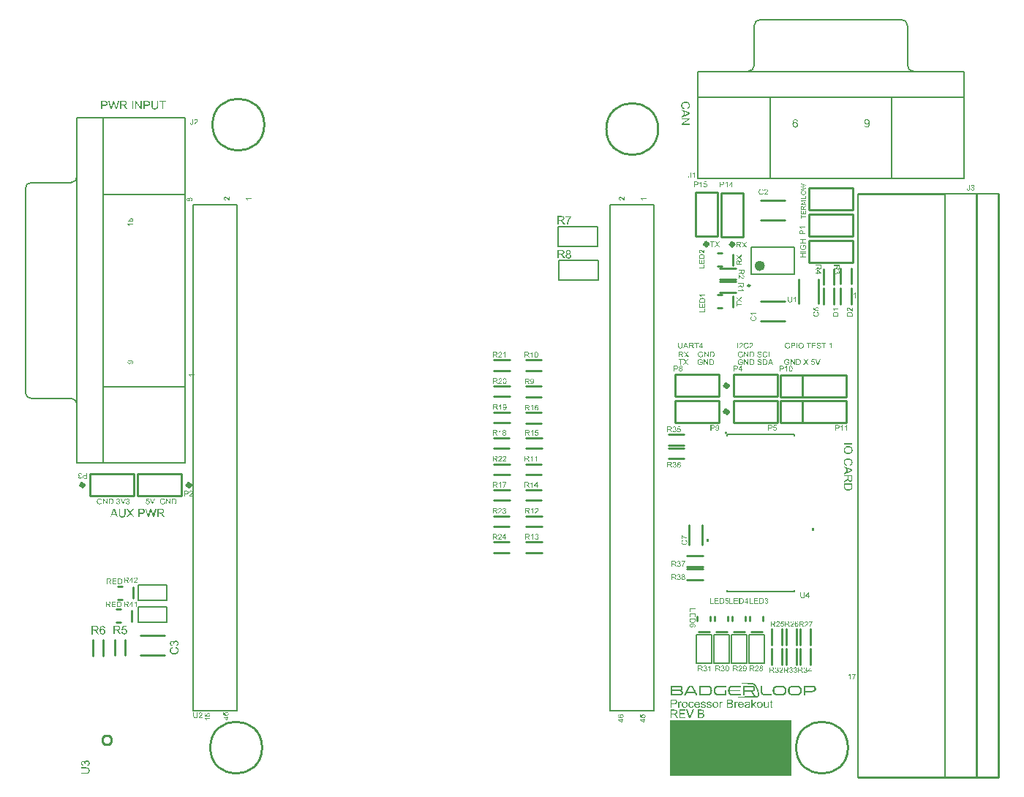
<source format=gto>
G04*
G04 #@! TF.GenerationSoftware,Altium Limited,Altium Designer,19.0.12 (326)*
G04*
G04 Layer_Color=65535*
%FSLAX25Y25*%
%MOIN*%
G70*
G01*
G75*
%ADD10C,0.01000*%
%ADD11C,0.01968*%
%ADD12C,0.00787*%
%ADD13C,0.02362*%
%ADD14C,0.00984*%
%ADD15C,0.00800*%
%ADD16C,0.00600*%
%ADD17R,0.55642X0.25500*%
G36*
X423000Y421750D02*
X422000D01*
Y423250D01*
X423000D01*
Y421750D01*
D02*
G37*
G36*
X375000Y416750D02*
X374000D01*
Y418250D01*
X375000D01*
Y416750D01*
D02*
G37*
G36*
X422444Y351192D02*
X422698D01*
Y351141D01*
X422851D01*
Y351090D01*
X423004D01*
Y351039D01*
X423055D01*
Y350988D01*
X423157D01*
Y350938D01*
X423208D01*
Y350887D01*
X423310D01*
Y350836D01*
X423360D01*
Y350785D01*
X423411D01*
Y350734D01*
X423462D01*
Y350683D01*
Y350632D01*
X423513D01*
Y350581D01*
X423564D01*
Y350530D01*
Y350479D01*
X423615D01*
Y350428D01*
Y350377D01*
X423666D01*
Y350326D01*
Y350275D01*
X423717D01*
Y350224D01*
Y350173D01*
Y350123D01*
Y350072D01*
Y350021D01*
X423768D01*
Y349970D01*
Y349919D01*
Y349868D01*
Y349817D01*
Y349766D01*
Y349715D01*
Y349664D01*
Y349613D01*
Y349562D01*
X423717D01*
Y349512D01*
Y349461D01*
Y349410D01*
Y349359D01*
Y349308D01*
X423666D01*
Y349257D01*
Y349206D01*
Y349155D01*
X423615D01*
Y349104D01*
Y349053D01*
X423564D01*
Y349002D01*
X423513D01*
Y348951D01*
Y348900D01*
X423462D01*
Y348849D01*
X423411D01*
Y348798D01*
X423360D01*
Y348747D01*
X423310D01*
Y348697D01*
X423258D01*
Y348646D01*
X423208D01*
Y348595D01*
X423106D01*
Y348544D01*
X423004D01*
Y348493D01*
X422902D01*
Y348442D01*
X422800D01*
Y348391D01*
X422597D01*
Y348340D01*
X422189D01*
Y348289D01*
X418929D01*
Y348238D01*
Y348187D01*
Y348136D01*
Y348085D01*
Y348035D01*
Y347984D01*
Y347933D01*
Y347882D01*
Y347831D01*
Y347780D01*
Y347729D01*
Y347678D01*
Y347627D01*
Y347576D01*
Y347525D01*
Y347474D01*
Y347423D01*
Y347372D01*
Y347322D01*
Y347271D01*
Y347220D01*
Y347169D01*
Y347118D01*
Y347067D01*
Y347016D01*
Y346965D01*
Y346914D01*
Y346863D01*
Y346812D01*
Y346761D01*
X418217D01*
Y346812D01*
Y346863D01*
Y346914D01*
Y346965D01*
Y347016D01*
Y347067D01*
Y347118D01*
Y347169D01*
Y347220D01*
Y347271D01*
Y347322D01*
Y347372D01*
Y347423D01*
Y347474D01*
Y347525D01*
Y347576D01*
Y347627D01*
Y347678D01*
Y347729D01*
Y347780D01*
Y347831D01*
Y347882D01*
Y347933D01*
Y347984D01*
Y348035D01*
Y348085D01*
Y348136D01*
Y348187D01*
Y348238D01*
Y348289D01*
Y348340D01*
Y348391D01*
Y348442D01*
Y348493D01*
Y348544D01*
Y348595D01*
Y348646D01*
Y348697D01*
Y348747D01*
Y348798D01*
Y348849D01*
Y348900D01*
Y348951D01*
Y349002D01*
Y349053D01*
Y349104D01*
Y349155D01*
Y349206D01*
Y349257D01*
Y349308D01*
Y349359D01*
Y349410D01*
Y349461D01*
Y349512D01*
Y349562D01*
Y349613D01*
Y349664D01*
Y349715D01*
Y349766D01*
Y349817D01*
Y349868D01*
Y349919D01*
Y349970D01*
Y350021D01*
Y350072D01*
Y350123D01*
Y350173D01*
Y350224D01*
Y350275D01*
Y350326D01*
Y350377D01*
Y350428D01*
Y350479D01*
Y350530D01*
Y350581D01*
Y350632D01*
Y350683D01*
Y350734D01*
Y350785D01*
Y350836D01*
Y350887D01*
Y350938D01*
Y350988D01*
Y351039D01*
Y351090D01*
Y351141D01*
Y351192D01*
Y351243D01*
X422444D01*
Y351192D01*
D02*
G37*
G36*
X399271D02*
Y351141D01*
Y351090D01*
Y351039D01*
Y350988D01*
Y350938D01*
Y350887D01*
Y350836D01*
Y350785D01*
Y350734D01*
Y350683D01*
Y350632D01*
Y350581D01*
Y350530D01*
Y350479D01*
Y350428D01*
Y350377D01*
Y350326D01*
Y350275D01*
Y350224D01*
Y350173D01*
Y350123D01*
Y350072D01*
Y350021D01*
Y349970D01*
Y349919D01*
Y349868D01*
Y349817D01*
Y349766D01*
Y349715D01*
Y349664D01*
Y349613D01*
Y349562D01*
Y349512D01*
Y349461D01*
Y349410D01*
Y349359D01*
Y349308D01*
Y349257D01*
Y349206D01*
Y349155D01*
Y349104D01*
Y349053D01*
Y349002D01*
Y348951D01*
Y348900D01*
Y348849D01*
Y348798D01*
Y348747D01*
Y348697D01*
Y348646D01*
Y348595D01*
Y348544D01*
Y348493D01*
Y348442D01*
Y348391D01*
Y348340D01*
Y348289D01*
Y348238D01*
X399322D01*
Y348187D01*
Y348136D01*
Y348085D01*
Y348035D01*
X399373D01*
Y347984D01*
Y347933D01*
X399424D01*
Y347882D01*
Y347831D01*
X399474D01*
Y347780D01*
X399525D01*
Y347729D01*
X399576D01*
Y347678D01*
X399678D01*
Y347627D01*
X399780D01*
Y347576D01*
X399933D01*
Y347525D01*
X400137D01*
Y347474D01*
X403651D01*
Y347423D01*
Y347372D01*
Y347322D01*
Y347271D01*
Y347220D01*
Y347169D01*
Y347118D01*
Y347067D01*
Y347016D01*
Y346965D01*
Y346914D01*
Y346863D01*
Y346812D01*
Y346761D01*
X400137D01*
Y346812D01*
X399780D01*
Y346863D01*
X399627D01*
Y346914D01*
X399474D01*
Y346965D01*
X399373D01*
Y347016D01*
X399271D01*
Y347067D01*
X399169D01*
Y347118D01*
X399118D01*
Y347169D01*
X399016D01*
Y347220D01*
X398965D01*
Y347271D01*
X398914D01*
Y347322D01*
Y347372D01*
X398863D01*
Y347423D01*
X398812D01*
Y347474D01*
X398761D01*
Y347525D01*
Y347576D01*
X398710D01*
Y347627D01*
Y347678D01*
X398660D01*
Y347729D01*
Y347780D01*
Y347831D01*
X398609D01*
Y347882D01*
Y347933D01*
Y347984D01*
Y348035D01*
Y348085D01*
X398558D01*
Y348136D01*
Y348187D01*
Y348238D01*
Y348289D01*
Y348340D01*
Y348391D01*
Y348442D01*
Y348493D01*
Y348544D01*
Y348595D01*
Y348646D01*
Y348697D01*
Y348747D01*
Y348798D01*
Y348849D01*
Y348900D01*
Y348951D01*
Y349002D01*
Y349053D01*
Y349104D01*
Y349155D01*
Y349206D01*
Y349257D01*
Y349308D01*
Y349359D01*
Y349410D01*
Y349461D01*
Y349512D01*
Y349562D01*
Y349613D01*
Y349664D01*
Y349715D01*
Y349766D01*
Y349817D01*
Y349868D01*
Y349919D01*
Y349970D01*
Y350021D01*
Y350072D01*
Y350123D01*
Y350173D01*
Y350224D01*
Y350275D01*
Y350326D01*
Y350377D01*
Y350428D01*
Y350479D01*
Y350530D01*
Y350581D01*
Y350632D01*
Y350683D01*
Y350734D01*
Y350785D01*
Y350836D01*
Y350887D01*
Y350938D01*
Y350988D01*
Y351039D01*
Y351090D01*
Y351141D01*
Y351192D01*
Y351243D01*
X399271D01*
Y351192D01*
D02*
G37*
G36*
X389390D02*
Y351141D01*
Y351090D01*
Y351039D01*
Y350988D01*
Y350938D01*
Y350887D01*
Y350836D01*
Y350785D01*
Y350734D01*
Y350683D01*
Y350632D01*
Y350581D01*
X385723D01*
Y350530D01*
X385316D01*
Y350479D01*
X385163D01*
Y350428D01*
X385011D01*
Y350377D01*
X384909D01*
Y350326D01*
X384858D01*
Y350275D01*
X384807D01*
Y350224D01*
X384756D01*
Y350173D01*
X384705D01*
Y350123D01*
X384654D01*
Y350072D01*
X384603D01*
Y350021D01*
Y349970D01*
X384552D01*
Y349919D01*
Y349868D01*
Y349817D01*
X384501D01*
Y349766D01*
Y349715D01*
Y349664D01*
X384450D01*
Y349613D01*
Y349562D01*
Y349512D01*
Y349461D01*
Y349410D01*
Y349359D01*
Y349308D01*
X389288D01*
Y349257D01*
Y349206D01*
Y349155D01*
Y349104D01*
Y349053D01*
Y349002D01*
Y348951D01*
Y348900D01*
Y348849D01*
Y348798D01*
Y348747D01*
Y348697D01*
X384450D01*
Y348646D01*
Y348595D01*
Y348544D01*
Y348493D01*
Y348442D01*
Y348391D01*
Y348340D01*
X384501D01*
Y348289D01*
Y348238D01*
Y348187D01*
X384552D01*
Y348136D01*
Y348085D01*
Y348035D01*
X384603D01*
Y347984D01*
Y347933D01*
X384654D01*
Y347882D01*
X384705D01*
Y347831D01*
X384756D01*
Y347780D01*
X384807D01*
Y347729D01*
X384858D01*
Y347678D01*
X384909D01*
Y347627D01*
X385011D01*
Y347576D01*
X385163D01*
Y347525D01*
X385316D01*
Y347474D01*
X389339D01*
Y347423D01*
X389390D01*
Y347372D01*
Y347322D01*
Y347271D01*
Y347220D01*
Y347169D01*
Y347118D01*
Y347067D01*
Y347016D01*
Y346965D01*
Y346914D01*
Y346863D01*
Y346812D01*
Y346761D01*
X385316D01*
Y346812D01*
X385061D01*
Y346863D01*
X384858D01*
Y346914D01*
X384705D01*
Y346965D01*
X384603D01*
Y347016D01*
X384501D01*
Y347067D01*
X384450D01*
Y347118D01*
X384348D01*
Y347169D01*
X384297D01*
Y347220D01*
X384246D01*
Y347271D01*
X384196D01*
Y347322D01*
X384145D01*
Y347372D01*
X384094D01*
Y347423D01*
Y347474D01*
X384043D01*
Y347525D01*
X383992D01*
Y347576D01*
Y347627D01*
X383941D01*
Y347678D01*
Y347729D01*
X383890D01*
Y347780D01*
Y347831D01*
X383839D01*
Y347882D01*
Y347933D01*
Y347984D01*
X383788D01*
Y348035D01*
Y348085D01*
Y348136D01*
Y348187D01*
Y348238D01*
X383737D01*
Y348289D01*
Y348340D01*
Y348391D01*
Y348442D01*
Y348493D01*
Y348544D01*
Y348595D01*
X383686D01*
Y348646D01*
Y348697D01*
Y348747D01*
Y348798D01*
Y348849D01*
Y348900D01*
Y348951D01*
Y349002D01*
Y349053D01*
Y349104D01*
Y349155D01*
Y349206D01*
Y349257D01*
Y349308D01*
Y349359D01*
Y349410D01*
X383737D01*
Y349461D01*
Y349512D01*
Y349562D01*
Y349613D01*
Y349664D01*
Y349715D01*
Y349766D01*
X383788D01*
Y349817D01*
Y349868D01*
Y349919D01*
Y349970D01*
Y350021D01*
X383839D01*
Y350072D01*
Y350123D01*
Y350173D01*
X383890D01*
Y350224D01*
Y350275D01*
X383941D01*
Y350326D01*
Y350377D01*
X383992D01*
Y350428D01*
Y350479D01*
X384043D01*
Y350530D01*
X384094D01*
Y350581D01*
Y350632D01*
X384145D01*
Y350683D01*
X384196D01*
Y350734D01*
X384246D01*
Y350785D01*
X384297D01*
Y350836D01*
X384348D01*
Y350887D01*
X384450D01*
Y350938D01*
X384501D01*
Y350988D01*
X384603D01*
Y351039D01*
X384705D01*
Y351090D01*
X384858D01*
Y351141D01*
X385061D01*
Y351192D01*
X385316D01*
Y351243D01*
X389390D01*
Y351192D01*
D02*
G37*
G36*
X382770D02*
Y351141D01*
Y351090D01*
Y351039D01*
Y350988D01*
Y350938D01*
Y350887D01*
Y350836D01*
Y350785D01*
Y350734D01*
Y350683D01*
Y350632D01*
Y350581D01*
Y350530D01*
X378848D01*
Y350479D01*
X378644D01*
Y350428D01*
X378491D01*
Y350377D01*
X378390D01*
Y350326D01*
X378339D01*
Y350275D01*
X378288D01*
Y350224D01*
X378237D01*
Y350173D01*
X378186D01*
Y350123D01*
X378135D01*
Y350072D01*
X378084D01*
Y350021D01*
Y349970D01*
X378033D01*
Y349919D01*
Y349868D01*
X377982D01*
Y349817D01*
Y349766D01*
Y349715D01*
Y349664D01*
X377931D01*
Y349613D01*
Y349562D01*
Y349512D01*
Y349461D01*
Y349410D01*
Y349359D01*
Y349308D01*
X377880D01*
Y349257D01*
Y349206D01*
Y349155D01*
Y349104D01*
Y349053D01*
Y349002D01*
Y348951D01*
Y348900D01*
Y348849D01*
Y348798D01*
Y348747D01*
Y348697D01*
X377931D01*
Y348646D01*
Y348595D01*
Y348544D01*
Y348493D01*
Y348442D01*
Y348391D01*
Y348340D01*
X377982D01*
Y348289D01*
Y348238D01*
Y348187D01*
Y348136D01*
X378033D01*
Y348085D01*
Y348035D01*
X378084D01*
Y347984D01*
Y347933D01*
X378135D01*
Y347882D01*
X378186D01*
Y347831D01*
X378237D01*
Y347780D01*
X378288D01*
Y347729D01*
X378339D01*
Y347678D01*
X378390D01*
Y347627D01*
X378491D01*
Y347576D01*
X378644D01*
Y347525D01*
X378848D01*
Y347474D01*
X382107D01*
Y347525D01*
Y347576D01*
Y347627D01*
Y347678D01*
Y347729D01*
Y347780D01*
Y347831D01*
Y347882D01*
Y347933D01*
Y347984D01*
Y348035D01*
Y348085D01*
Y348136D01*
Y348187D01*
Y348238D01*
Y348289D01*
Y348340D01*
Y348391D01*
Y348442D01*
Y348493D01*
Y348544D01*
Y348595D01*
Y348646D01*
Y348697D01*
Y348747D01*
Y348798D01*
Y348849D01*
Y348900D01*
Y348951D01*
Y349002D01*
Y349053D01*
Y349104D01*
X382821D01*
Y349053D01*
Y349002D01*
Y348951D01*
Y348900D01*
Y348849D01*
Y348798D01*
Y348747D01*
Y348697D01*
Y348646D01*
Y348595D01*
Y348544D01*
Y348493D01*
Y348442D01*
Y348391D01*
Y348340D01*
Y348289D01*
Y348238D01*
Y348187D01*
Y348136D01*
Y348085D01*
Y348035D01*
Y347984D01*
Y347933D01*
Y347882D01*
Y347831D01*
Y347780D01*
Y347729D01*
Y347678D01*
Y347627D01*
Y347576D01*
Y347525D01*
Y347474D01*
Y347423D01*
Y347372D01*
Y347322D01*
Y347271D01*
Y347220D01*
Y347169D01*
Y347118D01*
Y347067D01*
Y347016D01*
Y346965D01*
Y346914D01*
Y346863D01*
Y346812D01*
Y346761D01*
X378797D01*
Y346812D01*
X378491D01*
Y346863D01*
X378339D01*
Y346914D01*
X378186D01*
Y346965D01*
X378084D01*
Y347016D01*
X377982D01*
Y347067D01*
X377880D01*
Y347118D01*
X377829D01*
Y347169D01*
X377779D01*
Y347220D01*
X377728D01*
Y347271D01*
X377677D01*
Y347322D01*
X377626D01*
Y347372D01*
X377575D01*
Y347423D01*
X377524D01*
Y347474D01*
Y347525D01*
X377473D01*
Y347576D01*
X377422D01*
Y347627D01*
Y347678D01*
X377371D01*
Y347729D01*
Y347780D01*
X377320D01*
Y347831D01*
Y347882D01*
Y347933D01*
X377269D01*
Y347984D01*
Y348035D01*
Y348085D01*
Y348136D01*
X377218D01*
Y348187D01*
Y348238D01*
Y348289D01*
Y348340D01*
Y348391D01*
Y348442D01*
X377167D01*
Y348493D01*
Y348544D01*
Y348595D01*
Y348646D01*
Y348697D01*
Y348747D01*
Y348798D01*
Y348849D01*
Y348900D01*
Y348951D01*
Y349002D01*
Y349053D01*
Y349104D01*
Y349155D01*
Y349206D01*
Y349257D01*
Y349308D01*
Y349359D01*
Y349410D01*
Y349461D01*
Y349512D01*
Y349562D01*
X377218D01*
Y349613D01*
Y349664D01*
Y349715D01*
Y349766D01*
Y349817D01*
Y349868D01*
X377269D01*
Y349919D01*
Y349970D01*
Y350021D01*
Y350072D01*
X377320D01*
Y350123D01*
Y350173D01*
Y350224D01*
X377371D01*
Y350275D01*
Y350326D01*
X377422D01*
Y350377D01*
Y350428D01*
X377473D01*
Y350479D01*
X377524D01*
Y350530D01*
Y350581D01*
X377575D01*
Y350632D01*
X377626D01*
Y350683D01*
X377677D01*
Y350734D01*
X377728D01*
Y350785D01*
X377779D01*
Y350836D01*
X377829D01*
Y350887D01*
X377880D01*
Y350938D01*
X377982D01*
Y350988D01*
X378084D01*
Y351039D01*
X378186D01*
Y351090D01*
X378339D01*
Y351141D01*
X378491D01*
Y351192D01*
X378797D01*
Y351243D01*
X382770D01*
Y351192D01*
D02*
G37*
G36*
X374774D02*
X375028D01*
Y351141D01*
X375232D01*
Y351090D01*
X375334D01*
Y351039D01*
X375487D01*
Y350988D01*
X375538D01*
Y350938D01*
X375639D01*
Y350887D01*
X375690D01*
Y350836D01*
X375792D01*
Y350785D01*
X375843D01*
Y350734D01*
X375894D01*
Y350683D01*
X375945D01*
Y350632D01*
X375996D01*
Y350581D01*
Y350530D01*
X376047D01*
Y350479D01*
X376098D01*
Y350428D01*
Y350377D01*
X376149D01*
Y350326D01*
Y350275D01*
X376200D01*
Y350224D01*
Y350173D01*
Y350123D01*
X376251D01*
Y350072D01*
Y350021D01*
Y349970D01*
X376302D01*
Y349919D01*
Y349868D01*
Y349817D01*
Y349766D01*
X376352D01*
Y349715D01*
Y349664D01*
Y349613D01*
Y349562D01*
Y349512D01*
Y349461D01*
Y349410D01*
Y349359D01*
Y349308D01*
X376403D01*
Y349257D01*
Y349206D01*
Y349155D01*
Y349104D01*
Y349053D01*
Y349002D01*
Y348951D01*
Y348900D01*
Y348849D01*
Y348798D01*
Y348747D01*
Y348697D01*
X376352D01*
Y348646D01*
Y348595D01*
Y348544D01*
Y348493D01*
Y348442D01*
Y348391D01*
Y348340D01*
Y348289D01*
Y348238D01*
X376302D01*
Y348187D01*
Y348136D01*
Y348085D01*
Y348035D01*
X376251D01*
Y347984D01*
Y347933D01*
Y347882D01*
X376200D01*
Y347831D01*
Y347780D01*
Y347729D01*
X376149D01*
Y347678D01*
Y347627D01*
X376098D01*
Y347576D01*
Y347525D01*
X376047D01*
Y347474D01*
X375996D01*
Y347423D01*
Y347372D01*
X375945D01*
Y347322D01*
X375894D01*
Y347271D01*
X375843D01*
Y347220D01*
X375792D01*
Y347169D01*
X375690D01*
Y347118D01*
X375639D01*
Y347067D01*
X375588D01*
Y347016D01*
X375487D01*
Y346965D01*
X375385D01*
Y346914D01*
X375232D01*
Y346863D01*
X375028D01*
Y346812D01*
X374774D01*
Y346761D01*
X370597D01*
Y346812D01*
Y346863D01*
Y346914D01*
Y346965D01*
Y347016D01*
Y347067D01*
Y347118D01*
Y347169D01*
Y347220D01*
Y347271D01*
Y347322D01*
Y347372D01*
Y347423D01*
Y347474D01*
Y347525D01*
Y347576D01*
Y347627D01*
Y347678D01*
Y347729D01*
Y347780D01*
Y347831D01*
Y347882D01*
Y347933D01*
Y347984D01*
Y348035D01*
Y348085D01*
Y348136D01*
Y348187D01*
Y348238D01*
Y348289D01*
Y348340D01*
Y348391D01*
Y348442D01*
Y348493D01*
Y348544D01*
Y348595D01*
Y348646D01*
Y348697D01*
Y348747D01*
Y348798D01*
Y348849D01*
Y348900D01*
Y348951D01*
Y349002D01*
Y349053D01*
Y349104D01*
Y349155D01*
Y349206D01*
Y349257D01*
Y349308D01*
Y349359D01*
Y349410D01*
Y349461D01*
Y349512D01*
Y349562D01*
Y349613D01*
Y349664D01*
Y349715D01*
Y349766D01*
Y349817D01*
Y349868D01*
Y349919D01*
Y349970D01*
Y350021D01*
Y350072D01*
Y350123D01*
Y350173D01*
Y350224D01*
Y350275D01*
Y350326D01*
Y350377D01*
Y350428D01*
Y350479D01*
Y350530D01*
Y350581D01*
Y350632D01*
Y350683D01*
Y350734D01*
Y350785D01*
Y350836D01*
Y350887D01*
Y350938D01*
Y350988D01*
Y351039D01*
Y351090D01*
Y351141D01*
Y351192D01*
Y351243D01*
X374774D01*
Y351192D01*
D02*
G37*
G36*
X367032Y351243D02*
X367185D01*
Y351192D01*
X367338D01*
Y351141D01*
X367389D01*
Y351090D01*
X367491D01*
Y351039D01*
X367542D01*
Y350988D01*
X367593D01*
Y350938D01*
X367643D01*
Y350887D01*
X367694D01*
Y350836D01*
X367745D01*
Y350785D01*
X367796D01*
Y350734D01*
Y350683D01*
X367847D01*
Y350632D01*
X367898D01*
Y350581D01*
Y350530D01*
X367949D01*
Y350479D01*
Y350428D01*
X368000D01*
Y350377D01*
Y350326D01*
X368051D01*
Y350275D01*
Y350224D01*
X368102D01*
Y350173D01*
Y350123D01*
X368153D01*
Y350072D01*
Y350021D01*
X368204D01*
Y349970D01*
Y349919D01*
X368255D01*
Y349868D01*
Y349817D01*
X368306D01*
Y349766D01*
Y349715D01*
X368356D01*
Y349664D01*
Y349613D01*
X368407D01*
Y349562D01*
Y349512D01*
X368458D01*
Y349461D01*
Y349410D01*
X368509D01*
Y349359D01*
Y349308D01*
X368560D01*
Y349257D01*
Y349206D01*
X368611D01*
Y349155D01*
Y349104D01*
X368662D01*
Y349053D01*
Y349002D01*
X368713D01*
Y348951D01*
Y348900D01*
X368764D01*
Y348849D01*
Y348798D01*
X368815D01*
Y348747D01*
Y348697D01*
X368866D01*
Y348646D01*
Y348595D01*
X368917D01*
Y348544D01*
Y348493D01*
X368968D01*
Y348442D01*
Y348391D01*
X369019D01*
Y348340D01*
Y348289D01*
X369070D01*
Y348238D01*
Y348187D01*
X369120D01*
Y348136D01*
Y348085D01*
X369171D01*
Y348035D01*
Y347984D01*
X369222D01*
Y347933D01*
Y347882D01*
X369273D01*
Y347831D01*
Y347780D01*
X369324D01*
Y347729D01*
Y347678D01*
X369375D01*
Y347627D01*
Y347576D01*
X369426D01*
Y347525D01*
Y347474D01*
X369477D01*
Y347423D01*
Y347372D01*
X369528D01*
Y347322D01*
Y347271D01*
X369579D01*
Y347220D01*
Y347169D01*
X369630D01*
Y347118D01*
Y347067D01*
X369681D01*
Y347016D01*
Y346965D01*
X369732D01*
Y346914D01*
Y346863D01*
X369782D01*
Y346812D01*
Y346761D01*
X369019D01*
Y346812D01*
X368968D01*
Y346863D01*
Y346914D01*
X368917D01*
Y346965D01*
Y347016D01*
X368866D01*
Y347067D01*
Y347118D01*
X368815D01*
Y347169D01*
Y347220D01*
X368764D01*
Y347271D01*
Y347322D01*
X368713D01*
Y347372D01*
Y347423D01*
X368662D01*
Y347474D01*
Y347525D01*
X368611D01*
Y347576D01*
Y347627D01*
X368560D01*
Y347678D01*
Y347729D01*
X368509D01*
Y347780D01*
Y347831D01*
X368458D01*
Y347882D01*
Y347933D01*
X368407D01*
Y347984D01*
X364893D01*
Y347933D01*
Y347882D01*
X364842D01*
Y347831D01*
Y347780D01*
X364791D01*
Y347729D01*
Y347678D01*
X364740D01*
Y347627D01*
Y347576D01*
X364690D01*
Y347525D01*
Y347474D01*
X364639D01*
Y347423D01*
Y347372D01*
X364588D01*
Y347322D01*
Y347271D01*
X364537D01*
Y347220D01*
Y347169D01*
X364486D01*
Y347118D01*
Y347067D01*
X364435D01*
Y347016D01*
Y346965D01*
X364384D01*
Y346914D01*
Y346863D01*
X364333D01*
Y346812D01*
Y346761D01*
X363518D01*
Y346812D01*
X363569D01*
Y346863D01*
Y346914D01*
X363620D01*
Y346965D01*
Y347016D01*
X363671D01*
Y347067D01*
Y347118D01*
X363722D01*
Y347169D01*
Y347220D01*
X363773D01*
Y347271D01*
Y347322D01*
X363824D01*
Y347372D01*
Y347423D01*
X363875D01*
Y347474D01*
Y347525D01*
X363926D01*
Y347576D01*
Y347627D01*
X363977D01*
Y347678D01*
Y347729D01*
X364028D01*
Y347780D01*
Y347831D01*
X364078D01*
Y347882D01*
Y347933D01*
X364129D01*
Y347984D01*
Y348035D01*
X364180D01*
Y348085D01*
Y348136D01*
X364231D01*
Y348187D01*
Y348238D01*
X364282D01*
Y348289D01*
Y348340D01*
X364333D01*
Y348391D01*
Y348442D01*
X364384D01*
Y348493D01*
Y348544D01*
X364435D01*
Y348595D01*
Y348646D01*
X364486D01*
Y348697D01*
Y348747D01*
X364537D01*
Y348798D01*
Y348849D01*
X364588D01*
Y348900D01*
Y348951D01*
X364639D01*
Y349002D01*
Y349053D01*
X364690D01*
Y349104D01*
Y349155D01*
X364740D01*
Y349206D01*
Y349257D01*
X364791D01*
Y349308D01*
Y349359D01*
X364842D01*
Y349410D01*
Y349461D01*
X364893D01*
Y349512D01*
Y349562D01*
X364944D01*
Y349613D01*
Y349664D01*
X364995D01*
Y349715D01*
Y349766D01*
X365046D01*
Y349817D01*
Y349868D01*
X365097D01*
Y349919D01*
Y349970D01*
X365148D01*
Y350021D01*
Y350072D01*
X365199D01*
Y350123D01*
Y350173D01*
X365250D01*
Y350224D01*
Y350275D01*
X365301D01*
Y350326D01*
Y350377D01*
X365352D01*
Y350428D01*
Y350479D01*
X365403D01*
Y350530D01*
Y350581D01*
X365454D01*
Y350632D01*
X365505D01*
Y350683D01*
Y350734D01*
X365555D01*
Y350785D01*
X365606D01*
Y350836D01*
X365657D01*
Y350887D01*
Y350938D01*
X365708D01*
Y350988D01*
X365759D01*
Y351039D01*
X365861D01*
Y351090D01*
X365912D01*
Y351141D01*
X366014D01*
Y351192D01*
X366116D01*
Y351243D01*
X366268D01*
Y351294D01*
X367032D01*
Y351243D01*
D02*
G37*
G36*
X361838Y351192D02*
X362092D01*
Y351141D01*
X362245D01*
Y351090D01*
X362398D01*
Y351039D01*
X362500D01*
Y350988D01*
X362550D01*
Y350938D01*
X362652D01*
Y350887D01*
X362703D01*
Y350836D01*
X362754D01*
Y350785D01*
X362805D01*
Y350734D01*
Y350683D01*
X362856D01*
Y350632D01*
Y350581D01*
X362907D01*
Y350530D01*
Y350479D01*
X362958D01*
Y350428D01*
Y350377D01*
Y350326D01*
Y350275D01*
X363009D01*
Y350224D01*
Y350173D01*
Y350123D01*
Y350072D01*
Y350021D01*
Y349970D01*
Y349919D01*
Y349868D01*
X362958D01*
Y349817D01*
Y349766D01*
Y349715D01*
Y349664D01*
X362907D01*
Y349613D01*
Y349562D01*
X362856D01*
Y349512D01*
Y349461D01*
X362805D01*
Y349410D01*
X362754D01*
Y349359D01*
X362703D01*
Y349308D01*
X362652D01*
Y349257D01*
X362601D01*
Y349206D01*
X362500D01*
Y349155D01*
X362449D01*
Y349104D01*
X362296D01*
Y349053D01*
Y349002D01*
X362449D01*
Y348951D01*
X362550D01*
Y348900D01*
X362652D01*
Y348849D01*
X362703D01*
Y348798D01*
X362805D01*
Y348747D01*
X362856D01*
Y348697D01*
X362907D01*
Y348646D01*
Y348595D01*
X362958D01*
Y348544D01*
X363009D01*
Y348493D01*
Y348442D01*
X363060D01*
Y348391D01*
Y348340D01*
Y348289D01*
X363111D01*
Y348238D01*
Y348187D01*
Y348136D01*
Y348085D01*
Y348035D01*
Y347984D01*
Y347933D01*
Y347882D01*
Y347831D01*
Y347780D01*
Y347729D01*
Y347678D01*
Y347627D01*
X363060D01*
Y347576D01*
Y347525D01*
Y347474D01*
X363009D01*
Y347423D01*
Y347372D01*
X362958D01*
Y347322D01*
X362907D01*
Y347271D01*
Y347220D01*
X362856D01*
Y347169D01*
X362805D01*
Y347118D01*
X362703D01*
Y347067D01*
X362652D01*
Y347016D01*
X362550D01*
Y346965D01*
X362449D01*
Y346914D01*
X362347D01*
Y346863D01*
X362194D01*
Y346812D01*
X361939D01*
Y346761D01*
X357508D01*
Y346812D01*
Y346863D01*
Y346914D01*
Y346965D01*
Y347016D01*
Y347067D01*
Y347118D01*
Y347169D01*
Y347220D01*
Y347271D01*
Y347322D01*
Y347372D01*
Y347423D01*
Y347474D01*
Y347525D01*
Y347576D01*
Y347627D01*
Y347678D01*
Y347729D01*
Y347780D01*
Y347831D01*
Y347882D01*
Y347933D01*
Y347984D01*
Y348035D01*
Y348085D01*
Y348136D01*
Y348187D01*
Y348238D01*
Y348289D01*
Y348340D01*
Y348391D01*
Y348442D01*
Y348493D01*
Y348544D01*
Y348595D01*
Y348646D01*
Y348697D01*
Y348747D01*
Y348798D01*
Y348849D01*
Y348900D01*
Y348951D01*
Y349002D01*
Y349053D01*
Y349104D01*
Y349155D01*
Y349206D01*
Y349257D01*
Y349308D01*
Y349359D01*
Y349410D01*
Y349461D01*
Y349512D01*
Y349562D01*
Y349613D01*
Y349664D01*
Y349715D01*
Y349766D01*
Y349817D01*
Y349868D01*
Y349919D01*
Y349970D01*
Y350021D01*
Y350072D01*
Y350123D01*
Y350173D01*
Y350224D01*
Y350275D01*
Y350326D01*
Y350377D01*
Y350428D01*
Y350479D01*
Y350530D01*
Y350581D01*
Y350632D01*
Y350683D01*
Y350734D01*
Y350785D01*
Y350836D01*
Y350887D01*
Y350938D01*
Y350988D01*
Y351039D01*
Y351090D01*
Y351141D01*
Y351192D01*
Y351243D01*
X361838D01*
Y351192D01*
D02*
G37*
G36*
X415008Y351243D02*
X415365D01*
Y351192D01*
X415619D01*
Y351141D01*
X415823D01*
Y351090D01*
X415976D01*
Y351039D01*
X416078D01*
Y350988D01*
X416230D01*
Y350938D01*
X416332D01*
Y350887D01*
X416383D01*
Y350836D01*
X416485D01*
Y350785D01*
X416536D01*
Y350734D01*
X416587D01*
Y350683D01*
X416689D01*
Y350632D01*
X416740D01*
Y350581D01*
Y350530D01*
X416790D01*
Y350479D01*
X416841D01*
Y350428D01*
X416892D01*
Y350377D01*
Y350326D01*
X416943D01*
Y350275D01*
X416994D01*
Y350224D01*
Y350173D01*
X417045D01*
Y350123D01*
Y350072D01*
Y350021D01*
X417096D01*
Y349970D01*
Y349919D01*
Y349868D01*
X417147D01*
Y349817D01*
Y349766D01*
Y349715D01*
Y349664D01*
X417198D01*
Y349613D01*
Y349562D01*
Y349512D01*
Y349461D01*
Y349410D01*
Y349359D01*
Y349308D01*
X417249D01*
Y349257D01*
Y349206D01*
Y349155D01*
Y349104D01*
Y349053D01*
Y349002D01*
Y348951D01*
Y348900D01*
Y348849D01*
Y348798D01*
Y348747D01*
Y348697D01*
X417198D01*
Y348646D01*
Y348595D01*
Y348544D01*
Y348493D01*
Y348442D01*
Y348391D01*
Y348340D01*
X417147D01*
Y348289D01*
Y348238D01*
Y348187D01*
Y348136D01*
Y348085D01*
X417096D01*
Y348035D01*
Y347984D01*
X417045D01*
Y347933D01*
Y347882D01*
Y347831D01*
X416994D01*
Y347780D01*
Y347729D01*
X416943D01*
Y347678D01*
X416892D01*
Y347627D01*
Y347576D01*
X416841D01*
Y347525D01*
X416790D01*
Y347474D01*
Y347423D01*
X416740D01*
Y347372D01*
X416689D01*
Y347322D01*
X416638D01*
Y347271D01*
X416536D01*
Y347220D01*
X416485D01*
Y347169D01*
X416383D01*
Y347118D01*
X416332D01*
Y347067D01*
X416230D01*
Y347016D01*
X416128D01*
Y346965D01*
X415976D01*
Y346914D01*
X415823D01*
Y346863D01*
X415670D01*
Y346812D01*
X415415D01*
Y346761D01*
X415059D01*
Y346710D01*
X413174D01*
Y346761D01*
X412818D01*
Y346812D01*
X412563D01*
Y346863D01*
X412410D01*
Y346914D01*
X412258D01*
Y346965D01*
X412105D01*
Y347016D01*
X412003D01*
Y347067D01*
X411901D01*
Y347118D01*
X411850D01*
Y347169D01*
X411749D01*
Y347220D01*
X411697D01*
Y347271D01*
X411596D01*
Y347322D01*
X411545D01*
Y347372D01*
X411494D01*
Y347423D01*
X411443D01*
Y347474D01*
Y347525D01*
X411392D01*
Y347576D01*
X411341D01*
Y347627D01*
X411290D01*
Y347678D01*
Y347729D01*
X411239D01*
Y347780D01*
Y347831D01*
X411188D01*
Y347882D01*
Y347933D01*
X411137D01*
Y347984D01*
Y348035D01*
Y348085D01*
X411086D01*
Y348136D01*
Y348187D01*
Y348238D01*
Y348289D01*
X411035D01*
Y348340D01*
Y348391D01*
Y348442D01*
Y348493D01*
Y348544D01*
Y348595D01*
Y348646D01*
Y348697D01*
X410985D01*
Y348747D01*
Y348798D01*
Y348849D01*
Y348900D01*
Y348951D01*
Y349002D01*
Y349053D01*
Y349104D01*
Y349155D01*
Y349206D01*
Y349257D01*
Y349308D01*
X411035D01*
Y349359D01*
Y349410D01*
Y349461D01*
Y349512D01*
Y349562D01*
Y349613D01*
Y349664D01*
Y349715D01*
X411086D01*
Y349766D01*
Y349817D01*
Y349868D01*
Y349919D01*
X411137D01*
Y349970D01*
Y350021D01*
X411188D01*
Y350072D01*
Y350123D01*
Y350173D01*
X411239D01*
Y350224D01*
Y350275D01*
X411290D01*
Y350326D01*
X411341D01*
Y350377D01*
Y350428D01*
X411392D01*
Y350479D01*
X411443D01*
Y350530D01*
Y350581D01*
X411494D01*
Y350632D01*
X411545D01*
Y350683D01*
X411647D01*
Y350734D01*
X411697D01*
Y350785D01*
X411749D01*
Y350836D01*
X411850D01*
Y350887D01*
X411901D01*
Y350938D01*
X412003D01*
Y350988D01*
X412105D01*
Y351039D01*
X412258D01*
Y351090D01*
X412410D01*
Y351141D01*
X412614D01*
Y351192D01*
X412869D01*
Y351243D01*
X413225D01*
Y351294D01*
X415008D01*
Y351243D01*
D02*
G37*
G36*
X407980D02*
X408387D01*
Y351192D01*
X408642D01*
Y351141D01*
X408846D01*
Y351090D01*
X408998D01*
Y351039D01*
X409100D01*
Y350988D01*
X409253D01*
Y350938D01*
X409304D01*
Y350887D01*
X409406D01*
Y350836D01*
X409508D01*
Y350785D01*
X409558D01*
Y350734D01*
X409609D01*
Y350683D01*
X409660D01*
Y350632D01*
X409711D01*
Y350581D01*
X409762D01*
Y350530D01*
X409813D01*
Y350479D01*
X409864D01*
Y350428D01*
X409915D01*
Y350377D01*
Y350326D01*
X409966D01*
Y350275D01*
X410017D01*
Y350224D01*
Y350173D01*
X410068D01*
Y350123D01*
Y350072D01*
Y350021D01*
X410119D01*
Y349970D01*
Y349919D01*
Y349868D01*
X410170D01*
Y349817D01*
Y349766D01*
Y349715D01*
Y349664D01*
X410221D01*
Y349613D01*
Y349562D01*
Y349512D01*
Y349461D01*
Y349410D01*
Y349359D01*
Y349308D01*
Y349257D01*
Y349206D01*
X410272D01*
Y349155D01*
Y349104D01*
Y349053D01*
Y349002D01*
Y348951D01*
Y348900D01*
Y348849D01*
Y348798D01*
X410221D01*
Y348747D01*
Y348697D01*
Y348646D01*
Y348595D01*
Y348544D01*
Y348493D01*
Y348442D01*
Y348391D01*
Y348340D01*
X410170D01*
Y348289D01*
Y348238D01*
Y348187D01*
Y348136D01*
X410119D01*
Y348085D01*
Y348035D01*
Y347984D01*
X410068D01*
Y347933D01*
Y347882D01*
Y347831D01*
X410017D01*
Y347780D01*
Y347729D01*
X409966D01*
Y347678D01*
X409915D01*
Y347627D01*
Y347576D01*
X409864D01*
Y347525D01*
X409813D01*
Y347474D01*
X409762D01*
Y347423D01*
Y347372D01*
X409711D01*
Y347322D01*
X409609D01*
Y347271D01*
X409558D01*
Y347220D01*
X409508D01*
Y347169D01*
X409406D01*
Y347118D01*
X409355D01*
Y347067D01*
X409253D01*
Y347016D01*
X409151D01*
Y346965D01*
X408998D01*
Y346914D01*
X408846D01*
Y346863D01*
X408642D01*
Y346812D01*
X408438D01*
Y346761D01*
X408081D01*
Y346710D01*
X406197D01*
Y346761D01*
X405841D01*
Y346812D01*
X405586D01*
Y346863D01*
X405433D01*
Y346914D01*
X405280D01*
Y346965D01*
X405128D01*
Y347016D01*
X405026D01*
Y347067D01*
X404924D01*
Y347118D01*
X404822D01*
Y347169D01*
X404771D01*
Y347220D01*
X404720D01*
Y347271D01*
X404618D01*
Y347322D01*
X404567D01*
Y347372D01*
X404517D01*
Y347423D01*
X404465D01*
Y347474D01*
X404415D01*
Y347525D01*
Y347576D01*
X404364D01*
Y347627D01*
X404313D01*
Y347678D01*
Y347729D01*
X404262D01*
Y347780D01*
Y347831D01*
X404211D01*
Y347882D01*
Y347933D01*
X404160D01*
Y347984D01*
Y348035D01*
Y348085D01*
X404109D01*
Y348136D01*
Y348187D01*
Y348238D01*
Y348289D01*
X404058D01*
Y348340D01*
Y348391D01*
Y348442D01*
Y348493D01*
Y348544D01*
Y348595D01*
X404007D01*
Y348646D01*
Y348697D01*
Y348747D01*
Y348798D01*
Y348849D01*
Y348900D01*
Y348951D01*
Y349002D01*
Y349053D01*
Y349104D01*
Y349155D01*
Y349206D01*
Y349257D01*
Y349308D01*
Y349359D01*
Y349410D01*
X404058D01*
Y349461D01*
Y349512D01*
Y349562D01*
Y349613D01*
Y349664D01*
Y349715D01*
X404109D01*
Y349766D01*
Y349817D01*
Y349868D01*
Y349919D01*
X404160D01*
Y349970D01*
Y350021D01*
Y350072D01*
X404211D01*
Y350123D01*
Y350173D01*
X404262D01*
Y350224D01*
Y350275D01*
X404313D01*
Y350326D01*
Y350377D01*
X404364D01*
Y350428D01*
X404415D01*
Y350479D01*
X404465D01*
Y350530D01*
Y350581D01*
X404517D01*
Y350632D01*
X404567D01*
Y350683D01*
X404618D01*
Y350734D01*
X404720D01*
Y350785D01*
X404771D01*
Y350836D01*
X404873D01*
Y350887D01*
X404924D01*
Y350938D01*
X405026D01*
Y350988D01*
X405128D01*
Y351039D01*
X405280D01*
Y351090D01*
X405433D01*
Y351141D01*
X405637D01*
Y351192D01*
X405892D01*
Y351243D01*
X406248D01*
Y351294D01*
X407980D01*
Y351243D01*
D02*
G37*
G36*
X394993Y352465D02*
X395145D01*
Y352414D01*
X395247D01*
Y352363D01*
X395349D01*
Y352313D01*
X395451D01*
Y352262D01*
X395502D01*
Y352211D01*
X395604D01*
Y352160D01*
X395655D01*
Y352109D01*
X395706D01*
Y352058D01*
X395808D01*
Y352007D01*
X395858D01*
Y351956D01*
X395909D01*
Y351905D01*
X395960D01*
Y351854D01*
X396011D01*
Y351803D01*
X396062D01*
Y351752D01*
X396113D01*
Y351701D01*
X396164D01*
Y351651D01*
Y351600D01*
X396215D01*
Y351549D01*
X396266D01*
Y351498D01*
X396317D01*
Y351447D01*
X396368D01*
Y351396D01*
Y351345D01*
X396419D01*
Y351294D01*
X396470D01*
Y351243D01*
X396520D01*
Y351192D01*
Y351141D01*
X396571D01*
Y351090D01*
X396622D01*
Y351039D01*
Y350988D01*
X396673D01*
Y350938D01*
Y350887D01*
X396724D01*
Y350836D01*
X396775D01*
Y350785D01*
Y350734D01*
X396826D01*
Y350683D01*
Y350632D01*
X396877D01*
Y350581D01*
X396928D01*
Y350530D01*
Y350479D01*
X396979D01*
Y350428D01*
Y350377D01*
X397030D01*
Y350326D01*
Y350275D01*
X397081D01*
Y350224D01*
Y350173D01*
X397132D01*
Y350123D01*
Y350072D01*
Y350021D01*
X397183D01*
Y349970D01*
Y349919D01*
X397234D01*
Y349868D01*
Y349817D01*
X397285D01*
Y349766D01*
Y349715D01*
Y349664D01*
X397335D01*
Y349613D01*
Y349562D01*
X397386D01*
Y349512D01*
Y349461D01*
Y349410D01*
X397437D01*
Y349359D01*
Y349308D01*
Y349257D01*
X397488D01*
Y349206D01*
Y349155D01*
Y349104D01*
X397539D01*
Y349053D01*
Y349002D01*
Y348951D01*
X397590D01*
Y348900D01*
Y348849D01*
Y348798D01*
Y348747D01*
X397641D01*
Y348697D01*
Y348646D01*
Y348595D01*
Y348544D01*
X397692D01*
Y348493D01*
Y348442D01*
Y348391D01*
Y348340D01*
Y348289D01*
X397743D01*
Y348238D01*
Y348187D01*
Y348136D01*
Y348085D01*
Y348035D01*
Y347984D01*
Y347933D01*
X397794D01*
Y347882D01*
Y347831D01*
Y347780D01*
Y347729D01*
Y347678D01*
Y347627D01*
Y347576D01*
Y347525D01*
Y347474D01*
Y347423D01*
Y347372D01*
Y347322D01*
Y347271D01*
Y347220D01*
Y347169D01*
Y347118D01*
Y347067D01*
Y347016D01*
Y346965D01*
Y346914D01*
X397743D01*
Y346863D01*
Y346812D01*
Y346761D01*
Y346710D01*
Y346659D01*
X397692D01*
Y346608D01*
Y346557D01*
Y346507D01*
X397641D01*
Y346456D01*
Y346405D01*
Y346354D01*
X397590D01*
Y346303D01*
X397539D01*
Y346252D01*
Y346201D01*
X397488D01*
Y346150D01*
X397437D01*
Y346099D01*
Y346048D01*
X397386D01*
Y345997D01*
X397285D01*
Y345946D01*
X397234D01*
Y345896D01*
X397132D01*
Y345845D01*
X396979D01*
Y345794D01*
X395655D01*
Y345845D01*
X393210D01*
Y345896D01*
X390766D01*
Y345946D01*
X388321D01*
Y345997D01*
X387455D01*
Y346048D01*
Y346099D01*
Y346150D01*
Y346201D01*
Y346252D01*
X388627D01*
Y346303D01*
X391071D01*
Y346354D01*
X393516D01*
Y346405D01*
X395502D01*
Y346456D01*
Y346507D01*
X395451D01*
Y346557D01*
X395400D01*
Y346608D01*
X395349D01*
Y346659D01*
X395298D01*
Y346710D01*
Y346761D01*
X395247D01*
Y346812D01*
X395196D01*
Y346863D01*
X395145D01*
Y346914D01*
X395094D01*
Y346965D01*
Y347016D01*
X395044D01*
Y347067D01*
X394993D01*
Y347118D01*
Y347169D01*
X394942D01*
Y347220D01*
X394891D01*
Y347271D01*
Y347322D01*
X394840D01*
Y347372D01*
X394789D01*
Y347423D01*
Y347474D01*
X394738D01*
Y347525D01*
X394687D01*
Y347576D01*
Y347627D01*
X394636D01*
Y347678D01*
Y347729D01*
X394585D01*
Y347780D01*
Y347831D01*
X394534D01*
Y347882D01*
Y347933D01*
X394483D01*
Y347984D01*
Y348035D01*
X394432D01*
Y348085D01*
Y348136D01*
X394381D01*
Y348187D01*
Y348238D01*
X394331D01*
Y348289D01*
Y348340D01*
X391224D01*
Y348289D01*
X391173D01*
Y348238D01*
Y348187D01*
Y348136D01*
Y348085D01*
Y348035D01*
Y347984D01*
Y347933D01*
Y347882D01*
Y347831D01*
Y347780D01*
Y347729D01*
Y347678D01*
Y347627D01*
Y347576D01*
Y347525D01*
Y347474D01*
Y347423D01*
Y347372D01*
Y347322D01*
Y347271D01*
Y347220D01*
Y347169D01*
Y347118D01*
Y347067D01*
Y347016D01*
Y346965D01*
Y346914D01*
Y346863D01*
Y346812D01*
Y346761D01*
X390460D01*
Y346812D01*
Y346863D01*
Y346914D01*
Y346965D01*
Y347016D01*
Y347067D01*
Y347118D01*
Y347169D01*
Y347220D01*
Y347271D01*
Y347322D01*
Y347372D01*
Y347423D01*
Y347474D01*
Y347525D01*
Y347576D01*
Y347627D01*
Y347678D01*
Y347729D01*
Y347780D01*
Y347831D01*
Y347882D01*
Y347933D01*
Y347984D01*
Y348035D01*
Y348085D01*
Y348136D01*
Y348187D01*
Y348238D01*
Y348289D01*
Y348340D01*
Y348391D01*
Y348442D01*
Y348493D01*
Y348544D01*
Y348595D01*
Y348646D01*
Y348697D01*
Y348747D01*
Y348798D01*
Y348849D01*
Y348900D01*
Y348951D01*
Y349002D01*
Y349053D01*
Y349104D01*
Y349155D01*
Y349206D01*
Y349257D01*
Y349308D01*
Y349359D01*
Y349410D01*
Y349461D01*
Y349512D01*
Y349562D01*
Y349613D01*
Y349664D01*
Y349715D01*
Y349766D01*
Y349817D01*
Y349868D01*
Y349919D01*
Y349970D01*
Y350021D01*
Y350072D01*
Y350123D01*
Y350173D01*
Y350224D01*
Y350275D01*
Y350326D01*
Y350377D01*
Y350428D01*
Y350479D01*
Y350530D01*
Y350581D01*
Y350632D01*
Y350683D01*
Y350734D01*
Y350785D01*
Y350836D01*
Y350887D01*
Y350938D01*
Y350988D01*
Y351039D01*
Y351090D01*
Y351141D01*
Y351192D01*
Y351243D01*
X394738D01*
Y351192D01*
X394993D01*
Y351141D01*
X395196D01*
Y351090D01*
X395298D01*
Y351039D01*
X395400D01*
Y350988D01*
X395502D01*
Y350938D01*
X395553D01*
Y350887D01*
X395604D01*
Y350836D01*
X395706D01*
Y350785D01*
Y350734D01*
X395757D01*
Y350683D01*
X395808D01*
Y350632D01*
X395858D01*
Y350581D01*
Y350530D01*
X395909D01*
Y350479D01*
Y350428D01*
X395960D01*
Y350377D01*
Y350326D01*
Y350275D01*
X396011D01*
Y350224D01*
Y350173D01*
Y350123D01*
Y350072D01*
Y350021D01*
Y349970D01*
X396062D01*
Y349919D01*
Y349868D01*
Y349817D01*
Y349766D01*
X396011D01*
Y349715D01*
Y349664D01*
Y349613D01*
Y349562D01*
Y349512D01*
Y349461D01*
X395960D01*
Y349410D01*
Y349359D01*
Y349308D01*
X395909D01*
Y349257D01*
Y349206D01*
X395858D01*
Y349155D01*
Y349104D01*
X395808D01*
Y349053D01*
X395757D01*
Y349002D01*
X395706D01*
Y348951D01*
Y348900D01*
X395604D01*
Y348849D01*
X395553D01*
Y348798D01*
X395502D01*
Y348747D01*
X395400D01*
Y348697D01*
X395349D01*
Y348646D01*
X395196D01*
Y348595D01*
X395094D01*
Y348544D01*
X394942D01*
Y348493D01*
Y348442D01*
Y348391D01*
X394993D01*
Y348340D01*
Y348289D01*
X395044D01*
Y348238D01*
Y348187D01*
X395094D01*
Y348136D01*
Y348085D01*
X395145D01*
Y348035D01*
Y347984D01*
X395196D01*
Y347933D01*
Y347882D01*
X395247D01*
Y347831D01*
X395298D01*
Y347780D01*
Y347729D01*
X395349D01*
Y347678D01*
X395400D01*
Y347627D01*
Y347576D01*
X395451D01*
Y347525D01*
X395502D01*
Y347474D01*
Y347423D01*
X395553D01*
Y347372D01*
X395604D01*
Y347322D01*
X395655D01*
Y347271D01*
Y347220D01*
X395706D01*
Y347169D01*
X395757D01*
Y347118D01*
X395808D01*
Y347067D01*
X395858D01*
Y347016D01*
X395909D01*
Y346965D01*
X395960D01*
Y346914D01*
X396011D01*
Y346863D01*
X396062D01*
Y346812D01*
X396113D01*
Y346761D01*
X396164D01*
Y346710D01*
X396215D01*
Y346659D01*
X396317D01*
Y346608D01*
X396368D01*
Y346557D01*
X396470D01*
Y346507D01*
X396571D01*
Y346456D01*
X396928D01*
Y346507D01*
X396979D01*
Y346557D01*
X397030D01*
Y346608D01*
X397081D01*
Y346659D01*
Y346710D01*
X397132D01*
Y346761D01*
Y346812D01*
Y346863D01*
X397183D01*
Y346914D01*
Y346965D01*
Y347016D01*
Y347067D01*
Y347118D01*
Y347169D01*
Y347220D01*
X397234D01*
Y347271D01*
Y347322D01*
Y347372D01*
Y347423D01*
Y347474D01*
Y347525D01*
Y347576D01*
X397183D01*
Y347627D01*
Y347678D01*
Y347729D01*
Y347780D01*
Y347831D01*
Y347882D01*
Y347933D01*
Y347984D01*
Y348035D01*
X397132D01*
Y348085D01*
Y348136D01*
Y348187D01*
Y348238D01*
Y348289D01*
X397081D01*
Y348340D01*
Y348391D01*
Y348442D01*
Y348493D01*
Y348544D01*
X397030D01*
Y348595D01*
Y348646D01*
Y348697D01*
X396979D01*
Y348747D01*
Y348798D01*
Y348849D01*
Y348900D01*
X396928D01*
Y348951D01*
Y349002D01*
Y349053D01*
X396877D01*
Y349104D01*
Y349155D01*
Y349206D01*
X396826D01*
Y349257D01*
Y349308D01*
X396775D01*
Y349359D01*
Y349410D01*
Y349461D01*
X396724D01*
Y349512D01*
Y349562D01*
X396673D01*
Y349613D01*
Y349664D01*
X396622D01*
Y349715D01*
Y349766D01*
Y349817D01*
X396571D01*
Y349868D01*
Y349919D01*
X396520D01*
Y349970D01*
Y350021D01*
X396470D01*
Y350072D01*
Y350123D01*
X396419D01*
Y350173D01*
Y350224D01*
X396368D01*
Y350275D01*
X396317D01*
Y350326D01*
Y350377D01*
X396266D01*
Y350428D01*
Y350479D01*
X396215D01*
Y350530D01*
Y350581D01*
X396164D01*
Y350632D01*
X396113D01*
Y350683D01*
Y350734D01*
X396062D01*
Y350785D01*
X396011D01*
Y350836D01*
X395960D01*
Y350887D01*
Y350938D01*
X395909D01*
Y350988D01*
X395858D01*
Y351039D01*
X395808D01*
Y351090D01*
Y351141D01*
X395757D01*
Y351192D01*
X395706D01*
Y351243D01*
X395655D01*
Y351294D01*
X395604D01*
Y351345D01*
X395553D01*
Y351396D01*
X395502D01*
Y351447D01*
X395451D01*
Y351498D01*
X395400D01*
Y351549D01*
X395349D01*
Y351600D01*
X395298D01*
Y351651D01*
X395196D01*
Y351701D01*
X395145D01*
Y351752D01*
X395044D01*
Y351803D01*
X394942D01*
Y351854D01*
X394636D01*
Y351905D01*
X393618D01*
Y351956D01*
X392395D01*
Y352007D01*
X391173D01*
Y352058D01*
X389900D01*
Y352109D01*
X389849D01*
Y352160D01*
Y352211D01*
Y352262D01*
Y352313D01*
Y352363D01*
X390664D01*
Y352414D01*
X392192D01*
Y352465D01*
X393719D01*
Y352516D01*
X394993D01*
Y352465D01*
D02*
G37*
G36*
X387665Y343998D02*
X387687Y343995D01*
X387712Y343992D01*
X387740Y343987D01*
X387773Y343981D01*
X387809Y343973D01*
X387848Y343965D01*
X387929Y343937D01*
X387973Y343920D01*
X388017Y343898D01*
X388061Y343876D01*
X388108Y343848D01*
X387942Y343413D01*
X387940D01*
X387934Y343419D01*
X387926Y343422D01*
X387912Y343430D01*
X387898Y343436D01*
X387879Y343444D01*
X387834Y343463D01*
X387784Y343483D01*
X387726Y343496D01*
X387663Y343508D01*
X387599Y343513D01*
X387574D01*
X387543Y343508D01*
X387507Y343502D01*
X387466Y343491D01*
X387419Y343474D01*
X387372Y343449D01*
X387325Y343419D01*
X387319Y343413D01*
X387305Y343402D01*
X387283Y343380D01*
X387258Y343352D01*
X387228Y343316D01*
X387200Y343272D01*
X387172Y343219D01*
X387150Y343161D01*
Y343159D01*
X387147Y343150D01*
X387142Y343136D01*
X387139Y343117D01*
X387134Y343095D01*
X387125Y343067D01*
X387120Y343034D01*
X387111Y343001D01*
X387103Y342959D01*
X387097Y342917D01*
X387092Y342873D01*
X387084Y342826D01*
X387075Y342724D01*
X387072Y342613D01*
Y341161D01*
X386602D01*
Y343940D01*
X387025D01*
Y343513D01*
X387028Y343516D01*
X387034Y343527D01*
X387042Y343541D01*
X387053Y343560D01*
X387067Y343585D01*
X387084Y343613D01*
X387122Y343674D01*
X387170Y343738D01*
X387219Y343804D01*
X387244Y343832D01*
X387269Y343859D01*
X387297Y343884D01*
X387322Y343904D01*
X387325D01*
X387327Y343909D01*
X387336Y343912D01*
X387347Y343920D01*
X387374Y343934D01*
X387410Y343953D01*
X387457Y343970D01*
X387507Y343987D01*
X387563Y343998D01*
X387624Y344001D01*
X387649D01*
X387665Y343998D01*
D02*
G37*
G36*
X380823D02*
X380846Y343995D01*
X380871Y343992D01*
X380898Y343987D01*
X380931Y343981D01*
X380967Y343973D01*
X381006Y343965D01*
X381086Y343937D01*
X381131Y343920D01*
X381175Y343898D01*
X381220Y343876D01*
X381267Y343848D01*
X381100Y343413D01*
X381098D01*
X381092Y343419D01*
X381084Y343422D01*
X381070Y343430D01*
X381056Y343436D01*
X381037Y343444D01*
X380992Y343463D01*
X380943Y343483D01*
X380884Y343496D01*
X380821Y343508D01*
X380757Y343513D01*
X380732D01*
X380701Y343508D01*
X380665Y343502D01*
X380624Y343491D01*
X380577Y343474D01*
X380530Y343449D01*
X380483Y343419D01*
X380477Y343413D01*
X380463Y343402D01*
X380441Y343380D01*
X380416Y343352D01*
X380386Y343316D01*
X380358Y343272D01*
X380330Y343219D01*
X380308Y343161D01*
Y343159D01*
X380305Y343150D01*
X380300Y343136D01*
X380297Y343117D01*
X380292Y343095D01*
X380283Y343067D01*
X380278Y343034D01*
X380269Y343001D01*
X380261Y342959D01*
X380256Y342917D01*
X380250Y342873D01*
X380242Y342826D01*
X380233Y342724D01*
X380231Y342613D01*
Y341161D01*
X379760D01*
Y343940D01*
X380184D01*
Y343513D01*
X380186Y343516D01*
X380192Y343527D01*
X380200Y343541D01*
X380211Y343560D01*
X380225Y343585D01*
X380242Y343613D01*
X380280Y343674D01*
X380328Y343738D01*
X380377Y343804D01*
X380402Y343832D01*
X380427Y343859D01*
X380455Y343884D01*
X380480Y343904D01*
X380483D01*
X380486Y343909D01*
X380494Y343912D01*
X380505Y343920D01*
X380533Y343934D01*
X380569Y343953D01*
X380616Y343970D01*
X380665Y343987D01*
X380721Y343998D01*
X380782Y344001D01*
X380807D01*
X380823Y343998D01*
D02*
G37*
G36*
X362070D02*
X362093Y343995D01*
X362118Y343992D01*
X362145Y343987D01*
X362178Y343981D01*
X362214Y343973D01*
X362253Y343965D01*
X362334Y343937D01*
X362378Y343920D01*
X362422Y343898D01*
X362467Y343876D01*
X362514Y343848D01*
X362348Y343413D01*
X362345D01*
X362339Y343419D01*
X362331Y343422D01*
X362317Y343430D01*
X362303Y343436D01*
X362284Y343444D01*
X362240Y343463D01*
X362190Y343483D01*
X362131Y343496D01*
X362068Y343508D01*
X362004Y343513D01*
X361979D01*
X361949Y343508D01*
X361913Y343502D01*
X361871Y343491D01*
X361824Y343474D01*
X361777Y343449D01*
X361730Y343419D01*
X361724Y343413D01*
X361710Y343402D01*
X361688Y343380D01*
X361663Y343352D01*
X361633Y343316D01*
X361605Y343272D01*
X361577Y343219D01*
X361555Y343161D01*
Y343159D01*
X361553Y343150D01*
X361547Y343136D01*
X361544Y343117D01*
X361539Y343095D01*
X361530Y343067D01*
X361525Y343034D01*
X361516Y343001D01*
X361508Y342959D01*
X361503Y342917D01*
X361497Y342873D01*
X361489Y342826D01*
X361480Y342724D01*
X361478Y342613D01*
Y341161D01*
X361007D01*
Y343940D01*
X361431D01*
Y343513D01*
X361433Y343516D01*
X361439Y343527D01*
X361447Y343541D01*
X361458Y343560D01*
X361472Y343585D01*
X361489Y343613D01*
X361528Y343674D01*
X361575Y343738D01*
X361625Y343804D01*
X361649Y343832D01*
X361674Y343859D01*
X361702Y343884D01*
X361727Y343904D01*
X361730D01*
X361733Y343909D01*
X361741Y343912D01*
X361752Y343920D01*
X361780Y343934D01*
X361816Y343953D01*
X361863Y343970D01*
X361913Y343987D01*
X361968Y343998D01*
X362029Y344001D01*
X362054D01*
X362070Y343998D01*
D02*
G37*
G36*
X375101D02*
X375134Y343995D01*
X375173Y343992D01*
X375214Y343989D01*
X375256Y343984D01*
X375303Y343979D01*
X375400Y343962D01*
X375500Y343937D01*
X375594Y343906D01*
X375596D01*
X375605Y343901D01*
X375619Y343898D01*
X375635Y343890D01*
X375655Y343879D01*
X375677Y343868D01*
X375732Y343840D01*
X375790Y343804D01*
X375851Y343760D01*
X375907Y343710D01*
X375934Y343682D01*
X375957Y343652D01*
X375959Y343649D01*
X375962Y343643D01*
X375968Y343635D01*
X375976Y343621D01*
X375987Y343607D01*
X375998Y343588D01*
X376009Y343563D01*
X376023Y343538D01*
X376037Y343508D01*
X376051Y343477D01*
X376064Y343441D01*
X376076Y343402D01*
X376090Y343361D01*
X376103Y343319D01*
X376123Y343222D01*
X375663Y343159D01*
Y343161D01*
X375660Y343167D01*
Y343178D01*
X375655Y343195D01*
X375652Y343211D01*
X375643Y343233D01*
X375627Y343280D01*
X375602Y343333D01*
X375571Y343388D01*
X375530Y343444D01*
X375505Y343469D01*
X375477Y343491D01*
X375475Y343494D01*
X375472Y343496D01*
X375461Y343502D01*
X375450Y343510D01*
X375433Y343519D01*
X375416Y343530D01*
X375394Y343541D01*
X375369Y343552D01*
X375339Y343563D01*
X375308Y343574D01*
X375272Y343585D01*
X375236Y343593D01*
X375195Y343602D01*
X375150Y343607D01*
X375103Y343613D01*
X375023D01*
X375001Y343610D01*
X374973D01*
X374943Y343607D01*
X374909Y343604D01*
X374873Y343599D01*
X374796Y343588D01*
X374718Y343568D01*
X374682Y343555D01*
X374649Y343541D01*
X374616Y343524D01*
X374588Y343505D01*
X374585D01*
X374583Y343499D01*
X374566Y343485D01*
X374544Y343463D01*
X374519Y343433D01*
X374494Y343397D01*
X374472Y343355D01*
X374455Y343308D01*
X374452Y343280D01*
X374450Y343255D01*
Y343253D01*
Y343239D01*
X374452Y343222D01*
X374458Y343200D01*
X374464Y343175D01*
X374472Y343147D01*
X374486Y343117D01*
X374505Y343089D01*
X374508Y343087D01*
X374516Y343078D01*
X374530Y343064D01*
X374549Y343045D01*
X374574Y343026D01*
X374607Y343006D01*
X374643Y342984D01*
X374688Y342965D01*
X374691D01*
X374696Y342962D01*
X374705Y342959D01*
X374715Y342956D01*
X374729Y342951D01*
X374746Y342948D01*
X374765Y342940D01*
X374790Y342934D01*
X374821Y342926D01*
X374854Y342915D01*
X374893Y342904D01*
X374937Y342893D01*
X374987Y342879D01*
X375045Y342862D01*
X375106Y342846D01*
X375109D01*
X375112Y342843D01*
X375128Y342840D01*
X375153Y342832D01*
X375186Y342823D01*
X375228Y342812D01*
X375275Y342798D01*
X375328Y342785D01*
X375380Y342768D01*
X375497Y342735D01*
X375613Y342696D01*
X375666Y342679D01*
X375718Y342660D01*
X375763Y342643D01*
X375804Y342627D01*
X375807D01*
X375813Y342624D01*
X375823Y342618D01*
X375837Y342610D01*
X375854Y342602D01*
X375873Y342591D01*
X375918Y342563D01*
X375968Y342527D01*
X376017Y342485D01*
X376067Y342436D01*
X376114Y342377D01*
Y342375D01*
X376120Y342369D01*
X376126Y342361D01*
X376131Y342350D01*
X376142Y342333D01*
X376150Y342314D01*
X376162Y342291D01*
X376173Y342267D01*
X376181Y342239D01*
X376192Y342208D01*
X376211Y342142D01*
X376222Y342064D01*
X376228Y341979D01*
Y341976D01*
Y341967D01*
Y341956D01*
X376225Y341940D01*
Y341918D01*
X376220Y341893D01*
X376217Y341865D01*
X376211Y341834D01*
X376195Y341768D01*
X376170Y341693D01*
X376153Y341654D01*
X376137Y341613D01*
X376114Y341574D01*
X376090Y341535D01*
X376087Y341532D01*
X376084Y341527D01*
X376076Y341516D01*
X376064Y341502D01*
X376051Y341483D01*
X376031Y341463D01*
X376012Y341441D01*
X375987Y341416D01*
X375962Y341391D01*
X375932Y341366D01*
X375898Y341339D01*
X375862Y341311D01*
X375823Y341286D01*
X375782Y341261D01*
X375738Y341236D01*
X375691Y341214D01*
X375688D01*
X375679Y341208D01*
X375666Y341203D01*
X375646Y341197D01*
X375621Y341189D01*
X375591Y341178D01*
X375558Y341167D01*
X375522Y341159D01*
X375480Y341147D01*
X375436Y341136D01*
X375386Y341128D01*
X375336Y341117D01*
X375225Y341106D01*
X375106Y341100D01*
X375081D01*
X375054Y341103D01*
X375017D01*
X374970Y341109D01*
X374921Y341111D01*
X374862Y341120D01*
X374799Y341128D01*
X374732Y341139D01*
X374666Y341156D01*
X374596Y341172D01*
X374527Y341195D01*
X374461Y341219D01*
X374394Y341250D01*
X374333Y341286D01*
X374278Y341325D01*
X374275Y341328D01*
X374267Y341336D01*
X374250Y341350D01*
X374234Y341366D01*
X374211Y341391D01*
X374184Y341419D01*
X374156Y341452D01*
X374128Y341494D01*
X374098Y341538D01*
X374065Y341585D01*
X374037Y341641D01*
X374006Y341702D01*
X373979Y341765D01*
X373957Y341837D01*
X373934Y341912D01*
X373918Y341992D01*
X374383Y342064D01*
Y342062D01*
X374386Y342053D01*
X374389Y342037D01*
X374392Y342017D01*
X374397Y341995D01*
X374405Y341967D01*
X374414Y341937D01*
X374425Y341906D01*
X374452Y341837D01*
X374491Y341765D01*
X374513Y341729D01*
X374538Y341696D01*
X374569Y341666D01*
X374599Y341635D01*
X374602Y341632D01*
X374607Y341630D01*
X374619Y341621D01*
X374633Y341613D01*
X374652Y341602D01*
X374674Y341588D01*
X374699Y341574D01*
X374729Y341563D01*
X374763Y341549D01*
X374801Y341535D01*
X374843Y341522D01*
X374887Y341510D01*
X374937Y341502D01*
X374990Y341494D01*
X375045Y341491D01*
X375103Y341488D01*
X375134D01*
X375156Y341491D01*
X375184D01*
X375214Y341496D01*
X375247Y341499D01*
X375286Y341505D01*
X375364Y341522D01*
X375444Y341544D01*
X375519Y341577D01*
X375555Y341596D01*
X375585Y341618D01*
X375588Y341621D01*
X375591Y341624D01*
X375599Y341632D01*
X375610Y341643D01*
X375635Y341671D01*
X375666Y341707D01*
X375693Y341751D01*
X375718Y341807D01*
X375729Y341834D01*
X375738Y341865D01*
X375741Y341895D01*
X375743Y341929D01*
Y341931D01*
Y341937D01*
Y341945D01*
X375741Y341954D01*
X375735Y341984D01*
X375727Y342020D01*
X375710Y342059D01*
X375685Y342100D01*
X375668Y342120D01*
X375649Y342142D01*
X375627Y342161D01*
X375602Y342178D01*
X375596Y342181D01*
X375591Y342183D01*
X375583Y342189D01*
X375569Y342195D01*
X375552Y342203D01*
X375530Y342211D01*
X375508Y342222D01*
X375477Y342233D01*
X375444Y342244D01*
X375402Y342258D01*
X375358Y342272D01*
X375308Y342286D01*
X375253Y342303D01*
X375189Y342319D01*
X375120Y342336D01*
X375117D01*
X375114Y342339D01*
X375098Y342341D01*
X375070Y342350D01*
X375037Y342358D01*
X374992Y342369D01*
X374945Y342383D01*
X374893Y342397D01*
X374835Y342413D01*
X374715Y342449D01*
X374596Y342488D01*
X374541Y342508D01*
X374488Y342527D01*
X374441Y342546D01*
X374400Y342563D01*
X374397D01*
X374392Y342568D01*
X374380Y342574D01*
X374366Y342580D01*
X374350Y342591D01*
X374330Y342602D01*
X374286Y342632D01*
X374239Y342668D01*
X374189Y342713D01*
X374139Y342765D01*
X374098Y342826D01*
Y342829D01*
X374092Y342834D01*
X374090Y342843D01*
X374081Y342857D01*
X374073Y342870D01*
X374065Y342890D01*
X374056Y342912D01*
X374048Y342937D01*
X374029Y342992D01*
X374012Y343056D01*
X374001Y343125D01*
X373995Y343200D01*
Y343203D01*
Y343208D01*
Y343219D01*
X373998Y343231D01*
Y343247D01*
X374001Y343267D01*
X374006Y343314D01*
X374015Y343366D01*
X374031Y343424D01*
X374051Y343483D01*
X374078Y343544D01*
Y343546D01*
X374081Y343552D01*
X374087Y343560D01*
X374095Y343571D01*
X374114Y343599D01*
X374139Y343635D01*
X374173Y343676D01*
X374214Y343721D01*
X374258Y343765D01*
X374311Y343807D01*
X374317Y343810D01*
X374330Y343821D01*
X374356Y343834D01*
X374392Y343854D01*
X374433Y343876D01*
X374483Y343898D01*
X374544Y343920D01*
X374610Y343942D01*
X374613D01*
X374619Y343945D01*
X374630Y343948D01*
X374643Y343951D01*
X374660Y343956D01*
X374682Y343962D01*
X374707Y343967D01*
X374732Y343973D01*
X374793Y343981D01*
X374862Y343992D01*
X374937Y343998D01*
X375017Y344001D01*
X375073D01*
X375101Y343998D01*
D02*
G37*
G36*
X372422D02*
X372455Y343995D01*
X372494Y343992D01*
X372536Y343989D01*
X372577Y343984D01*
X372624Y343979D01*
X372721Y343962D01*
X372821Y343937D01*
X372915Y343906D01*
X372918D01*
X372926Y343901D01*
X372940Y343898D01*
X372957Y343890D01*
X372976Y343879D01*
X372998Y343868D01*
X373054Y343840D01*
X373112Y343804D01*
X373173Y343760D01*
X373228Y343710D01*
X373256Y343682D01*
X373278Y343652D01*
X373281Y343649D01*
X373284Y343643D01*
X373289Y343635D01*
X373297Y343621D01*
X373308Y343607D01*
X373320Y343588D01*
X373330Y343563D01*
X373344Y343538D01*
X373358Y343508D01*
X373372Y343477D01*
X373386Y343441D01*
X373397Y343402D01*
X373411Y343361D01*
X373425Y343319D01*
X373444Y343222D01*
X372984Y343159D01*
Y343161D01*
X372982Y343167D01*
Y343178D01*
X372976Y343195D01*
X372973Y343211D01*
X372965Y343233D01*
X372948Y343280D01*
X372923Y343333D01*
X372893Y343388D01*
X372851Y343444D01*
X372826Y343469D01*
X372799Y343491D01*
X372796Y343494D01*
X372793Y343496D01*
X372782Y343502D01*
X372771Y343510D01*
X372754Y343519D01*
X372738Y343530D01*
X372716Y343541D01*
X372691Y343552D01*
X372660Y343563D01*
X372630Y343574D01*
X372594Y343585D01*
X372558Y343593D01*
X372516Y343602D01*
X372472Y343607D01*
X372425Y343613D01*
X372344D01*
X372322Y343610D01*
X372295D01*
X372264Y343607D01*
X372231Y343604D01*
X372195Y343599D01*
X372117Y343588D01*
X372040Y343568D01*
X372004Y343555D01*
X371971Y343541D01*
X371937Y343524D01*
X371909Y343505D01*
X371907D01*
X371904Y343499D01*
X371887Y343485D01*
X371865Y343463D01*
X371840Y343433D01*
X371815Y343397D01*
X371793Y343355D01*
X371777Y343308D01*
X371774Y343280D01*
X371771Y343255D01*
Y343253D01*
Y343239D01*
X371774Y343222D01*
X371779Y343200D01*
X371785Y343175D01*
X371793Y343147D01*
X371807Y343117D01*
X371826Y343089D01*
X371829Y343087D01*
X371837Y343078D01*
X371851Y343064D01*
X371871Y343045D01*
X371896Y343026D01*
X371929Y343006D01*
X371965Y342984D01*
X372009Y342965D01*
X372012D01*
X372018Y342962D01*
X372026Y342959D01*
X372037Y342956D01*
X372051Y342951D01*
X372067Y342948D01*
X372087Y342940D01*
X372112Y342934D01*
X372142Y342926D01*
X372176Y342915D01*
X372214Y342904D01*
X372259Y342893D01*
X372308Y342879D01*
X372367Y342862D01*
X372428Y342846D01*
X372430D01*
X372433Y342843D01*
X372450Y342840D01*
X372475Y342832D01*
X372508Y342823D01*
X372549Y342812D01*
X372597Y342798D01*
X372649Y342785D01*
X372702Y342768D01*
X372818Y342735D01*
X372934Y342696D01*
X372987Y342679D01*
X373040Y342660D01*
X373084Y342643D01*
X373126Y342627D01*
X373128D01*
X373134Y342624D01*
X373145Y342618D01*
X373159Y342610D01*
X373175Y342602D01*
X373195Y342591D01*
X373239Y342563D01*
X373289Y342527D01*
X373339Y342485D01*
X373389Y342436D01*
X373436Y342377D01*
Y342375D01*
X373441Y342369D01*
X373447Y342361D01*
X373452Y342350D01*
X373464Y342333D01*
X373472Y342314D01*
X373483Y342291D01*
X373494Y342267D01*
X373502Y342239D01*
X373513Y342208D01*
X373533Y342142D01*
X373544Y342064D01*
X373549Y341979D01*
Y341976D01*
Y341967D01*
Y341956D01*
X373547Y341940D01*
Y341918D01*
X373541Y341893D01*
X373538Y341865D01*
X373533Y341834D01*
X373516Y341768D01*
X373491Y341693D01*
X373475Y341654D01*
X373458Y341613D01*
X373436Y341574D01*
X373411Y341535D01*
X373408Y341532D01*
X373405Y341527D01*
X373397Y341516D01*
X373386Y341502D01*
X373372Y341483D01*
X373353Y341463D01*
X373333Y341441D01*
X373308Y341416D01*
X373284Y341391D01*
X373253Y341366D01*
X373220Y341339D01*
X373184Y341311D01*
X373145Y341286D01*
X373103Y341261D01*
X373059Y341236D01*
X373012Y341214D01*
X373009D01*
X373001Y341208D01*
X372987Y341203D01*
X372968Y341197D01*
X372943Y341189D01*
X372912Y341178D01*
X372879Y341167D01*
X372843Y341159D01*
X372801Y341147D01*
X372757Y341136D01*
X372707Y341128D01*
X372657Y341117D01*
X372547Y341106D01*
X372428Y341100D01*
X372403D01*
X372375Y341103D01*
X372339D01*
X372292Y341109D01*
X372242Y341111D01*
X372184Y341120D01*
X372120Y341128D01*
X372054Y341139D01*
X371987Y341156D01*
X371918Y341172D01*
X371849Y341195D01*
X371782Y341219D01*
X371716Y341250D01*
X371655Y341286D01*
X371599Y341325D01*
X371597Y341328D01*
X371588Y341336D01*
X371572Y341350D01*
X371555Y341366D01*
X371533Y341391D01*
X371505Y341419D01*
X371477Y341452D01*
X371450Y341494D01*
X371419Y341538D01*
X371386Y341585D01*
X371358Y341641D01*
X371328Y341702D01*
X371300Y341765D01*
X371278Y341837D01*
X371256Y341912D01*
X371239Y341992D01*
X371705Y342064D01*
Y342062D01*
X371707Y342053D01*
X371710Y342037D01*
X371713Y342017D01*
X371718Y341995D01*
X371727Y341967D01*
X371735Y341937D01*
X371746Y341906D01*
X371774Y341837D01*
X371813Y341765D01*
X371835Y341729D01*
X371860Y341696D01*
X371890Y341666D01*
X371921Y341635D01*
X371923Y341632D01*
X371929Y341630D01*
X371940Y341621D01*
X371954Y341613D01*
X371973Y341602D01*
X371995Y341588D01*
X372020Y341574D01*
X372051Y341563D01*
X372084Y341549D01*
X372123Y341535D01*
X372164Y341522D01*
X372209Y341510D01*
X372259Y341502D01*
X372311Y341494D01*
X372367Y341491D01*
X372425Y341488D01*
X372455D01*
X372477Y341491D01*
X372505D01*
X372536Y341496D01*
X372569Y341499D01*
X372608Y341505D01*
X372685Y341522D01*
X372765Y341544D01*
X372840Y341577D01*
X372876Y341596D01*
X372907Y341618D01*
X372909Y341621D01*
X372912Y341624D01*
X372921Y341632D01*
X372932Y341643D01*
X372957Y341671D01*
X372987Y341707D01*
X373015Y341751D01*
X373040Y341807D01*
X373051Y341834D01*
X373059Y341865D01*
X373062Y341895D01*
X373065Y341929D01*
Y341931D01*
Y341937D01*
Y341945D01*
X373062Y341954D01*
X373056Y341984D01*
X373048Y342020D01*
X373031Y342059D01*
X373007Y342100D01*
X372990Y342120D01*
X372970Y342142D01*
X372948Y342161D01*
X372923Y342178D01*
X372918Y342181D01*
X372912Y342183D01*
X372904Y342189D01*
X372890Y342195D01*
X372873Y342203D01*
X372851Y342211D01*
X372829Y342222D01*
X372799Y342233D01*
X372765Y342244D01*
X372724Y342258D01*
X372680Y342272D01*
X372630Y342286D01*
X372574Y342303D01*
X372511Y342319D01*
X372441Y342336D01*
X372439D01*
X372436Y342339D01*
X372419Y342341D01*
X372392Y342350D01*
X372358Y342358D01*
X372314Y342369D01*
X372267Y342383D01*
X372214Y342397D01*
X372156Y342413D01*
X372037Y342449D01*
X371918Y342488D01*
X371862Y342508D01*
X371810Y342527D01*
X371763Y342546D01*
X371721Y342563D01*
X371718D01*
X371713Y342568D01*
X371702Y342574D01*
X371688Y342580D01*
X371671Y342591D01*
X371652Y342602D01*
X371608Y342632D01*
X371561Y342668D01*
X371511Y342713D01*
X371461Y342765D01*
X371419Y342826D01*
Y342829D01*
X371414Y342834D01*
X371411Y342843D01*
X371403Y342857D01*
X371394Y342870D01*
X371386Y342890D01*
X371378Y342912D01*
X371369Y342937D01*
X371350Y342992D01*
X371333Y343056D01*
X371322Y343125D01*
X371317Y343200D01*
Y343203D01*
Y343208D01*
Y343219D01*
X371320Y343231D01*
Y343247D01*
X371322Y343267D01*
X371328Y343314D01*
X371336Y343366D01*
X371353Y343424D01*
X371372Y343483D01*
X371400Y343544D01*
Y343546D01*
X371403Y343552D01*
X371408Y343560D01*
X371416Y343571D01*
X371436Y343599D01*
X371461Y343635D01*
X371494Y343676D01*
X371536Y343721D01*
X371580Y343765D01*
X371633Y343807D01*
X371638Y343810D01*
X371652Y343821D01*
X371677Y343834D01*
X371713Y343854D01*
X371754Y343876D01*
X371804Y343898D01*
X371865Y343920D01*
X371932Y343942D01*
X371935D01*
X371940Y343945D01*
X371951Y343948D01*
X371965Y343951D01*
X371982Y343956D01*
X372004Y343962D01*
X372029Y343967D01*
X372054Y343973D01*
X372114Y343981D01*
X372184Y343992D01*
X372259Y343998D01*
X372339Y344001D01*
X372394D01*
X372422Y343998D01*
D02*
G37*
G36*
X366937D02*
X366968D01*
X367007Y343992D01*
X367051Y343989D01*
X367101Y343981D01*
X367156Y343973D01*
X367214Y343959D01*
X367273Y343945D01*
X367334Y343926D01*
X367397Y343904D01*
X367458Y343879D01*
X367519Y343846D01*
X367577Y343812D01*
X367633Y343771D01*
X367635Y343768D01*
X367647Y343760D01*
X367660Y343746D01*
X367680Y343729D01*
X367702Y343704D01*
X367730Y343676D01*
X367757Y343643D01*
X367788Y343604D01*
X367818Y343560D01*
X367849Y343510D01*
X367882Y343458D01*
X367910Y343400D01*
X367940Y343339D01*
X367965Y343269D01*
X367987Y343200D01*
X368004Y343123D01*
X367547Y343053D01*
Y343056D01*
X367544Y343064D01*
X367538Y343081D01*
X367533Y343098D01*
X367527Y343123D01*
X367516Y343147D01*
X367505Y343178D01*
X367494Y343208D01*
X367461Y343278D01*
X367419Y343347D01*
X367372Y343413D01*
X367345Y343444D01*
X367314Y343472D01*
X367311Y343474D01*
X367306Y343477D01*
X367298Y343485D01*
X367284Y343494D01*
X367270Y343505D01*
X367250Y343516D01*
X367228Y343530D01*
X367200Y343544D01*
X367142Y343568D01*
X367076Y343591D01*
X366998Y343607D01*
X366957Y343610D01*
X366913Y343613D01*
X366896D01*
X366879Y343610D01*
X366854D01*
X366824Y343604D01*
X366788Y343599D01*
X366749Y343591D01*
X366707Y343582D01*
X366663Y343568D01*
X366616Y343552D01*
X366569Y343530D01*
X366519Y343505D01*
X366472Y343477D01*
X366425Y343441D01*
X366381Y343402D01*
X366336Y343358D01*
X366334Y343355D01*
X366328Y343347D01*
X366317Y343330D01*
X366303Y343311D01*
X366284Y343283D01*
X366267Y343247D01*
X366245Y343208D01*
X366226Y343161D01*
X366206Y343109D01*
X366184Y343051D01*
X366167Y342984D01*
X366151Y342909D01*
X366134Y342832D01*
X366123Y342746D01*
X366118Y342652D01*
X366115Y342552D01*
Y342549D01*
Y342546D01*
Y342538D01*
Y342527D01*
X366118Y342499D01*
Y342460D01*
X366120Y342413D01*
X366126Y342361D01*
X366131Y342303D01*
X366142Y342242D01*
X366154Y342175D01*
X366167Y342109D01*
X366184Y342039D01*
X366206Y341973D01*
X366228Y341909D01*
X366259Y341848D01*
X366289Y341790D01*
X366328Y341740D01*
X366331Y341738D01*
X366339Y341729D01*
X366350Y341718D01*
X366367Y341702D01*
X366389Y341682D01*
X366414Y341660D01*
X366444Y341638D01*
X366478Y341616D01*
X366516Y341591D01*
X366558Y341569D01*
X366605Y341546D01*
X366655Y341527D01*
X366707Y341510D01*
X366763Y341499D01*
X366824Y341491D01*
X366887Y341488D01*
X366915D01*
X366935Y341491D01*
X366957Y341494D01*
X366985Y341496D01*
X367015Y341502D01*
X367048Y341510D01*
X367123Y341530D01*
X367162Y341544D01*
X367200Y341560D01*
X367239Y341580D01*
X367278Y341602D01*
X367314Y341627D01*
X367350Y341657D01*
X367353Y341660D01*
X367358Y341666D01*
X367367Y341677D01*
X367381Y341690D01*
X367394Y341707D01*
X367411Y341729D01*
X367430Y341757D01*
X367450Y341787D01*
X367469Y341821D01*
X367489Y341859D01*
X367508Y341901D01*
X367527Y341951D01*
X367547Y342001D01*
X367561Y342056D01*
X367575Y342117D01*
X367586Y342181D01*
X368048Y342117D01*
Y342111D01*
X368045Y342095D01*
X368040Y342070D01*
X368032Y342037D01*
X368021Y341998D01*
X368007Y341951D01*
X367990Y341901D01*
X367971Y341843D01*
X367946Y341785D01*
X367918Y341724D01*
X367887Y341663D01*
X367851Y341599D01*
X367810Y341538D01*
X367766Y341477D01*
X367713Y341422D01*
X367658Y341369D01*
X367655Y341366D01*
X367644Y341358D01*
X367627Y341344D01*
X367602Y341328D01*
X367572Y341308D01*
X367536Y341283D01*
X367494Y341261D01*
X367444Y341236D01*
X367392Y341208D01*
X367334Y341186D01*
X367270Y341164D01*
X367203Y341142D01*
X367131Y341125D01*
X367054Y341111D01*
X366973Y341103D01*
X366890Y341100D01*
X366865D01*
X366835Y341103D01*
X366796Y341106D01*
X366749Y341111D01*
X366694Y341120D01*
X366630Y341131D01*
X366563Y341147D01*
X366491Y341167D01*
X366417Y341192D01*
X366342Y341222D01*
X366264Y341258D01*
X366190Y341300D01*
X366115Y341350D01*
X366043Y341405D01*
X365976Y341472D01*
X365973Y341477D01*
X365962Y341488D01*
X365943Y341510D01*
X365924Y341541D01*
X365896Y341580D01*
X365865Y341627D01*
X365835Y341682D01*
X365805Y341743D01*
X365771Y341815D01*
X365741Y341895D01*
X365710Y341984D01*
X365685Y342078D01*
X365663Y342181D01*
X365644Y342291D01*
X365633Y342411D01*
X365630Y342538D01*
Y342544D01*
Y342557D01*
Y342582D01*
X365633Y342613D01*
X365635Y342652D01*
X365638Y342699D01*
X365641Y342749D01*
X365649Y342804D01*
X365655Y342865D01*
X365666Y342929D01*
X365691Y343059D01*
X365707Y343128D01*
X365730Y343195D01*
X365752Y343261D01*
X365777Y343325D01*
X365779Y343327D01*
X365785Y343339D01*
X365793Y343358D01*
X365805Y343380D01*
X365821Y343408D01*
X365841Y343441D01*
X365863Y343477D01*
X365890Y343516D01*
X365921Y343555D01*
X365954Y343596D01*
X365990Y343640D01*
X366032Y343682D01*
X366076Y343721D01*
X366123Y343762D01*
X366176Y343798D01*
X366231Y343832D01*
X366234Y343834D01*
X366245Y343840D01*
X366262Y343848D01*
X366284Y343859D01*
X366311Y343870D01*
X366347Y343884D01*
X366386Y343901D01*
X366428Y343917D01*
X366475Y343931D01*
X366527Y343948D01*
X366580Y343962D01*
X366638Y343976D01*
X366699Y343984D01*
X366763Y343992D01*
X366827Y343998D01*
X366893Y344001D01*
X366913D01*
X366937Y343998D01*
D02*
G37*
G36*
X402241Y341161D02*
X401820D01*
Y341569D01*
X401817Y341563D01*
X401806Y341549D01*
X401787Y341524D01*
X401762Y341496D01*
X401729Y341460D01*
X401687Y341422D01*
X401643Y341377D01*
X401587Y341336D01*
X401529Y341292D01*
X401463Y341250D01*
X401391Y341208D01*
X401313Y341172D01*
X401227Y341145D01*
X401136Y341120D01*
X401042Y341106D01*
X400939Y341100D01*
X400914D01*
X400898Y341103D01*
X400875D01*
X400850Y341106D01*
X400820Y341109D01*
X400790Y341111D01*
X400717Y341123D01*
X400640Y341139D01*
X400560Y341161D01*
X400479Y341192D01*
X400477D01*
X400471Y341197D01*
X400460Y341203D01*
X400443Y341208D01*
X400427Y341217D01*
X400407Y341228D01*
X400360Y341255D01*
X400308Y341292D01*
X400255Y341330D01*
X400208Y341377D01*
X400164Y341427D01*
Y341430D01*
X400158Y341433D01*
X400155Y341441D01*
X400147Y341452D01*
X400139Y341466D01*
X400130Y341483D01*
X400108Y341524D01*
X400083Y341577D01*
X400058Y341638D01*
X400039Y341704D01*
X400020Y341779D01*
Y341782D01*
Y341785D01*
X400017Y341793D01*
X400014Y341807D01*
Y341821D01*
X400011Y341840D01*
X400008Y341859D01*
X400006Y341887D01*
X400003Y341915D01*
X400000Y341948D01*
X399997Y341984D01*
Y342023D01*
X399995Y342064D01*
X399992Y342111D01*
Y342161D01*
Y342217D01*
Y343940D01*
X400463D01*
Y342397D01*
Y342394D01*
Y342380D01*
Y342361D01*
Y342339D01*
Y342308D01*
X400465Y342275D01*
Y342236D01*
Y342197D01*
X400468Y342114D01*
X400474Y342031D01*
X400477Y341995D01*
X400482Y341959D01*
X400485Y341929D01*
X400490Y341901D01*
Y341898D01*
X400493Y341893D01*
X400496Y341884D01*
X400499Y341870D01*
X400504Y341854D01*
X400513Y341837D01*
X400532Y341796D01*
X400557Y341749D01*
X400587Y341699D01*
X400629Y341652D01*
X400679Y341610D01*
X400681D01*
X400684Y341605D01*
X400693Y341602D01*
X400704Y341594D01*
X400717Y341585D01*
X400734Y341577D01*
X400778Y341558D01*
X400828Y341538D01*
X400889Y341522D01*
X400958Y341510D01*
X401033Y341505D01*
X401053D01*
X401069Y341508D01*
X401089D01*
X401111Y341510D01*
X401136Y341513D01*
X401161Y341519D01*
X401222Y341532D01*
X401288Y341549D01*
X401360Y341577D01*
X401429Y341613D01*
X401432D01*
X401438Y341618D01*
X401446Y341624D01*
X401460Y341632D01*
X401493Y341657D01*
X401532Y341690D01*
X401576Y341732D01*
X401618Y341782D01*
X401659Y341840D01*
X401693Y341906D01*
Y341909D01*
X401695Y341915D01*
X401701Y341926D01*
X401704Y341943D01*
X401712Y341962D01*
X401718Y341984D01*
X401723Y342012D01*
X401731Y342045D01*
X401740Y342081D01*
X401745Y342123D01*
X401754Y342167D01*
X401759Y342214D01*
X401762Y342267D01*
X401767Y342325D01*
X401770Y342386D01*
Y342449D01*
Y343940D01*
X402241D01*
Y341161D01*
D02*
G37*
G36*
X394817Y342807D02*
X395931Y343940D01*
X396540D01*
X395479Y342906D01*
X396648Y341161D01*
X396067D01*
X395147Y342582D01*
X394817Y342261D01*
Y341161D01*
X394346D01*
Y344995D01*
X394817D01*
Y342807D01*
D02*
G37*
G36*
X392629Y343998D02*
X392665Y343995D01*
X392704Y343992D01*
X392745Y343989D01*
X392837Y343979D01*
X392934Y343965D01*
X393028Y343942D01*
X393075Y343929D01*
X393117Y343915D01*
X393119D01*
X393128Y343912D01*
X393139Y343906D01*
X393153Y343901D01*
X393172Y343893D01*
X393191Y343882D01*
X393241Y343857D01*
X393294Y343826D01*
X393349Y343790D01*
X393399Y343751D01*
X393443Y343704D01*
Y343702D01*
X393449Y343699D01*
X393455Y343690D01*
X393460Y343682D01*
X393479Y343654D01*
X393502Y343616D01*
X393527Y343568D01*
X393549Y343516D01*
X393571Y343452D01*
X393590Y343383D01*
Y343377D01*
X393593Y343369D01*
Y343361D01*
X393596Y343347D01*
X393599Y343327D01*
X393601Y343308D01*
X393604Y343283D01*
Y343255D01*
X393607Y343225D01*
X393610Y343189D01*
X393613Y343150D01*
Y343106D01*
X393615Y343059D01*
Y343006D01*
Y342951D01*
Y342325D01*
Y342322D01*
Y342316D01*
Y342308D01*
Y342297D01*
Y342280D01*
Y342264D01*
Y342219D01*
Y342167D01*
X393618Y342109D01*
Y342042D01*
Y341976D01*
X393621Y341834D01*
X393624Y341765D01*
X393626Y341696D01*
X393629Y341635D01*
X393635Y341580D01*
X393637Y341532D01*
X393640Y341510D01*
X393643Y341494D01*
Y341491D01*
X393646Y341485D01*
Y341477D01*
X393649Y341463D01*
X393654Y341449D01*
X393657Y341430D01*
X393671Y341386D01*
X393687Y341336D01*
X393707Y341281D01*
X393734Y341222D01*
X393765Y341161D01*
X393274D01*
Y341164D01*
X393272Y341167D01*
X393266Y341175D01*
X393264Y341186D01*
X393255Y341200D01*
X393250Y341219D01*
X393233Y341258D01*
X393216Y341311D01*
X393200Y341369D01*
X393189Y341433D01*
X393178Y341505D01*
X393175Y341502D01*
X393166Y341494D01*
X393153Y341483D01*
X393133Y341469D01*
X393108Y341449D01*
X393081Y341430D01*
X393050Y341405D01*
X393017Y341380D01*
X392978Y341355D01*
X392939Y341330D01*
X392853Y341278D01*
X392765Y341228D01*
X392718Y341208D01*
X392673Y341189D01*
X392671D01*
X392662Y341186D01*
X392649Y341181D01*
X392632Y341175D01*
X392610Y341170D01*
X392582Y341161D01*
X392552Y341153D01*
X392518Y341145D01*
X392482Y341136D01*
X392441Y341128D01*
X392352Y341114D01*
X392258Y341103D01*
X392156Y341100D01*
X392136D01*
X392111Y341103D01*
X392081D01*
X392042Y341106D01*
X391998Y341111D01*
X391948Y341120D01*
X391895Y341128D01*
X391840Y341139D01*
X391784Y341156D01*
X391723Y341172D01*
X391665Y341195D01*
X391610Y341219D01*
X391552Y341250D01*
X391502Y341283D01*
X391452Y341322D01*
X391449Y341325D01*
X391441Y341333D01*
X391430Y341344D01*
X391413Y341364D01*
X391396Y341386D01*
X391374Y341411D01*
X391352Y341441D01*
X391330Y341477D01*
X391308Y341516D01*
X391286Y341560D01*
X391264Y341607D01*
X391247Y341657D01*
X391230Y341713D01*
X391219Y341768D01*
X391211Y341829D01*
X391208Y341893D01*
Y341895D01*
Y341901D01*
Y341912D01*
X391211Y341929D01*
Y341945D01*
X391214Y341967D01*
X391219Y342017D01*
X391230Y342073D01*
X391247Y342136D01*
X391269Y342200D01*
X391300Y342264D01*
Y342267D01*
X391305Y342272D01*
X391308Y342280D01*
X391316Y342291D01*
X391336Y342322D01*
X391363Y342361D01*
X391399Y342405D01*
X391441Y342449D01*
X391488Y342494D01*
X391541Y342535D01*
X391543D01*
X391549Y342541D01*
X391557Y342546D01*
X391568Y342552D01*
X391582Y342560D01*
X391599Y342571D01*
X391640Y342593D01*
X391690Y342618D01*
X391748Y342643D01*
X391812Y342668D01*
X391881Y342690D01*
X391884D01*
X391887Y342693D01*
X391895D01*
X391906Y342696D01*
X391923Y342699D01*
X391939Y342704D01*
X391962Y342707D01*
X391986Y342713D01*
X392014Y342718D01*
X392045Y342724D01*
X392078Y342729D01*
X392117Y342735D01*
X392158Y342740D01*
X392203Y342749D01*
X392250Y342754D01*
X392300Y342760D01*
X392305D01*
X392313Y342762D01*
X392324D01*
X392355Y342768D01*
X392394Y342771D01*
X392441Y342779D01*
X392493Y342787D01*
X392554Y342796D01*
X392618Y342807D01*
X392685Y342818D01*
X392754Y342829D01*
X392892Y342857D01*
X392962Y342873D01*
X393025Y342890D01*
X393083Y342906D01*
X393139Y342923D01*
Y342929D01*
Y342940D01*
Y342953D01*
X393142Y342973D01*
Y343015D01*
Y343031D01*
Y343045D01*
Y343048D01*
Y343059D01*
Y343073D01*
X393139Y343092D01*
Y343114D01*
X393133Y343142D01*
X393125Y343203D01*
X393108Y343269D01*
X393083Y343339D01*
X393070Y343369D01*
X393050Y343400D01*
X393031Y343424D01*
X393006Y343449D01*
X393003Y343452D01*
X392998Y343458D01*
X392986Y343463D01*
X392973Y343474D01*
X392953Y343485D01*
X392931Y343499D01*
X392903Y343516D01*
X392873Y343530D01*
X392837Y343544D01*
X392795Y343560D01*
X392754Y343574D01*
X392704Y343585D01*
X392651Y343596D01*
X392596Y343604D01*
X392535Y343607D01*
X392471Y343610D01*
X392441D01*
X392416Y343607D01*
X392388D01*
X392358Y343604D01*
X392322Y343599D01*
X392286Y343596D01*
X392205Y343582D01*
X392125Y343560D01*
X392047Y343530D01*
X392011Y343513D01*
X391981Y343491D01*
X391978D01*
X391975Y343485D01*
X391967Y343477D01*
X391956Y343469D01*
X391942Y343455D01*
X391928Y343438D01*
X391912Y343419D01*
X391892Y343397D01*
X391873Y343369D01*
X391853Y343339D01*
X391834Y343305D01*
X391817Y343269D01*
X391798Y343228D01*
X391779Y343183D01*
X391762Y343134D01*
X391748Y343081D01*
X391288Y343145D01*
Y343147D01*
X391291Y343159D01*
X391294Y343172D01*
X391300Y343195D01*
X391308Y343219D01*
X391316Y343247D01*
X391324Y343280D01*
X391338Y343314D01*
X391366Y343391D01*
X391402Y343469D01*
X391444Y343549D01*
X391493Y343621D01*
X391496Y343624D01*
X391499Y343629D01*
X391507Y343638D01*
X391521Y343652D01*
X391535Y343665D01*
X391554Y343685D01*
X391574Y343704D01*
X391599Y343724D01*
X391626Y343746D01*
X391660Y343771D01*
X391693Y343793D01*
X391729Y343815D01*
X391770Y343840D01*
X391812Y343862D01*
X391859Y343882D01*
X391909Y343901D01*
X391912D01*
X391920Y343906D01*
X391937Y343909D01*
X391956Y343917D01*
X391984Y343923D01*
X392014Y343931D01*
X392050Y343942D01*
X392089Y343951D01*
X392133Y343959D01*
X392183Y343970D01*
X392236Y343979D01*
X392291Y343984D01*
X392349Y343992D01*
X392410Y343995D01*
X392541Y344001D01*
X392599D01*
X392629Y343998D01*
D02*
G37*
G36*
X384582Y344992D02*
X384621D01*
X384663Y344989D01*
X384713Y344984D01*
X384762Y344981D01*
X384818Y344973D01*
X384876Y344967D01*
X384992Y344945D01*
X385109Y344915D01*
X385164Y344898D01*
X385214Y344876D01*
X385217D01*
X385225Y344870D01*
X385239Y344865D01*
X385258Y344854D01*
X385280Y344843D01*
X385305Y344826D01*
X385336Y344810D01*
X385366Y344787D01*
X385399Y344765D01*
X385433Y344737D01*
X385466Y344710D01*
X385502Y344676D01*
X385535Y344640D01*
X385568Y344604D01*
X385599Y344563D01*
X385629Y344519D01*
X385632Y344516D01*
X385635Y344508D01*
X385643Y344494D01*
X385654Y344477D01*
X385665Y344455D01*
X385676Y344427D01*
X385690Y344399D01*
X385707Y344366D01*
X385721Y344327D01*
X385735Y344289D01*
X385757Y344203D01*
X385776Y344109D01*
X385779Y344061D01*
X385782Y344012D01*
Y344009D01*
Y344001D01*
Y343987D01*
X385779Y343970D01*
Y343948D01*
X385773Y343923D01*
X385771Y343893D01*
X385765Y343862D01*
X385749Y343790D01*
X385723Y343712D01*
X385710Y343671D01*
X385690Y343632D01*
X385671Y343591D01*
X385646Y343549D01*
X385643Y343546D01*
X385640Y343541D01*
X385632Y343530D01*
X385621Y343513D01*
X385607Y343494D01*
X385591Y343474D01*
X385568Y343449D01*
X385546Y343424D01*
X385519Y343397D01*
X385491Y343369D01*
X385458Y343341D01*
X385422Y343311D01*
X385380Y343280D01*
X385338Y343253D01*
X385294Y343225D01*
X385244Y343200D01*
X385247D01*
X385261Y343195D01*
X385278Y343189D01*
X385302Y343181D01*
X385330Y343170D01*
X385363Y343156D01*
X385402Y343139D01*
X385441Y343117D01*
X385485Y343095D01*
X385530Y343070D01*
X385574Y343042D01*
X385618Y343009D01*
X385660Y342976D01*
X385704Y342937D01*
X385743Y342895D01*
X385779Y342851D01*
X385782Y342848D01*
X385787Y342840D01*
X385796Y342826D01*
X385809Y342807D01*
X385823Y342785D01*
X385840Y342757D01*
X385857Y342724D01*
X385873Y342688D01*
X385890Y342646D01*
X385909Y342602D01*
X385923Y342555D01*
X385937Y342502D01*
X385951Y342449D01*
X385959Y342391D01*
X385964Y342333D01*
X385967Y342272D01*
Y342269D01*
Y342261D01*
Y342244D01*
X385964Y342225D01*
Y342203D01*
X385962Y342175D01*
X385959Y342142D01*
X385953Y342109D01*
X385940Y342031D01*
X385917Y341945D01*
X385890Y341857D01*
X385851Y341768D01*
Y341765D01*
X385845Y341757D01*
X385840Y341746D01*
X385832Y341729D01*
X385821Y341710D01*
X385807Y341688D01*
X385773Y341638D01*
X385732Y341580D01*
X385685Y341522D01*
X385632Y341463D01*
X385571Y341413D01*
X385568D01*
X385563Y341408D01*
X385555Y341402D01*
X385541Y341394D01*
X385524Y341383D01*
X385505Y341372D01*
X385483Y341358D01*
X385458Y341344D01*
X385427Y341328D01*
X385397Y341314D01*
X385325Y341281D01*
X385244Y341253D01*
X385153Y341225D01*
X385150D01*
X385142Y341222D01*
X385128Y341219D01*
X385109Y341214D01*
X385084Y341211D01*
X385053Y341206D01*
X385020Y341200D01*
X384981Y341195D01*
X384940Y341186D01*
X384893Y341181D01*
X384840Y341175D01*
X384787Y341172D01*
X384729Y341167D01*
X384668Y341164D01*
X384602Y341161D01*
X383075D01*
Y344995D01*
X384552D01*
X384582Y344992D01*
D02*
G37*
G36*
X359076D02*
X359115D01*
X359159Y344989D01*
X359253Y344987D01*
X359350Y344978D01*
X359444Y344970D01*
X359489Y344962D01*
X359528Y344956D01*
X359530D01*
X359542Y344953D01*
X359555Y344951D01*
X359575Y344948D01*
X359600Y344942D01*
X359627Y344934D01*
X359658Y344926D01*
X359694Y344917D01*
X359769Y344893D01*
X359846Y344859D01*
X359927Y344823D01*
X360001Y344776D01*
X360004Y344773D01*
X360010Y344771D01*
X360021Y344762D01*
X360032Y344751D01*
X360048Y344740D01*
X360068Y344724D01*
X360090Y344704D01*
X360112Y344682D01*
X360134Y344657D01*
X360159Y344629D01*
X360212Y344566D01*
X360262Y344491D01*
X360309Y344408D01*
X360312Y344405D01*
X360314Y344397D01*
X360320Y344383D01*
X360328Y344366D01*
X360336Y344344D01*
X360345Y344316D01*
X360356Y344286D01*
X360367Y344253D01*
X360378Y344217D01*
X360389Y344175D01*
X360397Y344134D01*
X360406Y344087D01*
X360420Y343989D01*
X360425Y343884D01*
Y343879D01*
Y343862D01*
X360422Y343837D01*
X360420Y343804D01*
X360417Y343760D01*
X360408Y343712D01*
X360400Y343657D01*
X360386Y343599D01*
X360370Y343535D01*
X360348Y343469D01*
X360323Y343400D01*
X360292Y343330D01*
X360256Y343261D01*
X360215Y343192D01*
X360168Y343123D01*
X360112Y343059D01*
X360109Y343056D01*
X360098Y343045D01*
X360079Y343028D01*
X360051Y343006D01*
X360015Y342981D01*
X359971Y342951D01*
X359918Y342920D01*
X359855Y342890D01*
X359783Y342859D01*
X359702Y342829D01*
X359608Y342798D01*
X359508Y342774D01*
X359395Y342751D01*
X359334Y342743D01*
X359270Y342735D01*
X359204Y342729D01*
X359134Y342724D01*
X359062Y342721D01*
X358007D01*
Y341161D01*
X357500D01*
Y344995D01*
X359037D01*
X359076Y344992D01*
D02*
G37*
G36*
X403537Y343940D02*
X404005D01*
Y343574D01*
X403537D01*
Y341948D01*
Y341945D01*
Y341940D01*
Y341929D01*
Y341915D01*
Y341882D01*
X403540Y341840D01*
X403543Y341798D01*
X403546Y341754D01*
X403551Y341718D01*
X403557Y341704D01*
X403560Y341690D01*
Y341688D01*
X403565Y341682D01*
X403571Y341671D01*
X403579Y341657D01*
X403604Y341627D01*
X403620Y341613D01*
X403640Y341599D01*
X403643D01*
X403651Y341594D01*
X403662Y341588D01*
X403681Y341582D01*
X403704Y341577D01*
X403731Y341571D01*
X403764Y341569D01*
X403801Y341566D01*
X403831D01*
X403856Y341569D01*
X403884D01*
X403920Y341574D01*
X403961Y341577D01*
X404005Y341582D01*
X404075Y341167D01*
X404072D01*
X404067Y341164D01*
X404055D01*
X404041Y341161D01*
X404025Y341159D01*
X404003Y341153D01*
X403956Y341147D01*
X403900Y341139D01*
X403839Y341131D01*
X403778Y341128D01*
X403718Y341125D01*
X403676D01*
X403654Y341128D01*
X403629Y341131D01*
X403573Y341136D01*
X403510Y341145D01*
X403443Y341159D01*
X403379Y341178D01*
X403321Y341206D01*
X403319D01*
X403316Y341208D01*
X403299Y341219D01*
X403274Y341239D01*
X403244Y341261D01*
X403210Y341292D01*
X403177Y341328D01*
X403147Y341369D01*
X403122Y341416D01*
Y341419D01*
X403119Y341422D01*
X403116Y341430D01*
X403114Y341444D01*
X403108Y341460D01*
X403105Y341480D01*
X403100Y341505D01*
X403094Y341535D01*
X403089Y341571D01*
X403083Y341610D01*
X403080Y341657D01*
X403075Y341707D01*
X403072Y341765D01*
X403069Y341826D01*
X403066Y341898D01*
Y341973D01*
Y343574D01*
X402717D01*
Y343940D01*
X403066D01*
Y344627D01*
X403537Y344909D01*
Y343940D01*
D02*
G37*
G36*
X398202Y343998D02*
X398241Y343995D01*
X398291Y343989D01*
X398346Y343981D01*
X398410Y343970D01*
X398479Y343953D01*
X398551Y343934D01*
X398629Y343909D01*
X398707Y343879D01*
X398784Y343843D01*
X398862Y343798D01*
X398939Y343748D01*
X399014Y343690D01*
X399083Y343624D01*
X399089Y343618D01*
X399100Y343607D01*
X399116Y343585D01*
X399141Y343555D01*
X399169Y343516D01*
X399200Y343472D01*
X399233Y343416D01*
X399266Y343355D01*
X399299Y343283D01*
X399332Y343206D01*
X399363Y343123D01*
X399391Y343028D01*
X399416Y342929D01*
X399432Y342823D01*
X399446Y342710D01*
X399449Y342588D01*
Y342585D01*
Y342582D01*
Y342574D01*
Y342566D01*
Y342535D01*
X399446Y342499D01*
X399443Y342455D01*
X399441Y342402D01*
X399435Y342344D01*
X399429Y342283D01*
X399421Y342217D01*
X399410Y342147D01*
X399396Y342078D01*
X399380Y342006D01*
X399360Y341937D01*
X399341Y341870D01*
X399313Y341807D01*
X399285Y341746D01*
X399283Y341743D01*
X399277Y341732D01*
X399269Y341715D01*
X399255Y341696D01*
X399238Y341668D01*
X399219Y341641D01*
X399194Y341607D01*
X399166Y341571D01*
X399136Y341532D01*
X399100Y341494D01*
X399061Y341455D01*
X399020Y341416D01*
X398975Y341377D01*
X398925Y341339D01*
X398873Y341303D01*
X398817Y341269D01*
X398815Y341267D01*
X398803Y341261D01*
X398787Y341253D01*
X398765Y341245D01*
X398734Y341231D01*
X398701Y341217D01*
X398662Y341200D01*
X398621Y341186D01*
X398571Y341170D01*
X398521Y341153D01*
X398465Y341139D01*
X398407Y341128D01*
X398344Y341117D01*
X398280Y341109D01*
X398216Y341103D01*
X398147Y341100D01*
X398122D01*
X398108Y341103D01*
X398092D01*
X398050Y341106D01*
X398000Y341111D01*
X397945Y341120D01*
X397881Y341131D01*
X397812Y341147D01*
X397737Y341167D01*
X397662Y341192D01*
X397582Y341222D01*
X397504Y341258D01*
X397427Y341300D01*
X397349Y341350D01*
X397274Y341405D01*
X397205Y341472D01*
X397202Y341477D01*
X397189Y341488D01*
X397172Y341510D01*
X397150Y341541D01*
X397122Y341580D01*
X397092Y341627D01*
X397061Y341682D01*
X397028Y341746D01*
X396995Y341818D01*
X396961Y341898D01*
X396931Y341987D01*
X396903Y342084D01*
X396881Y342189D01*
X396865Y342300D01*
X396851Y342422D01*
X396848Y342549D01*
Y342552D01*
Y342557D01*
Y342568D01*
Y342582D01*
X396851Y342602D01*
Y342624D01*
X396853Y342649D01*
Y342676D01*
X396856Y342707D01*
X396862Y342740D01*
X396870Y342812D01*
X396884Y342893D01*
X396901Y342981D01*
X396923Y343073D01*
X396953Y343167D01*
X396986Y343261D01*
X397028Y343355D01*
X397078Y343447D01*
X397133Y343535D01*
X397200Y343616D01*
X397274Y343690D01*
X397280Y343693D01*
X397291Y343704D01*
X397310Y343718D01*
X397338Y343740D01*
X397374Y343762D01*
X397416Y343787D01*
X397463Y343818D01*
X397518Y343846D01*
X397579Y343873D01*
X397646Y343904D01*
X397718Y343929D01*
X397795Y343953D01*
X397875Y343973D01*
X397961Y343987D01*
X398053Y343998D01*
X398147Y344001D01*
X398186D01*
X398202Y343998D01*
D02*
G37*
G36*
X389582D02*
X389621Y343995D01*
X389671Y343989D01*
X389723Y343981D01*
X389784Y343970D01*
X389851Y343953D01*
X389923Y343934D01*
X389995Y343909D01*
X390072Y343879D01*
X390147Y343840D01*
X390225Y343798D01*
X390297Y343746D01*
X390369Y343688D01*
X390438Y343621D01*
X390441Y343616D01*
X390455Y343604D01*
X390471Y343582D01*
X390493Y343552D01*
X390521Y343513D01*
X390552Y343466D01*
X390582Y343411D01*
X390615Y343347D01*
X390649Y343275D01*
X390682Y343195D01*
X390709Y343106D01*
X390737Y343012D01*
X390759Y342909D01*
X390779Y342798D01*
X390790Y342679D01*
X390793Y342555D01*
Y342552D01*
Y342546D01*
Y342538D01*
Y342524D01*
Y342505D01*
Y342485D01*
X390790Y342460D01*
Y342430D01*
X388718D01*
Y342425D01*
X388721Y342411D01*
Y342386D01*
X388726Y342355D01*
X388732Y342316D01*
X388737Y342272D01*
X388748Y342225D01*
X388759Y342172D01*
X388773Y342114D01*
X388793Y342059D01*
X388812Y342001D01*
X388837Y341943D01*
X388865Y341884D01*
X388898Y341829D01*
X388934Y341776D01*
X388976Y341729D01*
X388978Y341726D01*
X388987Y341718D01*
X389000Y341707D01*
X389017Y341690D01*
X389039Y341674D01*
X389067Y341654D01*
X389100Y341632D01*
X389136Y341610D01*
X389175Y341585D01*
X389219Y341566D01*
X389266Y341544D01*
X389319Y341527D01*
X389374Y341510D01*
X389433Y341499D01*
X389493Y341491D01*
X389557Y341488D01*
X389582D01*
X389601Y341491D01*
X389624Y341494D01*
X389649Y341496D01*
X389679Y341499D01*
X389710Y341505D01*
X389779Y341522D01*
X389854Y341546D01*
X389892Y341560D01*
X389928Y341580D01*
X389964Y341599D01*
X390000Y341624D01*
X390003Y341627D01*
X390009Y341630D01*
X390017Y341638D01*
X390031Y341649D01*
X390048Y341666D01*
X390064Y341682D01*
X390084Y341704D01*
X390106Y341729D01*
X390128Y341760D01*
X390153Y341790D01*
X390175Y341826D01*
X390200Y341865D01*
X390225Y341909D01*
X390247Y341956D01*
X390269Y342006D01*
X390291Y342062D01*
X390776Y341998D01*
Y341992D01*
X390771Y341979D01*
X390762Y341956D01*
X390754Y341929D01*
X390740Y341893D01*
X390723Y341851D01*
X390704Y341804D01*
X390679Y341754D01*
X390651Y341704D01*
X390621Y341649D01*
X390585Y341594D01*
X390546Y341538D01*
X390505Y341485D01*
X390458Y341433D01*
X390405Y341383D01*
X390349Y341336D01*
X390347Y341333D01*
X390336Y341325D01*
X390319Y341314D01*
X390294Y341300D01*
X390264Y341281D01*
X390225Y341261D01*
X390183Y341239D01*
X390133Y341219D01*
X390078Y341197D01*
X390020Y341175D01*
X389953Y341156D01*
X389884Y341136D01*
X389809Y341123D01*
X389729Y341111D01*
X389643Y341103D01*
X389554Y341100D01*
X389527D01*
X389513Y341103D01*
X389496D01*
X389455Y341106D01*
X389402Y341111D01*
X389344Y341120D01*
X389277Y341131D01*
X389205Y341147D01*
X389131Y341167D01*
X389050Y341192D01*
X388970Y341222D01*
X388890Y341258D01*
X388809Y341300D01*
X388732Y341350D01*
X388657Y341408D01*
X388588Y341474D01*
X388585Y341480D01*
X388574Y341491D01*
X388555Y341513D01*
X388532Y341544D01*
X388505Y341582D01*
X388477Y341630D01*
X388444Y341682D01*
X388410Y341746D01*
X388377Y341818D01*
X388347Y341895D01*
X388316Y341981D01*
X388288Y342075D01*
X388266Y342178D01*
X388250Y342286D01*
X388236Y342402D01*
X388233Y342527D01*
Y342530D01*
Y342535D01*
Y342544D01*
Y342557D01*
X388236Y342574D01*
Y342593D01*
Y342616D01*
X388239Y342643D01*
X388244Y342702D01*
X388252Y342768D01*
X388264Y342843D01*
X388278Y342926D01*
X388297Y343009D01*
X388322Y343098D01*
X388350Y343189D01*
X388386Y343280D01*
X388427Y343369D01*
X388474Y343455D01*
X388529Y343538D01*
X388593Y343613D01*
X388599Y343618D01*
X388610Y343629D01*
X388629Y343649D01*
X388660Y343674D01*
X388696Y343704D01*
X388737Y343735D01*
X388787Y343771D01*
X388845Y343807D01*
X388909Y343843D01*
X388981Y343879D01*
X389056Y343912D01*
X389139Y343940D01*
X389230Y343965D01*
X389324Y343984D01*
X389424Y343995D01*
X389529Y344001D01*
X389554D01*
X389582Y343998D01*
D02*
G37*
G36*
X377965D02*
X378004Y343995D01*
X378053Y343989D01*
X378109Y343981D01*
X378172Y343970D01*
X378242Y343953D01*
X378314Y343934D01*
X378391Y343909D01*
X378469Y343879D01*
X378547Y343843D01*
X378624Y343798D01*
X378702Y343748D01*
X378776Y343690D01*
X378846Y343624D01*
X378851Y343618D01*
X378862Y343607D01*
X378879Y343585D01*
X378904Y343555D01*
X378931Y343516D01*
X378962Y343472D01*
X378995Y343416D01*
X379028Y343355D01*
X379062Y343283D01*
X379095Y343206D01*
X379125Y343123D01*
X379153Y343028D01*
X379178Y342929D01*
X379195Y342823D01*
X379208Y342710D01*
X379211Y342588D01*
Y342585D01*
Y342582D01*
Y342574D01*
Y342566D01*
Y342535D01*
X379208Y342499D01*
X379206Y342455D01*
X379203Y342402D01*
X379197Y342344D01*
X379192Y342283D01*
X379184Y342217D01*
X379172Y342147D01*
X379159Y342078D01*
X379142Y342006D01*
X379123Y341937D01*
X379103Y341870D01*
X379076Y341807D01*
X379048Y341746D01*
X379045Y341743D01*
X379040Y341732D01*
X379031Y341715D01*
X379017Y341696D01*
X379001Y341668D01*
X378981Y341641D01*
X378956Y341607D01*
X378929Y341571D01*
X378898Y341532D01*
X378862Y341494D01*
X378823Y341455D01*
X378782Y341416D01*
X378738Y341377D01*
X378688Y341339D01*
X378635Y341303D01*
X378580Y341269D01*
X378577Y341267D01*
X378566Y341261D01*
X378549Y341253D01*
X378527Y341245D01*
X378497Y341231D01*
X378463Y341217D01*
X378425Y341200D01*
X378383Y341186D01*
X378333Y341170D01*
X378283Y341153D01*
X378228Y341139D01*
X378170Y341128D01*
X378106Y341117D01*
X378042Y341109D01*
X377979Y341103D01*
X377909Y341100D01*
X377884D01*
X377871Y341103D01*
X377854D01*
X377812Y341106D01*
X377763Y341111D01*
X377707Y341120D01*
X377643Y341131D01*
X377574Y341147D01*
X377499Y341167D01*
X377425Y341192D01*
X377344Y341222D01*
X377267Y341258D01*
X377189Y341300D01*
X377112Y341350D01*
X377037Y341405D01*
X376968Y341472D01*
X376965Y341477D01*
X376951Y341488D01*
X376934Y341510D01*
X376912Y341541D01*
X376885Y341580D01*
X376854Y341627D01*
X376823Y341682D01*
X376790Y341746D01*
X376757Y341818D01*
X376724Y341898D01*
X376693Y341987D01*
X376666Y342084D01*
X376643Y342189D01*
X376627Y342300D01*
X376613Y342422D01*
X376610Y342549D01*
Y342552D01*
Y342557D01*
Y342568D01*
Y342582D01*
X376613Y342602D01*
Y342624D01*
X376616Y342649D01*
Y342676D01*
X376619Y342707D01*
X376624Y342740D01*
X376632Y342812D01*
X376646Y342893D01*
X376663Y342981D01*
X376685Y343073D01*
X376715Y343167D01*
X376749Y343261D01*
X376790Y343355D01*
X376840Y343447D01*
X376895Y343535D01*
X376962Y343616D01*
X377037Y343690D01*
X377042Y343693D01*
X377053Y343704D01*
X377073Y343718D01*
X377100Y343740D01*
X377136Y343762D01*
X377178Y343787D01*
X377225Y343818D01*
X377281Y343846D01*
X377342Y343873D01*
X377408Y343904D01*
X377480Y343929D01*
X377558Y343953D01*
X377638Y343973D01*
X377724Y343987D01*
X377815Y343998D01*
X377909Y344001D01*
X377948D01*
X377965Y343998D01*
D02*
G37*
G36*
X369644D02*
X369683Y343995D01*
X369732Y343989D01*
X369785Y343981D01*
X369846Y343970D01*
X369912Y343953D01*
X369984Y343934D01*
X370056Y343909D01*
X370134Y343879D01*
X370209Y343840D01*
X370286Y343798D01*
X370358Y343746D01*
X370430Y343688D01*
X370500Y343621D01*
X370502Y343616D01*
X370516Y343604D01*
X370533Y343582D01*
X370555Y343552D01*
X370583Y343513D01*
X370613Y343466D01*
X370644Y343411D01*
X370677Y343347D01*
X370710Y343275D01*
X370743Y343195D01*
X370771Y343106D01*
X370799Y343012D01*
X370821Y342909D01*
X370840Y342798D01*
X370851Y342679D01*
X370854Y342555D01*
Y342552D01*
Y342546D01*
Y342538D01*
Y342524D01*
Y342505D01*
Y342485D01*
X370851Y342460D01*
Y342430D01*
X368779D01*
Y342425D01*
X368782Y342411D01*
Y342386D01*
X368788Y342355D01*
X368793Y342316D01*
X368799Y342272D01*
X368810Y342225D01*
X368821Y342172D01*
X368835Y342114D01*
X368854Y342059D01*
X368874Y342001D01*
X368899Y341943D01*
X368926Y341884D01*
X368959Y341829D01*
X368995Y341776D01*
X369037Y341729D01*
X369040Y341726D01*
X369048Y341718D01*
X369062Y341707D01*
X369079Y341690D01*
X369101Y341674D01*
X369128Y341654D01*
X369162Y341632D01*
X369198Y341610D01*
X369236Y341585D01*
X369281Y341566D01*
X369328Y341544D01*
X369380Y341527D01*
X369436Y341510D01*
X369494Y341499D01*
X369555Y341491D01*
X369619Y341488D01*
X369644D01*
X369663Y341491D01*
X369685Y341494D01*
X369710Y341496D01*
X369741Y341499D01*
X369771Y341505D01*
X369840Y341522D01*
X369915Y341546D01*
X369954Y341560D01*
X369990Y341580D01*
X370026Y341599D01*
X370062Y341624D01*
X370065Y341627D01*
X370070Y341630D01*
X370079Y341638D01*
X370092Y341649D01*
X370109Y341666D01*
X370126Y341682D01*
X370145Y341704D01*
X370167Y341729D01*
X370189Y341760D01*
X370214Y341790D01*
X370236Y341826D01*
X370261Y341865D01*
X370286Y341909D01*
X370308Y341956D01*
X370331Y342006D01*
X370353Y342062D01*
X370838Y341998D01*
Y341992D01*
X370832Y341979D01*
X370824Y341956D01*
X370815Y341929D01*
X370801Y341893D01*
X370785Y341851D01*
X370765Y341804D01*
X370741Y341754D01*
X370713Y341704D01*
X370682Y341649D01*
X370646Y341594D01*
X370608Y341538D01*
X370566Y341485D01*
X370519Y341433D01*
X370466Y341383D01*
X370411Y341336D01*
X370408Y341333D01*
X370397Y341325D01*
X370380Y341314D01*
X370356Y341300D01*
X370325Y341281D01*
X370286Y341261D01*
X370245Y341239D01*
X370195Y341219D01*
X370140Y341197D01*
X370081Y341175D01*
X370015Y341156D01*
X369946Y341136D01*
X369871Y341123D01*
X369791Y341111D01*
X369705Y341103D01*
X369616Y341100D01*
X369588D01*
X369574Y341103D01*
X369558D01*
X369516Y341106D01*
X369464Y341111D01*
X369406Y341120D01*
X369339Y341131D01*
X369267Y341147D01*
X369192Y341167D01*
X369112Y341192D01*
X369032Y341222D01*
X368951Y341258D01*
X368871Y341300D01*
X368793Y341350D01*
X368719Y341408D01*
X368649Y341474D01*
X368647Y341480D01*
X368635Y341491D01*
X368616Y341513D01*
X368594Y341544D01*
X368566Y341582D01*
X368538Y341630D01*
X368505Y341682D01*
X368472Y341746D01*
X368439Y341818D01*
X368408Y341895D01*
X368378Y341981D01*
X368350Y342075D01*
X368328Y342178D01*
X368311Y342286D01*
X368298Y342402D01*
X368295Y342527D01*
Y342530D01*
Y342535D01*
Y342544D01*
Y342557D01*
X368298Y342574D01*
Y342593D01*
Y342616D01*
X368300Y342643D01*
X368306Y342702D01*
X368314Y342768D01*
X368325Y342843D01*
X368339Y342926D01*
X368358Y343009D01*
X368383Y343098D01*
X368411Y343189D01*
X368447Y343280D01*
X368489Y343369D01*
X368536Y343455D01*
X368591Y343538D01*
X368655Y343613D01*
X368660Y343618D01*
X368671Y343629D01*
X368691Y343649D01*
X368721Y343674D01*
X368757Y343704D01*
X368799Y343735D01*
X368849Y343771D01*
X368907Y343807D01*
X368971Y343843D01*
X369043Y343879D01*
X369117Y343912D01*
X369200Y343940D01*
X369292Y343965D01*
X369386Y343984D01*
X369486Y343995D01*
X369591Y344001D01*
X369616D01*
X369644Y343998D01*
D02*
G37*
G36*
X363973D02*
X364012Y343995D01*
X364062Y343989D01*
X364118Y343981D01*
X364181Y343970D01*
X364250Y343953D01*
X364322Y343934D01*
X364400Y343909D01*
X364478Y343879D01*
X364555Y343843D01*
X364633Y343798D01*
X364710Y343748D01*
X364785Y343690D01*
X364854Y343624D01*
X364860Y343618D01*
X364871Y343607D01*
X364888Y343585D01*
X364913Y343555D01*
X364940Y343516D01*
X364971Y343472D01*
X365004Y343416D01*
X365037Y343355D01*
X365070Y343283D01*
X365104Y343206D01*
X365134Y343123D01*
X365162Y343028D01*
X365187Y342929D01*
X365203Y342823D01*
X365217Y342710D01*
X365220Y342588D01*
Y342585D01*
Y342582D01*
Y342574D01*
Y342566D01*
Y342535D01*
X365217Y342499D01*
X365214Y342455D01*
X365212Y342402D01*
X365206Y342344D01*
X365201Y342283D01*
X365192Y342217D01*
X365181Y342147D01*
X365167Y342078D01*
X365151Y342006D01*
X365131Y341937D01*
X365112Y341870D01*
X365084Y341807D01*
X365057Y341746D01*
X365054Y341743D01*
X365048Y341732D01*
X365040Y341715D01*
X365026Y341696D01*
X365009Y341668D01*
X364990Y341641D01*
X364965Y341607D01*
X364937Y341571D01*
X364907Y341532D01*
X364871Y341494D01*
X364832Y341455D01*
X364791Y341416D01*
X364746Y341377D01*
X364697Y341339D01*
X364644Y341303D01*
X364588Y341269D01*
X364586Y341267D01*
X364575Y341261D01*
X364558Y341253D01*
X364536Y341245D01*
X364505Y341231D01*
X364472Y341217D01*
X364433Y341200D01*
X364392Y341186D01*
X364342Y341170D01*
X364292Y341153D01*
X364237Y341139D01*
X364178Y341128D01*
X364115Y341117D01*
X364051Y341109D01*
X363987Y341103D01*
X363918Y341100D01*
X363893D01*
X363879Y341103D01*
X363863D01*
X363821Y341106D01*
X363771Y341111D01*
X363716Y341120D01*
X363652Y341131D01*
X363583Y341147D01*
X363508Y341167D01*
X363433Y341192D01*
X363353Y341222D01*
X363276Y341258D01*
X363198Y341300D01*
X363120Y341350D01*
X363046Y341405D01*
X362976Y341472D01*
X362973Y341477D01*
X362960Y341488D01*
X362943Y341510D01*
X362921Y341541D01*
X362893Y341580D01*
X362863Y341627D01*
X362832Y341682D01*
X362799Y341746D01*
X362766Y341818D01*
X362733Y341898D01*
X362702Y341987D01*
X362674Y342084D01*
X362652Y342189D01*
X362636Y342300D01*
X362622Y342422D01*
X362619Y342549D01*
Y342552D01*
Y342557D01*
Y342568D01*
Y342582D01*
X362622Y342602D01*
Y342624D01*
X362625Y342649D01*
Y342676D01*
X362627Y342707D01*
X362633Y342740D01*
X362641Y342812D01*
X362655Y342893D01*
X362672Y342981D01*
X362694Y343073D01*
X362724Y343167D01*
X362757Y343261D01*
X362799Y343355D01*
X362849Y343447D01*
X362904Y343535D01*
X362971Y343616D01*
X363046Y343690D01*
X363051Y343693D01*
X363062Y343704D01*
X363082Y343718D01*
X363109Y343740D01*
X363145Y343762D01*
X363187Y343787D01*
X363234Y343818D01*
X363289Y343846D01*
X363350Y343873D01*
X363417Y343904D01*
X363489Y343929D01*
X363566Y343953D01*
X363647Y343973D01*
X363733Y343987D01*
X363824Y343998D01*
X363918Y344001D01*
X363957D01*
X363973Y343998D01*
D02*
G37*
G36*
X366544Y336500D02*
X366020D01*
X364536Y340334D01*
X365087D01*
X366082Y337547D01*
X366084Y337544D01*
X366087Y337533D01*
X366092Y337514D01*
X366101Y337489D01*
X366112Y337461D01*
X366123Y337425D01*
X366137Y337386D01*
X366154Y337342D01*
X366167Y337295D01*
X366184Y337245D01*
X366217Y337140D01*
X366253Y337029D01*
X366284Y336918D01*
Y336921D01*
X366286Y336932D01*
X366292Y336949D01*
X366300Y336971D01*
X366309Y337001D01*
X366317Y337035D01*
X366331Y337073D01*
X366342Y337115D01*
X366358Y337159D01*
X366372Y337209D01*
X366392Y337262D01*
X366408Y337314D01*
X366447Y337431D01*
X366491Y337547D01*
X367527Y340334D01*
X368045D01*
X366544Y336500D01*
D02*
G37*
G36*
X371475Y340331D02*
X371513D01*
X371555Y340328D01*
X371605Y340323D01*
X371655Y340320D01*
X371710Y340312D01*
X371768Y340306D01*
X371885Y340284D01*
X372001Y340253D01*
X372056Y340237D01*
X372106Y340215D01*
X372109D01*
X372117Y340209D01*
X372131Y340203D01*
X372150Y340192D01*
X372173Y340181D01*
X372198Y340165D01*
X372228Y340148D01*
X372259Y340126D01*
X372292Y340104D01*
X372325Y340076D01*
X372358Y340048D01*
X372394Y340015D01*
X372428Y339979D01*
X372461Y339943D01*
X372491Y339902D01*
X372522Y339857D01*
X372524Y339855D01*
X372527Y339846D01*
X372536Y339832D01*
X372547Y339816D01*
X372558Y339793D01*
X372569Y339766D01*
X372583Y339738D01*
X372599Y339705D01*
X372613Y339666D01*
X372627Y339627D01*
X372649Y339542D01*
X372669Y339447D01*
X372671Y339400D01*
X372674Y339350D01*
Y339348D01*
Y339339D01*
Y339325D01*
X372671Y339309D01*
Y339287D01*
X372666Y339262D01*
X372663Y339231D01*
X372657Y339201D01*
X372641Y339129D01*
X372616Y339051D01*
X372602Y339010D01*
X372583Y338971D01*
X372563Y338929D01*
X372538Y338888D01*
X372536Y338885D01*
X372533Y338879D01*
X372524Y338868D01*
X372513Y338852D01*
X372499Y338832D01*
X372483Y338813D01*
X372461Y338788D01*
X372439Y338763D01*
X372411Y338735D01*
X372383Y338708D01*
X372350Y338680D01*
X372314Y338650D01*
X372272Y338619D01*
X372231Y338591D01*
X372186Y338564D01*
X372137Y338539D01*
X372139D01*
X372153Y338533D01*
X372170Y338528D01*
X372195Y338519D01*
X372223Y338508D01*
X372256Y338494D01*
X372295Y338478D01*
X372333Y338456D01*
X372378Y338434D01*
X372422Y338408D01*
X372466Y338381D01*
X372511Y338348D01*
X372552Y338314D01*
X372597Y338276D01*
X372635Y338234D01*
X372671Y338190D01*
X372674Y338187D01*
X372680Y338179D01*
X372688Y338165D01*
X372702Y338145D01*
X372716Y338123D01*
X372732Y338095D01*
X372749Y338062D01*
X372765Y338026D01*
X372782Y337985D01*
X372801Y337940D01*
X372815Y337893D01*
X372829Y337841D01*
X372843Y337788D01*
X372851Y337730D01*
X372857Y337672D01*
X372860Y337611D01*
Y337608D01*
Y337600D01*
Y337583D01*
X372857Y337564D01*
Y337542D01*
X372854Y337514D01*
X372851Y337481D01*
X372846Y337447D01*
X372832Y337370D01*
X372810Y337284D01*
X372782Y337195D01*
X372743Y337107D01*
Y337104D01*
X372738Y337096D01*
X372732Y337085D01*
X372724Y337068D01*
X372713Y337049D01*
X372699Y337026D01*
X372666Y336976D01*
X372624Y336918D01*
X372577Y336860D01*
X372524Y336802D01*
X372463Y336752D01*
X372461D01*
X372455Y336747D01*
X372447Y336741D01*
X372433Y336733D01*
X372416Y336722D01*
X372397Y336711D01*
X372375Y336697D01*
X372350Y336683D01*
X372320Y336666D01*
X372289Y336652D01*
X372217Y336619D01*
X372137Y336591D01*
X372045Y336564D01*
X372042D01*
X372034Y336561D01*
X372020Y336558D01*
X372001Y336553D01*
X371976Y336550D01*
X371946Y336544D01*
X371912Y336539D01*
X371873Y336533D01*
X371832Y336525D01*
X371785Y336519D01*
X371732Y336514D01*
X371680Y336511D01*
X371621Y336506D01*
X371561Y336503D01*
X371494Y336500D01*
X369968D01*
Y340334D01*
X371444D01*
X371475Y340331D01*
D02*
G37*
G36*
X364140Y339882D02*
X361877D01*
Y338708D01*
X363996D01*
Y338256D01*
X361877D01*
Y336951D01*
X364228D01*
Y336500D01*
X361370D01*
Y340334D01*
X364140D01*
Y339882D01*
D02*
G37*
G36*
X359281Y340331D02*
X359325D01*
X359375Y340328D01*
X359428Y340325D01*
X359489Y340320D01*
X359550Y340314D01*
X359613Y340309D01*
X359744Y340289D01*
X359805Y340278D01*
X359866Y340264D01*
X359924Y340248D01*
X359976Y340228D01*
X359979D01*
X359987Y340223D01*
X360001Y340217D01*
X360021Y340209D01*
X360043Y340198D01*
X360068Y340181D01*
X360098Y340165D01*
X360129Y340145D01*
X360162Y340120D01*
X360198Y340095D01*
X360234Y340065D01*
X360270Y340032D01*
X360303Y339993D01*
X360339Y339954D01*
X360372Y339910D01*
X360403Y339863D01*
X360406Y339860D01*
X360411Y339852D01*
X360417Y339838D01*
X360428Y339819D01*
X360439Y339793D01*
X360453Y339763D01*
X360469Y339730D01*
X360483Y339694D01*
X360497Y339652D01*
X360514Y339608D01*
X360528Y339561D01*
X360539Y339511D01*
X360550Y339458D01*
X360558Y339403D01*
X360561Y339345D01*
X360564Y339287D01*
Y339281D01*
Y339270D01*
X360561Y339248D01*
Y339217D01*
X360555Y339184D01*
X360550Y339143D01*
X360542Y339098D01*
X360530Y339048D01*
X360517Y338996D01*
X360500Y338940D01*
X360478Y338882D01*
X360453Y338824D01*
X360422Y338766D01*
X360386Y338710D01*
X360345Y338652D01*
X360298Y338600D01*
X360295Y338597D01*
X360287Y338589D01*
X360270Y338575D01*
X360248Y338555D01*
X360220Y338533D01*
X360184Y338508D01*
X360145Y338480D01*
X360098Y338450D01*
X360043Y338420D01*
X359985Y338389D01*
X359915Y338361D01*
X359843Y338331D01*
X359763Y338306D01*
X359677Y338281D01*
X359583Y338262D01*
X359483Y338245D01*
X359486D01*
X359492Y338240D01*
X359503Y338237D01*
X359517Y338229D01*
X359533Y338220D01*
X359553Y338209D01*
X359597Y338184D01*
X359647Y338157D01*
X359697Y338123D01*
X359744Y338090D01*
X359788Y338054D01*
X359791Y338051D01*
X359799Y338046D01*
X359810Y338032D01*
X359827Y338018D01*
X359846Y337996D01*
X359868Y337974D01*
X359896Y337946D01*
X359924Y337913D01*
X359954Y337877D01*
X359987Y337838D01*
X360023Y337796D01*
X360059Y337752D01*
X360096Y337702D01*
X360134Y337652D01*
X360209Y337542D01*
X360871Y336500D01*
X360237D01*
X359730Y337298D01*
X359727Y337300D01*
X359719Y337312D01*
X359708Y337331D01*
X359694Y337353D01*
X359674Y337384D01*
X359652Y337417D01*
X359627Y337453D01*
X359602Y337492D01*
X359544Y337578D01*
X359483Y337666D01*
X359422Y337749D01*
X359392Y337788D01*
X359364Y337824D01*
X359361Y337827D01*
X359359Y337832D01*
X359350Y337841D01*
X359339Y337855D01*
X359312Y337888D01*
X359278Y337927D01*
X359237Y337968D01*
X359195Y338012D01*
X359151Y338051D01*
X359107Y338082D01*
X359101Y338084D01*
X359087Y338093D01*
X359065Y338107D01*
X359035Y338120D01*
X359001Y338137D01*
X358963Y338157D01*
X358921Y338170D01*
X358877Y338184D01*
X358874D01*
X358860Y338187D01*
X358838Y338190D01*
X358810Y338195D01*
X358771Y338198D01*
X358722Y338201D01*
X358663Y338204D01*
X358007D01*
Y336500D01*
X357500D01*
Y340334D01*
X359248D01*
X359281Y340331D01*
D02*
G37*
G36*
X441926Y356327D02*
X441924Y356323D01*
X441915Y356316D01*
X441902Y356299D01*
X441884Y356279D01*
X441861Y356253D01*
X441835Y356222D01*
X441806Y356185D01*
X441775Y356142D01*
X441739Y356096D01*
X441701Y356044D01*
X441660Y355986D01*
X441619Y355925D01*
X441575Y355859D01*
X441532Y355789D01*
X441486Y355715D01*
X441441Y355635D01*
Y355633D01*
X441440Y355629D01*
X441436Y355624D01*
X441430Y355616D01*
X441425Y355605D01*
X441419Y355592D01*
X441410Y355578D01*
X441403Y355561D01*
X441392Y355542D01*
X441382Y355520D01*
X441358Y355474D01*
X441332Y355422D01*
X441305Y355363D01*
X441275Y355298D01*
X441245Y355228D01*
X441214Y355156D01*
X441184Y355078D01*
X441153Y354999D01*
X441125Y354917D01*
X441097Y354832D01*
X441072Y354747D01*
X441070Y354743D01*
X441068Y354732D01*
X441062Y354716D01*
X441057Y354692D01*
X441049Y354660D01*
X441040Y354625D01*
X441031Y354584D01*
X441022Y354538D01*
X441011Y354488D01*
X441001Y354434D01*
X440990Y354375D01*
X440981Y354314D01*
X440972Y354251D01*
X440964Y354185D01*
X440957Y354114D01*
X440951Y354044D01*
X440627D01*
Y354048D01*
Y354057D01*
X440629Y354076D01*
Y354098D01*
X440631Y354127D01*
X440635Y354162D01*
X440639Y354203D01*
X440644Y354247D01*
X440650Y354299D01*
X440657Y354355D01*
X440666Y354414D01*
X440677Y354479D01*
X440692Y354547D01*
X440707Y354619D01*
X440724Y354695D01*
X440744Y354773D01*
Y354775D01*
X440746Y354779D01*
X440748Y354784D01*
X440750Y354791D01*
X440753Y354802D01*
X440757Y354816D01*
X440761Y354830D01*
X440766Y354847D01*
X440777Y354884D01*
X440792Y354930D01*
X440809Y354980D01*
X440827Y355037D01*
X440849Y355099D01*
X440873Y355163D01*
X440901Y355232D01*
X440929Y355302D01*
X440961Y355374D01*
X440996Y355448D01*
X441031Y355524D01*
X441070Y355598D01*
Y355600D01*
X441072Y355602D01*
X441075Y355607D01*
X441079Y355616D01*
X441084Y355626D01*
X441092Y355637D01*
X441107Y355665D01*
X441127Y355698D01*
X441149Y355739D01*
X441177Y355783D01*
X441207Y355831D01*
X441238Y355883D01*
X441273Y355937D01*
X441312Y355992D01*
X441351Y356049D01*
X441434Y356162D01*
X441478Y356218D01*
X441523Y356270D01*
X440269D01*
Y356571D01*
X441926D01*
Y356327D01*
D02*
G37*
G36*
X439443Y354044D02*
X439129D01*
Y356046D01*
X439127Y356044D01*
X439123Y356040D01*
X439118Y356035D01*
X439109Y356027D01*
X439097Y356018D01*
X439083Y356005D01*
X439066Y355992D01*
X439049Y355977D01*
X439027Y355962D01*
X439005Y355944D01*
X438981Y355927D01*
X438955Y355907D01*
X438926Y355889D01*
X438896Y355868D01*
X438829Y355827D01*
X438828Y355826D01*
X438822Y355822D01*
X438811Y355816D01*
X438798Y355811D01*
X438783Y355802D01*
X438764Y355790D01*
X438742Y355779D01*
X438720Y355766D01*
X438668Y355740D01*
X438613Y355715D01*
X438555Y355689D01*
X438500Y355666D01*
Y355970D01*
X438504Y355972D01*
X438511Y355975D01*
X438526Y355983D01*
X438544Y355992D01*
X438567Y356003D01*
X438594Y356018D01*
X438624Y356035D01*
X438655Y356053D01*
X438691Y356075D01*
X438728Y356098D01*
X438805Y356149D01*
X438885Y356207D01*
X438961Y356270D01*
X438963Y356271D01*
X438970Y356277D01*
X438979Y356286D01*
X438992Y356299D01*
X439009Y356316D01*
X439027Y356334D01*
X439048Y356357D01*
X439070Y356379D01*
X439092Y356405D01*
X439116Y356432D01*
X439162Y356490D01*
X439205Y356551D01*
X439223Y356582D01*
X439240Y356614D01*
X439443D01*
Y354044D01*
D02*
G37*
G36*
X441944Y527937D02*
X441629D01*
Y529939D01*
X441627Y529937D01*
X441623Y529934D01*
X441618Y529928D01*
X441609Y529921D01*
X441598Y529911D01*
X441583Y529898D01*
X441566Y529885D01*
X441549Y529871D01*
X441527Y529856D01*
X441505Y529837D01*
X441481Y529821D01*
X441455Y529800D01*
X441426Y529782D01*
X441396Y529762D01*
X441329Y529721D01*
X441327Y529719D01*
X441322Y529715D01*
X441311Y529710D01*
X441298Y529704D01*
X441283Y529695D01*
X441264Y529684D01*
X441242Y529673D01*
X441220Y529660D01*
X441168Y529634D01*
X441113Y529608D01*
X441055Y529582D01*
X441000Y529560D01*
Y529863D01*
X441004Y529865D01*
X441011Y529869D01*
X441026Y529876D01*
X441044Y529885D01*
X441067Y529896D01*
X441094Y529911D01*
X441124Y529928D01*
X441155Y529947D01*
X441190Y529969D01*
X441227Y529991D01*
X441305Y530043D01*
X441385Y530100D01*
X441461Y530163D01*
X441463Y530165D01*
X441470Y530170D01*
X441479Y530180D01*
X441492Y530193D01*
X441509Y530209D01*
X441527Y530228D01*
X441548Y530250D01*
X441570Y530272D01*
X441592Y530298D01*
X441616Y530326D01*
X441662Y530383D01*
X441705Y530444D01*
X441723Y530476D01*
X441740Y530507D01*
X441944D01*
Y527937D01*
D02*
G37*
G36*
X156500Y572401D02*
X156498D01*
X156494D01*
X156489D01*
X156482D01*
X156470D01*
X156459Y572403D01*
X156430Y572405D01*
X156398Y572409D01*
X156361Y572414D01*
X156322Y572424D01*
X156283Y572437D01*
X156282D01*
X156276Y572440D01*
X156267Y572444D01*
X156254Y572449D01*
X156237Y572455D01*
X156219Y572464D01*
X156199Y572475D01*
X156176Y572486D01*
X156150Y572499D01*
X156124Y572516D01*
X156067Y572551D01*
X156006Y572594D01*
X155943Y572644D01*
X155941Y572646D01*
X155936Y572651D01*
X155927Y572658D01*
X155914Y572670D01*
X155897Y572684D01*
X155878Y572703D01*
X155856Y572723D01*
X155832Y572749D01*
X155804Y572777D01*
X155775Y572807D01*
X155743Y572840D01*
X155708Y572877D01*
X155673Y572918D01*
X155636Y572960D01*
X155597Y573006D01*
X155556Y573054D01*
X155555Y573056D01*
X155553Y573060D01*
X155547Y573066D01*
X155542Y573073D01*
X155532Y573082D01*
X155523Y573093D01*
X155499Y573121D01*
X155471Y573156D01*
X155436Y573193D01*
X155399Y573236D01*
X155359Y573280D01*
X155316Y573328D01*
X155272Y573375D01*
X155227Y573423D01*
X155181Y573467D01*
X155137Y573511D01*
X155094Y573550D01*
X155051Y573587D01*
X155013Y573617D01*
X155011Y573619D01*
X155003Y573622D01*
X154992Y573630D01*
X154979Y573641D01*
X154961Y573652D01*
X154940Y573663D01*
X154916Y573678D01*
X154891Y573691D01*
X154863Y573704D01*
X154833Y573719D01*
X154768Y573743D01*
X154735Y573752D01*
X154702Y573759D01*
X154668Y573763D01*
X154635Y573765D01*
X154633D01*
X154626D01*
X154617D01*
X154604Y573763D01*
X154587Y573761D01*
X154569Y573757D01*
X154548Y573754D01*
X154526Y573748D01*
X154502Y573741D01*
X154476Y573732D01*
X154450Y573720D01*
X154424Y573707D01*
X154397Y573693D01*
X154371Y573674D01*
X154345Y573654D01*
X154321Y573630D01*
X154319Y573628D01*
X154315Y573624D01*
X154310Y573617D01*
X154300Y573606D01*
X154291Y573593D01*
X154280Y573576D01*
X154267Y573558D01*
X154256Y573537D01*
X154243Y573513D01*
X154232Y573487D01*
X154221Y573458D01*
X154212Y573428D01*
X154202Y573395D01*
X154197Y573360D01*
X154193Y573323D01*
X154191Y573284D01*
Y573262D01*
X154193Y573247D01*
X154195Y573226D01*
X154199Y573204D01*
X154202Y573180D01*
X154208Y573152D01*
X154215Y573125D01*
X154225Y573095D01*
X154236Y573066D01*
X154249Y573034D01*
X154265Y573004D01*
X154284Y572975D01*
X154304Y572945D01*
X154328Y572919D01*
X154330Y572918D01*
X154334Y572914D01*
X154343Y572906D01*
X154352Y572899D01*
X154367Y572888D01*
X154384Y572877D01*
X154404Y572864D01*
X154426Y572853D01*
X154450Y572840D01*
X154480Y572827D01*
X154509Y572816D01*
X154543Y572805D01*
X154580Y572797D01*
X154619Y572790D01*
X154659Y572786D01*
X154704Y572784D01*
X154670Y572461D01*
X154668D01*
X154667D01*
X154661Y572462D01*
X154654D01*
X154635Y572464D01*
X154611Y572470D01*
X154581Y572475D01*
X154546Y572483D01*
X154508Y572492D01*
X154467Y572503D01*
X154422Y572518D01*
X154378Y572535D01*
X154332Y572555D01*
X154286Y572579D01*
X154241Y572605D01*
X154199Y572636D01*
X154158Y572670D01*
X154121Y572709D01*
X154119Y572710D01*
X154113Y572718D01*
X154102Y572731D01*
X154091Y572747D01*
X154077Y572769D01*
X154060Y572795D01*
X154043Y572827D01*
X154025Y572862D01*
X154008Y572903D01*
X153991Y572945D01*
X153975Y572993D01*
X153960Y573045D01*
X153947Y573101D01*
X153938Y573160D01*
X153932Y573223D01*
X153930Y573289D01*
Y573306D01*
X153932Y573324D01*
X153934Y573350D01*
X153936Y573382D01*
X153942Y573417D01*
X153947Y573458D01*
X153956Y573500D01*
X153967Y573547D01*
X153980Y573593D01*
X153997Y573643D01*
X154017Y573691D01*
X154041Y573739D01*
X154067Y573785D01*
X154099Y573830D01*
X154136Y573872D01*
X154138Y573874D01*
X154145Y573881D01*
X154156Y573892D01*
X154173Y573905D01*
X154191Y573922D01*
X154215Y573941D01*
X154243Y573961D01*
X154274Y573981D01*
X154310Y574000D01*
X154349Y574020D01*
X154391Y574039D01*
X154435Y574055D01*
X154483Y574068D01*
X154533Y574079D01*
X154587Y574087D01*
X154643Y574089D01*
X154645D01*
X154650D01*
X154657D01*
X154668D01*
X154683Y574087D01*
X154698Y574085D01*
X154717Y574083D01*
X154737Y574081D01*
X154783Y574074D01*
X154835Y574063D01*
X154889Y574046D01*
X154944Y574026D01*
X154946D01*
X154952Y574022D01*
X154959Y574018D01*
X154970Y574013D01*
X154983Y574007D01*
X155000Y573998D01*
X155018Y573989D01*
X155038Y573976D01*
X155061Y573963D01*
X155085Y573948D01*
X155138Y573911D01*
X155166Y573891D01*
X155196Y573868D01*
X155225Y573842D01*
X155257Y573817D01*
X155259Y573815D01*
X155264Y573809D01*
X155273Y573802D01*
X155286Y573789D01*
X155303Y573772D01*
X155323Y573752D01*
X155348Y573730D01*
X155375Y573702D01*
X155405Y573670D01*
X155438Y573633D01*
X155475Y573595D01*
X155516Y573550D01*
X155558Y573502D01*
X155605Y573450D01*
X155655Y573393D01*
X155706Y573332D01*
X155708Y573328D01*
X155718Y573319D01*
X155728Y573306D01*
X155745Y573287D01*
X155764Y573264D01*
X155786Y573239D01*
X155810Y573212D01*
X155836Y573182D01*
X155889Y573119D01*
X155917Y573090D01*
X155943Y573060D01*
X155969Y573032D01*
X155991Y573008D01*
X156012Y572986D01*
X156030Y572969D01*
X156034Y572966D01*
X156045Y572956D01*
X156062Y572942D01*
X156082Y572923D01*
X156108Y572903D01*
X156135Y572881D01*
X156167Y572858D01*
X156199Y572838D01*
Y574092D01*
X156500D01*
Y572401D01*
D02*
G37*
G36*
X166500Y573027D02*
X164498D01*
X164500Y573025D01*
X164504Y573021D01*
X164509Y573016D01*
X164517Y573006D01*
X164526Y572995D01*
X164539Y572980D01*
X164552Y572964D01*
X164567Y572947D01*
X164582Y572925D01*
X164600Y572903D01*
X164617Y572879D01*
X164637Y572853D01*
X164655Y572823D01*
X164676Y572794D01*
X164717Y572727D01*
X164718Y572725D01*
X164722Y572720D01*
X164728Y572709D01*
X164733Y572695D01*
X164743Y572681D01*
X164754Y572662D01*
X164765Y572640D01*
X164778Y572618D01*
X164804Y572566D01*
X164829Y572510D01*
X164855Y572453D01*
X164877Y572398D01*
X164574D01*
X164572Y572401D01*
X164569Y572409D01*
X164561Y572424D01*
X164552Y572442D01*
X164541Y572464D01*
X164526Y572492D01*
X164509Y572522D01*
X164491Y572553D01*
X164469Y572588D01*
X164446Y572625D01*
X164395Y572703D01*
X164337Y572783D01*
X164275Y572858D01*
X164273Y572860D01*
X164267Y572868D01*
X164258Y572877D01*
X164245Y572890D01*
X164228Y572906D01*
X164210Y572925D01*
X164188Y572945D01*
X164165Y572967D01*
X164139Y572990D01*
X164112Y573014D01*
X164054Y573060D01*
X163993Y573103D01*
X163962Y573121D01*
X163930Y573138D01*
Y573341D01*
X166500D01*
Y573027D01*
D02*
G37*
G36*
X146815Y338767D02*
X146837Y338765D01*
X146862Y338763D01*
X146889Y338759D01*
X146921Y338755D01*
X146954Y338750D01*
X146989Y338742D01*
X147026Y338735D01*
X147065Y338724D01*
X147104Y338711D01*
X147143Y338698D01*
X147183Y338682D01*
X147222Y338663D01*
X147224Y338661D01*
X147231Y338657D01*
X147243Y338652D01*
X147256Y338645D01*
X147274Y338633D01*
X147294Y338620D01*
X147315Y338606D01*
X147339Y338589D01*
X147365Y338569D01*
X147391Y338548D01*
X147416Y338524D01*
X147442Y338498D01*
X147468Y338472D01*
X147494Y338443D01*
X147516Y338411D01*
X147539Y338378D01*
X147540Y338376D01*
X147544Y338371D01*
X147548Y338360D01*
X147555Y338347D01*
X147564Y338328D01*
X147574Y338308D01*
X147583Y338286D01*
X147592Y338258D01*
X147603Y338230D01*
X147613Y338199D01*
X147622Y338163D01*
X147631Y338128D01*
X147638Y338089D01*
X147642Y338051D01*
X147646Y338008D01*
X147648Y337965D01*
Y337949D01*
X147646Y337940D01*
Y337929D01*
X147644Y337901D01*
X147638Y337867D01*
X147633Y337829D01*
X147624Y337786D01*
X147611Y337738D01*
X147596Y337688D01*
X147577Y337636D01*
X147553Y337584D01*
X147526Y337531D01*
X147492Y337477D01*
X147453Y337423D01*
X147409Y337373D01*
X147359Y337326D01*
X147355Y337324D01*
X147346Y337314D01*
X147328Y337303D01*
X147304Y337287D01*
X147272Y337268D01*
X147254Y337257D01*
X147233Y337248D01*
X147211Y337237D01*
X147187Y337226D01*
X147159Y337213D01*
X147132Y337201D01*
X147102Y337190D01*
X147071Y337179D01*
X147035Y337166D01*
X147000Y337155D01*
X146961Y337146D01*
X146923Y337135D01*
X146880Y337126D01*
X146836Y337116D01*
X146789Y337107D01*
X146741Y337100D01*
X146691Y337094D01*
X146640Y337089D01*
X146584Y337083D01*
X146528Y337081D01*
X146469Y337078D01*
X146408D01*
X146406D01*
X146399D01*
X146390D01*
X146375D01*
X146358Y337079D01*
X146338D01*
X146314Y337081D01*
X146286D01*
X146258Y337083D01*
X146225Y337087D01*
X146192Y337089D01*
X146155Y337092D01*
X146079Y337100D01*
X145996Y337113D01*
X145909Y337126D01*
X145818Y337144D01*
X145729Y337166D01*
X145641Y337192D01*
X145554Y337224D01*
X145472Y337261D01*
X145433Y337281D01*
X145398Y337303D01*
X145363Y337327D01*
X145330Y337351D01*
X145326Y337355D01*
X145317Y337362D01*
X145302Y337375D01*
X145283Y337396D01*
X145261Y337420D01*
X145237Y337448D01*
X145209Y337483D01*
X145182Y337522D01*
X145156Y337566D01*
X145128Y337614D01*
X145104Y337666D01*
X145082Y337723D01*
X145063Y337786D01*
X145048Y337851D01*
X145039Y337921D01*
X145036Y337995D01*
Y338008D01*
X145037Y338025D01*
Y338045D01*
X145041Y338071D01*
X145045Y338101D01*
X145050Y338134D01*
X145056Y338171D01*
X145065Y338208D01*
X145076Y338249D01*
X145091Y338289D01*
X145108Y338330D01*
X145126Y338373D01*
X145150Y338413D01*
X145176Y338452D01*
X145206Y338489D01*
X145208Y338491D01*
X145213Y338498D01*
X145224Y338508D01*
X145237Y338521D01*
X145254Y338535D01*
X145276Y338552D01*
X145300Y338570D01*
X145328Y338591D01*
X145359Y338611D01*
X145394Y338632D01*
X145433Y338652D01*
X145476Y338669D01*
X145520Y338687D01*
X145568Y338702D01*
X145620Y338713D01*
X145674Y338722D01*
X145698Y338409D01*
X145696D01*
X145690Y338408D01*
X145679Y338406D01*
X145668Y338402D01*
X145652Y338397D01*
X145635Y338393D01*
X145594Y338378D01*
X145552Y338362D01*
X145507Y338341D01*
X145465Y338317D01*
X145446Y338304D01*
X145430Y338289D01*
X145428Y338287D01*
X145424Y338284D01*
X145417Y338276D01*
X145409Y338267D01*
X145398Y338254D01*
X145387Y338239D01*
X145374Y338223D01*
X145361Y338202D01*
X145350Y338180D01*
X145337Y338156D01*
X145326Y338132D01*
X145315Y338104D01*
X145308Y338075D01*
X145300Y338043D01*
X145296Y338010D01*
X145294Y337977D01*
Y337962D01*
X145296Y337951D01*
Y337938D01*
X145298Y337923D01*
X145302Y337906D01*
X145306Y337886D01*
X145315Y337845D01*
X145330Y337801D01*
X145352Y337756D01*
X145365Y337734D01*
X145380Y337712D01*
X145381Y337710D01*
X145385Y337707D01*
X145391Y337697D01*
X145400Y337688D01*
X145411Y337675D01*
X145424Y337660D01*
X145441Y337646D01*
X145459Y337627D01*
X145480Y337609D01*
X145504Y337590D01*
X145529Y337570D01*
X145557Y337551D01*
X145589Y337531D01*
X145622Y337512D01*
X145657Y337494D01*
X145694Y337477D01*
X145696D01*
X145703Y337474D01*
X145716Y337470D01*
X145733Y337464D01*
X145753Y337457D01*
X145779Y337449D01*
X145811Y337442D01*
X145846Y337435D01*
X145885Y337427D01*
X145929Y337418D01*
X145979Y337411D01*
X146031Y337405D01*
X146088Y337399D01*
X146149Y337394D01*
X146216Y337392D01*
X146286Y337390D01*
X146284Y337392D01*
X146279Y337396D01*
X146270Y337401D01*
X146258Y337411D01*
X146244Y337422D01*
X146227Y337435D01*
X146208Y337449D01*
X146188Y337468D01*
X146168Y337486D01*
X146147Y337507D01*
X146105Y337555D01*
X146064Y337607D01*
X146046Y337636D01*
X146029Y337666D01*
X146027Y337668D01*
X146025Y337673D01*
X146022Y337683D01*
X146016Y337694D01*
X146009Y337710D01*
X146001Y337727D01*
X145994Y337747D01*
X145986Y337771D01*
X145979Y337795D01*
X145972Y337823D01*
X145957Y337880D01*
X145948Y337945D01*
X145944Y337979D01*
Y338027D01*
X145946Y338043D01*
X145948Y338064D01*
X145951Y338091D01*
X145957Y338123D01*
X145964Y338158D01*
X145974Y338197D01*
X145985Y338238D01*
X146001Y338280D01*
X146020Y338324D01*
X146042Y338371D01*
X146070Y338415D01*
X146099Y338459D01*
X146136Y338504D01*
X146177Y338546D01*
X146179Y338548D01*
X146188Y338556D01*
X146201Y338567D01*
X146220Y338582D01*
X146242Y338598D01*
X146270Y338617D01*
X146301Y338637D01*
X146338Y338657D01*
X146379Y338678D01*
X146425Y338698D01*
X146473Y338717D01*
X146527Y338733D01*
X146584Y338748D01*
X146643Y338759D01*
X146708Y338767D01*
X146774Y338768D01*
X146776D01*
X146786D01*
X146799D01*
X146815Y338767D01*
D02*
G37*
G36*
X146993Y336424D02*
X147605D01*
Y336110D01*
X146993D01*
Y335000D01*
X146704D01*
X145045Y336167D01*
Y336424D01*
X146704D01*
Y336770D01*
X146993D01*
Y336424D01*
D02*
G37*
G36*
X155166Y339287D02*
X155190Y339285D01*
X155221Y339283D01*
X155256Y339278D01*
X155295Y339272D01*
X155338Y339263D01*
X155384Y339252D01*
X155432Y339239D01*
X155482Y339222D01*
X155532Y339204D01*
X155584Y339180D01*
X155634Y339152D01*
X155684Y339120D01*
X155732Y339085D01*
X155735Y339082D01*
X155745Y339074D01*
X155760Y339059D01*
X155780Y339041D01*
X155804Y339015D01*
X155830Y338985D01*
X155858Y338950D01*
X155887Y338910D01*
X155917Y338863D01*
X155945Y338813D01*
X155970Y338758D01*
X155994Y338697D01*
X156013Y338632D01*
X156030Y338564D01*
X156039Y338490D01*
X156043Y338412D01*
Y338397D01*
X156041Y338379D01*
X156039Y338355D01*
X156037Y338325D01*
X156031Y338290D01*
X156026Y338251D01*
X156018Y338210D01*
X156007Y338166D01*
X155994Y338120D01*
X155980Y338071D01*
X155961Y338023D01*
X155939Y337977D01*
X155913Y337929D01*
X155882Y337885D01*
X155848Y337842D01*
X155847Y337840D01*
X155839Y337833D01*
X155828Y337822D01*
X155813Y337807D01*
X155793Y337790D01*
X155769Y337770D01*
X155741Y337750D01*
X155710Y337727D01*
X155674Y337705D01*
X155635Y337685D01*
X155593Y337663D01*
X155547Y337642D01*
X155497Y337626D01*
X155443Y337611D01*
X155388Y337598D01*
X155328Y337591D01*
X155301Y337920D01*
X155303D01*
X155312Y337922D01*
X155323Y337924D01*
X155340Y337927D01*
X155360Y337933D01*
X155384Y337938D01*
X155410Y337946D01*
X155438Y337955D01*
X155495Y337977D01*
X155526Y337990D01*
X155556Y338005D01*
X155586Y338023D01*
X155613Y338042D01*
X155639Y338064D01*
X155663Y338088D01*
X155665Y338090D01*
X155669Y338094D01*
X155674Y338101D01*
X155682Y338112D01*
X155691Y338125D01*
X155702Y338142D01*
X155711Y338158D01*
X155722Y338179D01*
X155735Y338201D01*
X155745Y338227D01*
X155756Y338253D01*
X155765Y338282D01*
X155772Y338312D01*
X155778Y338343D01*
X155782Y338377D01*
X155783Y338412D01*
Y338423D01*
X155782Y338434D01*
Y338451D01*
X155778Y338469D01*
X155774Y338493D01*
X155769Y338519D01*
X155761Y338547D01*
X155754Y338577D01*
X155743Y338608D01*
X155728Y338639D01*
X155711Y338673D01*
X155693Y338704D01*
X155669Y338738D01*
X155643Y338769D01*
X155613Y338798D01*
X155612Y338800D01*
X155606Y338806D01*
X155595Y338813D01*
X155582Y338823D01*
X155565Y338836D01*
X155545Y338848D01*
X155521Y338863D01*
X155493Y338878D01*
X155462Y338891D01*
X155428Y338906D01*
X155391Y338919D01*
X155351Y338932D01*
X155306Y338941D01*
X155260Y338948D01*
X155212Y338954D01*
X155160Y338956D01*
X155156D01*
X155149D01*
X155134Y338954D01*
X155116D01*
X155094Y338952D01*
X155066Y338948D01*
X155038Y338943D01*
X155005Y338937D01*
X154971Y338928D01*
X154938Y338919D01*
X154903Y338906D01*
X154866Y338891D01*
X154831Y338874D01*
X154797Y338854D01*
X154764Y338830D01*
X154735Y338804D01*
X154733Y338802D01*
X154727Y338797D01*
X154720Y338789D01*
X154710Y338776D01*
X154698Y338761D01*
X154685Y338743D01*
X154672Y338723D01*
X154657Y338699D01*
X154642Y338671D01*
X154629Y338641D01*
X154614Y338610D01*
X154603Y338575D01*
X154594Y338536D01*
X154587Y338495D01*
X154581Y338453D01*
X154579Y338408D01*
Y338393D01*
X154581Y338382D01*
Y338369D01*
X154583Y338353D01*
X154585Y338336D01*
X154588Y338316D01*
X154596Y338273D01*
X154609Y338227D01*
X154625Y338179D01*
X154649Y338133D01*
Y338131D01*
X154653Y338127D01*
X154657Y338122D01*
X154662Y338112D01*
X154677Y338090D01*
X154698Y338062D01*
X154724Y338033D01*
X154753Y338001D01*
X154788Y337970D01*
X154827Y337942D01*
X154788Y337646D01*
X153473Y337894D01*
Y339169D01*
X153773D01*
Y338144D01*
X154463Y338007D01*
X154461Y338009D01*
X154455Y338018D01*
X154448Y338029D01*
X154437Y338047D01*
X154426Y338068D01*
X154411Y338092D01*
X154398Y338122D01*
X154381Y338153D01*
X154367Y338188D01*
X154352Y338225D01*
X154339Y338266D01*
X154328Y338306D01*
X154316Y338351D01*
X154309Y338395D01*
X154304Y338443D01*
X154302Y338490D01*
Y338504D01*
X154304Y338523D01*
X154305Y338545D01*
X154309Y338575D01*
X154315Y338608D01*
X154322Y338647D01*
X154331Y338688D01*
X154342Y338730D01*
X154359Y338776D01*
X154377Y338823D01*
X154400Y338871D01*
X154428Y338919D01*
X154457Y338967D01*
X154494Y339013D01*
X154535Y339057D01*
X154537Y339059D01*
X154546Y339067D01*
X154559Y339080D01*
X154577Y339094D01*
X154599Y339111D01*
X154627Y339132D01*
X154661Y339152D01*
X154698Y339174D01*
X154738Y339194D01*
X154783Y339215D01*
X154833Y339235D01*
X154884Y339254D01*
X154942Y339267D01*
X155003Y339280D01*
X155066Y339287D01*
X155132Y339289D01*
X155134D01*
X155136D01*
X155142D01*
X155147D01*
X155166Y339287D01*
D02*
G37*
G36*
X155388Y336925D02*
X156000D01*
Y336610D01*
X155388D01*
Y335500D01*
X155099D01*
X153440Y336667D01*
Y336925D01*
X155099D01*
Y337270D01*
X155388D01*
Y336925D01*
D02*
G37*
G36*
X345166Y338185D02*
X345190Y338183D01*
X345221Y338181D01*
X345256Y338175D01*
X345295Y338170D01*
X345338Y338161D01*
X345384Y338149D01*
X345432Y338137D01*
X345482Y338120D01*
X345532Y338101D01*
X345584Y338077D01*
X345634Y338050D01*
X345684Y338018D01*
X345732Y337983D01*
X345735Y337979D01*
X345745Y337972D01*
X345760Y337957D01*
X345780Y337939D01*
X345804Y337913D01*
X345830Y337883D01*
X345858Y337848D01*
X345887Y337807D01*
X345917Y337761D01*
X345944Y337711D01*
X345970Y337655D01*
X345994Y337595D01*
X346013Y337530D01*
X346030Y337461D01*
X346039Y337387D01*
X346042Y337310D01*
Y337295D01*
X346041Y337276D01*
X346039Y337252D01*
X346037Y337223D01*
X346031Y337188D01*
X346026Y337149D01*
X346019Y337108D01*
X346007Y337064D01*
X345994Y337017D01*
X345980Y336969D01*
X345961Y336921D01*
X345939Y336875D01*
X345913Y336827D01*
X345882Y336782D01*
X345848Y336740D01*
X345847Y336738D01*
X345839Y336731D01*
X345828Y336719D01*
X345813Y336705D01*
X345793Y336688D01*
X345769Y336668D01*
X345741Y336647D01*
X345709Y336625D01*
X345674Y336603D01*
X345636Y336582D01*
X345593Y336560D01*
X345547Y336540D01*
X345497Y336523D01*
X345443Y336508D01*
X345388Y336496D01*
X345328Y336488D01*
X345301Y336818D01*
X345303D01*
X345312Y336819D01*
X345323Y336821D01*
X345340Y336825D01*
X345360Y336830D01*
X345384Y336836D01*
X345410Y336843D01*
X345438Y336853D01*
X345495Y336875D01*
X345526Y336888D01*
X345556Y336903D01*
X345586Y336921D01*
X345613Y336940D01*
X345639Y336962D01*
X345663Y336986D01*
X345665Y336988D01*
X345669Y336991D01*
X345674Y336999D01*
X345682Y337010D01*
X345691Y337023D01*
X345702Y337039D01*
X345711Y337056D01*
X345723Y337076D01*
X345735Y337099D01*
X345745Y337125D01*
X345756Y337151D01*
X345765Y337180D01*
X345772Y337210D01*
X345778Y337241D01*
X345782Y337274D01*
X345784Y337310D01*
Y337321D01*
X345782Y337332D01*
Y337348D01*
X345778Y337367D01*
X345774Y337391D01*
X345769Y337417D01*
X345761Y337445D01*
X345754Y337474D01*
X345743Y337506D01*
X345728Y337537D01*
X345711Y337570D01*
X345693Y337602D01*
X345669Y337635D01*
X345643Y337667D01*
X345613Y337696D01*
X345612Y337698D01*
X345606Y337704D01*
X345595Y337711D01*
X345582Y337720D01*
X345565Y337733D01*
X345545Y337746D01*
X345521Y337761D01*
X345493Y337776D01*
X345462Y337789D01*
X345428Y337804D01*
X345391Y337817D01*
X345351Y337829D01*
X345306Y337839D01*
X345260Y337846D01*
X345212Y337852D01*
X345160Y337854D01*
X345156D01*
X345149D01*
X345134Y337852D01*
X345116D01*
X345093Y337850D01*
X345066Y337846D01*
X345038Y337841D01*
X345005Y337835D01*
X344971Y337826D01*
X344938Y337817D01*
X344903Y337804D01*
X344866Y337789D01*
X344831Y337772D01*
X344797Y337752D01*
X344764Y337728D01*
X344735Y337702D01*
X344733Y337700D01*
X344727Y337694D01*
X344720Y337687D01*
X344711Y337674D01*
X344698Y337659D01*
X344685Y337641D01*
X344672Y337620D01*
X344657Y337596D01*
X344642Y337569D01*
X344629Y337539D01*
X344614Y337508D01*
X344603Y337472D01*
X344594Y337434D01*
X344587Y337393D01*
X344581Y337350D01*
X344579Y337306D01*
Y337291D01*
X344581Y337280D01*
Y337267D01*
X344583Y337250D01*
X344585Y337234D01*
X344588Y337213D01*
X344596Y337171D01*
X344609Y337125D01*
X344625Y337076D01*
X344650Y337030D01*
Y337028D01*
X344653Y337025D01*
X344657Y337019D01*
X344662Y337010D01*
X344677Y336988D01*
X344698Y336960D01*
X344724Y336930D01*
X344753Y336899D01*
X344788Y336867D01*
X344827Y336840D01*
X344788Y336544D01*
X343473Y336792D01*
Y338066D01*
X343773D01*
Y337041D01*
X344463Y336904D01*
X344461Y336906D01*
X344455Y336915D01*
X344448Y336927D01*
X344437Y336945D01*
X344426Y336965D01*
X344411Y336989D01*
X344398Y337019D01*
X344381Y337051D01*
X344366Y337086D01*
X344352Y337123D01*
X344339Y337163D01*
X344328Y337204D01*
X344317Y337248D01*
X344309Y337293D01*
X344303Y337341D01*
X344302Y337387D01*
Y337402D01*
X344303Y337421D01*
X344305Y337443D01*
X344309Y337472D01*
X344315Y337506D01*
X344322Y337544D01*
X344331Y337585D01*
X344342Y337628D01*
X344359Y337674D01*
X344378Y337720D01*
X344400Y337768D01*
X344427Y337817D01*
X344457Y337865D01*
X344494Y337911D01*
X344535Y337955D01*
X344537Y337957D01*
X344546Y337965D01*
X344559Y337977D01*
X344577Y337992D01*
X344600Y338009D01*
X344627Y338029D01*
X344661Y338050D01*
X344698Y338072D01*
X344738Y338092D01*
X344783Y338112D01*
X344833Y338133D01*
X344884Y338151D01*
X344942Y338164D01*
X345003Y338177D01*
X345066Y338185D01*
X345132Y338187D01*
X345134D01*
X345136D01*
X345142D01*
X345147D01*
X345166Y338185D01*
D02*
G37*
G36*
X345388Y335822D02*
X346000D01*
Y335508D01*
X345388D01*
Y334398D01*
X345099D01*
X343440Y335565D01*
Y335822D01*
X345099D01*
Y336168D01*
X345388D01*
Y335822D01*
D02*
G37*
G36*
X335210Y338164D02*
X335232Y338162D01*
X335256Y338161D01*
X335284Y338157D01*
X335315Y338153D01*
X335349Y338148D01*
X335384Y338140D01*
X335421Y338133D01*
X335460Y338122D01*
X335499Y338109D01*
X335538Y338096D01*
X335578Y338079D01*
X335617Y338061D01*
X335619Y338059D01*
X335626Y338055D01*
X335637Y338050D01*
X335650Y338042D01*
X335669Y338031D01*
X335689Y338018D01*
X335710Y338003D01*
X335734Y337987D01*
X335759Y337966D01*
X335785Y337946D01*
X335811Y337922D01*
X335837Y337896D01*
X335863Y337870D01*
X335889Y337841D01*
X335911Y337809D01*
X335933Y337776D01*
X335935Y337774D01*
X335939Y337768D01*
X335943Y337757D01*
X335950Y337744D01*
X335959Y337726D01*
X335969Y337705D01*
X335978Y337683D01*
X335987Y337655D01*
X335998Y337628D01*
X336007Y337596D01*
X336017Y337561D01*
X336026Y337526D01*
X336033Y337487D01*
X336037Y337448D01*
X336041Y337406D01*
X336042Y337363D01*
Y337347D01*
X336041Y337337D01*
Y337326D01*
X336039Y337298D01*
X336033Y337265D01*
X336028Y337226D01*
X336018Y337184D01*
X336005Y337136D01*
X335991Y337086D01*
X335972Y337034D01*
X335948Y336982D01*
X335920Y336929D01*
X335887Y336875D01*
X335848Y336821D01*
X335804Y336771D01*
X335754Y336723D01*
X335750Y336721D01*
X335741Y336712D01*
X335722Y336701D01*
X335699Y336684D01*
X335667Y336666D01*
X335648Y336655D01*
X335628Y336645D01*
X335606Y336634D01*
X335582Y336623D01*
X335554Y336610D01*
X335526Y336599D01*
X335497Y336588D01*
X335465Y336577D01*
X335430Y336564D01*
X335395Y336553D01*
X335356Y336544D01*
X335317Y336533D01*
X335275Y336523D01*
X335230Y336514D01*
X335184Y336505D01*
X335136Y336497D01*
X335086Y336492D01*
X335034Y336486D01*
X334979Y336481D01*
X334923Y336479D01*
X334864Y336475D01*
X334803D01*
X334801D01*
X334794D01*
X334785D01*
X334770D01*
X334753Y336477D01*
X334733D01*
X334709Y336479D01*
X334681D01*
X334653Y336481D01*
X334620Y336485D01*
X334587Y336486D01*
X334550Y336490D01*
X334474Y336497D01*
X334390Y336510D01*
X334303Y336523D01*
X334213Y336542D01*
X334124Y336564D01*
X334035Y336590D01*
X333948Y336621D01*
X333867Y336658D01*
X333828Y336679D01*
X333793Y336701D01*
X333758Y336725D01*
X333724Y336749D01*
X333721Y336753D01*
X333712Y336760D01*
X333697Y336773D01*
X333678Y336793D01*
X333656Y336818D01*
X333632Y336845D01*
X333604Y336880D01*
X333576Y336919D01*
X333551Y336964D01*
X333523Y337012D01*
X333499Y337064D01*
X333477Y337121D01*
X333458Y337184D01*
X333443Y337248D01*
X333434Y337319D01*
X333430Y337393D01*
Y337406D01*
X333432Y337422D01*
Y337443D01*
X333436Y337469D01*
X333440Y337498D01*
X333445Y337532D01*
X333451Y337569D01*
X333460Y337606D01*
X333471Y337646D01*
X333486Y337687D01*
X333503Y337728D01*
X333521Y337770D01*
X333545Y337811D01*
X333571Y337850D01*
X333601Y337887D01*
X333602Y337889D01*
X333608Y337896D01*
X333619Y337905D01*
X333632Y337918D01*
X333649Y337933D01*
X333671Y337950D01*
X333695Y337968D01*
X333723Y337988D01*
X333754Y338009D01*
X333789Y338029D01*
X333828Y338050D01*
X333871Y338066D01*
X333915Y338085D01*
X333963Y338100D01*
X334015Y338111D01*
X334069Y338120D01*
X334093Y337807D01*
X334091D01*
X334085Y337805D01*
X334074Y337804D01*
X334063Y337800D01*
X334046Y337794D01*
X334030Y337791D01*
X333989Y337776D01*
X333946Y337759D01*
X333902Y337739D01*
X333859Y337715D01*
X333841Y337702D01*
X333824Y337687D01*
X333823Y337685D01*
X333819Y337681D01*
X333811Y337674D01*
X333804Y337665D01*
X333793Y337652D01*
X333782Y337637D01*
X333769Y337620D01*
X333756Y337600D01*
X333745Y337578D01*
X333732Y337554D01*
X333721Y337530D01*
X333710Y337502D01*
X333702Y337472D01*
X333695Y337441D01*
X333691Y337408D01*
X333689Y337374D01*
Y337359D01*
X333691Y337348D01*
Y337335D01*
X333693Y337321D01*
X333697Y337304D01*
X333700Y337284D01*
X333710Y337243D01*
X333724Y337199D01*
X333747Y337154D01*
X333760Y337132D01*
X333774Y337110D01*
X333776Y337108D01*
X333780Y337104D01*
X333786Y337095D01*
X333795Y337086D01*
X333806Y337073D01*
X333819Y337058D01*
X333836Y337043D01*
X333854Y337025D01*
X333874Y337006D01*
X333898Y336988D01*
X333924Y336967D01*
X333952Y336949D01*
X333983Y336929D01*
X334017Y336910D01*
X334052Y336892D01*
X334089Y336875D01*
X334091D01*
X334098Y336871D01*
X334111Y336867D01*
X334128Y336862D01*
X334148Y336855D01*
X334174Y336847D01*
X334206Y336840D01*
X334241Y336832D01*
X334279Y336825D01*
X334324Y336816D01*
X334374Y336808D01*
X334426Y336803D01*
X334483Y336797D01*
X334544Y336792D01*
X334611Y336790D01*
X334681Y336788D01*
X334679Y336790D01*
X334674Y336793D01*
X334664Y336799D01*
X334653Y336808D01*
X334638Y336819D01*
X334622Y336832D01*
X334603Y336847D01*
X334583Y336866D01*
X334563Y336884D01*
X334542Y336904D01*
X334500Y336952D01*
X334459Y337004D01*
X334440Y337034D01*
X334424Y337064D01*
X334422Y337065D01*
X334420Y337071D01*
X334416Y337080D01*
X334411Y337091D01*
X334403Y337108D01*
X334396Y337125D01*
X334389Y337145D01*
X334381Y337169D01*
X334374Y337193D01*
X334366Y337221D01*
X334352Y337278D01*
X334342Y337343D01*
X334339Y337376D01*
Y337424D01*
X334341Y337441D01*
X334342Y337461D01*
X334346Y337489D01*
X334352Y337521D01*
X334359Y337556D01*
X334368Y337595D01*
X334379Y337635D01*
X334396Y337678D01*
X334415Y337722D01*
X334437Y337768D01*
X334465Y337813D01*
X334494Y337857D01*
X334531Y337902D01*
X334572Y337944D01*
X334574Y337946D01*
X334583Y337953D01*
X334596Y337965D01*
X334614Y337979D01*
X334636Y337996D01*
X334664Y338014D01*
X334696Y338035D01*
X334733Y338055D01*
X334773Y338075D01*
X334820Y338096D01*
X334868Y338114D01*
X334922Y338131D01*
X334979Y338146D01*
X335038Y338157D01*
X335103Y338164D01*
X335169Y338166D01*
X335171D01*
X335180D01*
X335193D01*
X335210Y338164D01*
D02*
G37*
G36*
X335388Y335822D02*
X336000D01*
Y335508D01*
X335388D01*
Y334398D01*
X335099D01*
X333440Y335565D01*
Y335822D01*
X335099D01*
Y336168D01*
X335388D01*
Y335822D01*
D02*
G37*
G36*
X346500Y573027D02*
X344498D01*
X344500Y573025D01*
X344504Y573021D01*
X344509Y573016D01*
X344517Y573006D01*
X344526Y572995D01*
X344539Y572980D01*
X344552Y572964D01*
X344567Y572947D01*
X344582Y572925D01*
X344600Y572903D01*
X344617Y572879D01*
X344637Y572853D01*
X344655Y572823D01*
X344676Y572794D01*
X344717Y572727D01*
X344718Y572725D01*
X344722Y572720D01*
X344728Y572709D01*
X344733Y572695D01*
X344742Y572681D01*
X344754Y572662D01*
X344765Y572640D01*
X344778Y572618D01*
X344804Y572566D01*
X344829Y572510D01*
X344855Y572453D01*
X344878Y572398D01*
X344574D01*
X344572Y572401D01*
X344569Y572409D01*
X344561Y572424D01*
X344552Y572442D01*
X344541Y572464D01*
X344526Y572492D01*
X344509Y572522D01*
X344491Y572553D01*
X344469Y572588D01*
X344446Y572625D01*
X344395Y572703D01*
X344337Y572783D01*
X344274Y572858D01*
X344273Y572860D01*
X344267Y572868D01*
X344258Y572877D01*
X344245Y572890D01*
X344228Y572906D01*
X344210Y572925D01*
X344187Y572945D01*
X344165Y572967D01*
X344139Y572990D01*
X344112Y573014D01*
X344054Y573060D01*
X343993Y573103D01*
X343962Y573121D01*
X343930Y573138D01*
Y573341D01*
X346500D01*
Y573027D01*
D02*
G37*
G36*
X336500Y572401D02*
X336498D01*
X336494D01*
X336489D01*
X336481D01*
X336470D01*
X336459Y572403D01*
X336430Y572405D01*
X336398Y572409D01*
X336361Y572414D01*
X336322Y572424D01*
X336284Y572437D01*
X336282D01*
X336276Y572440D01*
X336267Y572444D01*
X336254Y572449D01*
X336237Y572455D01*
X336219Y572464D01*
X336198Y572475D01*
X336176Y572486D01*
X336150Y572499D01*
X336124Y572516D01*
X336067Y572551D01*
X336006Y572594D01*
X335943Y572644D01*
X335941Y572646D01*
X335936Y572651D01*
X335927Y572658D01*
X335913Y572670D01*
X335897Y572684D01*
X335878Y572703D01*
X335856Y572723D01*
X335832Y572749D01*
X335804Y572777D01*
X335775Y572807D01*
X335743Y572840D01*
X335708Y572877D01*
X335673Y572918D01*
X335636Y572960D01*
X335597Y573006D01*
X335557Y573054D01*
X335555Y573056D01*
X335553Y573060D01*
X335547Y573066D01*
X335542Y573073D01*
X335532Y573082D01*
X335523Y573093D01*
X335499Y573121D01*
X335471Y573156D01*
X335436Y573193D01*
X335399Y573236D01*
X335359Y573280D01*
X335316Y573328D01*
X335272Y573375D01*
X335227Y573423D01*
X335181Y573467D01*
X335137Y573511D01*
X335094Y573550D01*
X335051Y573587D01*
X335013Y573617D01*
X335011Y573619D01*
X335003Y573622D01*
X334992Y573630D01*
X334979Y573641D01*
X334961Y573652D01*
X334941Y573663D01*
X334916Y573678D01*
X334891Y573691D01*
X334863Y573704D01*
X334833Y573719D01*
X334768Y573743D01*
X334735Y573752D01*
X334702Y573759D01*
X334668Y573763D01*
X334635Y573765D01*
X334633D01*
X334626D01*
X334617D01*
X334604Y573763D01*
X334587Y573761D01*
X334569Y573757D01*
X334548Y573754D01*
X334526Y573748D01*
X334502Y573741D01*
X334476Y573732D01*
X334450Y573720D01*
X334424Y573707D01*
X334397Y573693D01*
X334371Y573674D01*
X334345Y573654D01*
X334321Y573630D01*
X334319Y573628D01*
X334315Y573624D01*
X334310Y573617D01*
X334300Y573606D01*
X334291Y573593D01*
X334280Y573576D01*
X334267Y573558D01*
X334256Y573537D01*
X334243Y573513D01*
X334232Y573487D01*
X334221Y573458D01*
X334211Y573428D01*
X334202Y573395D01*
X334197Y573360D01*
X334193Y573323D01*
X334191Y573284D01*
Y573262D01*
X334193Y573247D01*
X334195Y573226D01*
X334199Y573204D01*
X334202Y573180D01*
X334208Y573152D01*
X334215Y573125D01*
X334225Y573095D01*
X334236Y573066D01*
X334248Y573034D01*
X334265Y573004D01*
X334284Y572975D01*
X334304Y572945D01*
X334328Y572919D01*
X334330Y572918D01*
X334334Y572914D01*
X334343Y572906D01*
X334352Y572899D01*
X334367Y572888D01*
X334384Y572877D01*
X334404Y572864D01*
X334426Y572853D01*
X334450Y572840D01*
X334480Y572827D01*
X334509Y572816D01*
X334543Y572805D01*
X334580Y572797D01*
X334619Y572790D01*
X334659Y572786D01*
X334704Y572784D01*
X334670Y572461D01*
X334668D01*
X334667D01*
X334661Y572462D01*
X334654D01*
X334635Y572464D01*
X334611Y572470D01*
X334582Y572475D01*
X334546Y572483D01*
X334507Y572492D01*
X334467Y572503D01*
X334422Y572518D01*
X334378Y572535D01*
X334332Y572555D01*
X334286Y572579D01*
X334241Y572605D01*
X334199Y572636D01*
X334158Y572670D01*
X334121Y572709D01*
X334119Y572710D01*
X334114Y572718D01*
X334102Y572731D01*
X334091Y572747D01*
X334076Y572769D01*
X334060Y572795D01*
X334043Y572827D01*
X334025Y572862D01*
X334008Y572903D01*
X333991Y572945D01*
X333975Y572993D01*
X333960Y573045D01*
X333947Y573101D01*
X333938Y573160D01*
X333932Y573223D01*
X333930Y573289D01*
Y573306D01*
X333932Y573324D01*
X333934Y573350D01*
X333936Y573382D01*
X333941Y573417D01*
X333947Y573458D01*
X333956Y573500D01*
X333967Y573547D01*
X333980Y573593D01*
X333997Y573643D01*
X334017Y573691D01*
X334041Y573739D01*
X334067Y573785D01*
X334099Y573830D01*
X334136Y573872D01*
X334138Y573874D01*
X334145Y573881D01*
X334156Y573892D01*
X334173Y573905D01*
X334191Y573922D01*
X334215Y573941D01*
X334243Y573961D01*
X334274Y573981D01*
X334310Y574000D01*
X334349Y574020D01*
X334391Y574039D01*
X334435Y574055D01*
X334484Y574068D01*
X334533Y574079D01*
X334587Y574087D01*
X334643Y574089D01*
X334645D01*
X334650D01*
X334657D01*
X334668D01*
X334683Y574087D01*
X334698Y574085D01*
X334717Y574083D01*
X334737Y574081D01*
X334783Y574074D01*
X334835Y574063D01*
X334889Y574046D01*
X334944Y574026D01*
X334946D01*
X334951Y574022D01*
X334959Y574018D01*
X334970Y574013D01*
X334983Y574007D01*
X335000Y573998D01*
X335018Y573989D01*
X335038Y573976D01*
X335061Y573963D01*
X335085Y573948D01*
X335138Y573911D01*
X335166Y573891D01*
X335196Y573868D01*
X335225Y573842D01*
X335257Y573817D01*
X335259Y573815D01*
X335264Y573809D01*
X335274Y573802D01*
X335286Y573789D01*
X335303Y573772D01*
X335323Y573752D01*
X335347Y573730D01*
X335375Y573702D01*
X335405Y573670D01*
X335438Y573633D01*
X335475Y573595D01*
X335516Y573550D01*
X335558Y573502D01*
X335605Y573450D01*
X335655Y573393D01*
X335706Y573332D01*
X335708Y573328D01*
X335718Y573319D01*
X335729Y573306D01*
X335745Y573287D01*
X335764Y573264D01*
X335786Y573239D01*
X335810Y573212D01*
X335836Y573182D01*
X335890Y573119D01*
X335917Y573090D01*
X335943Y573060D01*
X335969Y573032D01*
X335991Y573008D01*
X336012Y572986D01*
X336030Y572969D01*
X336034Y572966D01*
X336045Y572956D01*
X336062Y572942D01*
X336082Y572923D01*
X336108Y572903D01*
X336136Y572881D01*
X336167Y572858D01*
X336198Y572838D01*
Y574092D01*
X336500D01*
Y572401D01*
D02*
G37*
G36*
X410572Y500103D02*
X410598D01*
X410626Y500099D01*
X410657Y500097D01*
X410693Y500094D01*
X410731Y500088D01*
X410770Y500083D01*
X410855Y500066D01*
X410898Y500057D01*
X410942Y500044D01*
X410985Y500031D01*
X411027Y500014D01*
X411029Y500012D01*
X411037Y500010D01*
X411050Y500005D01*
X411064Y499998D01*
X411083Y499988D01*
X411105Y499977D01*
X411129Y499964D01*
X411157Y499949D01*
X411185Y499931D01*
X411212Y499912D01*
X411271Y499870D01*
X411329Y499820D01*
X411357Y499792D01*
X411381Y499763D01*
X411382Y499761D01*
X411386Y499755D01*
X411394Y499746D01*
X411401Y499733D01*
X411412Y499718D01*
X411425Y499698D01*
X411438Y499676D01*
X411453Y499650D01*
X411468Y499622D01*
X411484Y499589D01*
X411501Y499555D01*
X411516Y499518D01*
X411532Y499478D01*
X411547Y499435D01*
X411562Y499391D01*
X411575Y499343D01*
X411270Y499259D01*
Y499261D01*
X411268Y499269D01*
X411264Y499278D01*
X411259Y499293D01*
X411253Y499307D01*
X411247Y499328D01*
X411238Y499348D01*
X411231Y499372D01*
X411209Y499420D01*
X411185Y499472D01*
X411157Y499522D01*
X411142Y499544D01*
X411125Y499566D01*
X411124Y499568D01*
X411122Y499572D01*
X411116Y499578D01*
X411111Y499585D01*
X411101Y499594D01*
X411090Y499605D01*
X411077Y499618D01*
X411062Y499631D01*
X411046Y499646D01*
X411029Y499661D01*
X410987Y499690D01*
X410937Y499720D01*
X410881Y499746D01*
X410879D01*
X410874Y499750D01*
X410864Y499752D01*
X410853Y499757D01*
X410839Y499763D01*
X410820Y499768D01*
X410800Y499774D01*
X410778Y499781D01*
X410753Y499787D01*
X410726Y499792D01*
X410696Y499798D01*
X410667Y499803D01*
X410600Y499811D01*
X410530Y499814D01*
X410507D01*
X410491Y499813D01*
X410470D01*
X410446Y499811D01*
X410421Y499809D01*
X410393Y499805D01*
X410361Y499801D01*
X410328Y499798D01*
X410261Y499785D01*
X410193Y499766D01*
X410126Y499742D01*
X410124D01*
X410119Y499739D01*
X410110Y499735D01*
X410099Y499729D01*
X410084Y499722D01*
X410067Y499715D01*
X410049Y499703D01*
X410030Y499692D01*
X409986Y499666D01*
X409941Y499633D01*
X409895Y499596D01*
X409854Y499555D01*
X409853Y499553D01*
X409851Y499550D01*
X409845Y499544D01*
X409838Y499535D01*
X409829Y499524D01*
X409819Y499513D01*
X409808Y499498D01*
X409795Y499481D01*
X409769Y499444D01*
X409742Y499402D01*
X409716Y499354D01*
X409692Y499304D01*
X409690Y499302D01*
X409688Y499293D01*
X409682Y499280D01*
X409677Y499263D01*
X409669Y499241D01*
X409662Y499215D01*
X409653Y499184D01*
X409644Y499150D01*
X409634Y499113D01*
X409625Y499074D01*
X409618Y499032D01*
X409610Y498985D01*
X409605Y498939D01*
X409599Y498889D01*
X409597Y498839D01*
X409595Y498788D01*
Y498786D01*
Y498784D01*
Y498773D01*
Y498754D01*
X409597Y498730D01*
X409599Y498701D01*
X409601Y498667D01*
X409605Y498629D01*
X409610Y498588D01*
X409616Y498543D01*
X409623Y498497D01*
X409634Y498449D01*
X409645Y498401D01*
X409658Y498353D01*
X409673Y498305D01*
X409692Y498258D01*
X409712Y498214D01*
X409714Y498212D01*
X409718Y498205D01*
X409725Y498192D01*
X409734Y498177D01*
X409747Y498157D01*
X409762Y498136D01*
X409779Y498112D01*
X409799Y498086D01*
X409823Y498059D01*
X409849Y498031D01*
X409877Y498001D01*
X409908Y497974D01*
X409941Y497946D01*
X409976Y497920D01*
X410015Y497896D01*
X410056Y497874D01*
X410058Y497872D01*
X410067Y497868D01*
X410078Y497863D01*
X410095Y497857D01*
X410115Y497848D01*
X410141Y497839D01*
X410169Y497829D01*
X410200Y497818D01*
X410236Y497807D01*
X410273Y497798D01*
X410311Y497789D01*
X410352Y497779D01*
X410396Y497774D01*
X410441Y497768D01*
X410487Y497764D01*
X410533Y497763D01*
X410556D01*
X410570Y497764D01*
X410591D01*
X410615Y497766D01*
X410641Y497770D01*
X410670Y497774D01*
X410702Y497778D01*
X410735Y497783D01*
X410807Y497798D01*
X410885Y497818D01*
X410924Y497831D01*
X410963Y497846D01*
X410964Y497848D01*
X410972Y497850D01*
X410983Y497855D01*
X410998Y497861D01*
X411014Y497868D01*
X411035Y497877D01*
X411057Y497889D01*
X411081Y497901D01*
X411133Y497927D01*
X411186Y497959D01*
X411238Y497992D01*
X411260Y498009D01*
X411283Y498027D01*
Y498505D01*
X410530D01*
Y498806D01*
X411614D01*
Y497855D01*
X411610Y497853D01*
X411603Y497846D01*
X411590Y497837D01*
X411571Y497822D01*
X411547Y497807D01*
X411521Y497787D01*
X411490Y497766D01*
X411456Y497744D01*
X411418Y497720D01*
X411379Y497696D01*
X411336Y497670D01*
X411290Y497646D01*
X411196Y497598D01*
X411148Y497578D01*
X411098Y497557D01*
X411094Y497555D01*
X411087Y497554D01*
X411072Y497548D01*
X411051Y497543D01*
X411027Y497535D01*
X411000Y497526D01*
X410966Y497517D01*
X410931Y497507D01*
X410890Y497498D01*
X410848Y497489D01*
X410804Y497481D01*
X410757Y497472D01*
X410657Y497461D01*
X410605Y497459D01*
X410554Y497457D01*
X410528D01*
X410517Y497459D01*
X410491D01*
X410458Y497463D01*
X410419Y497467D01*
X410374Y497470D01*
X410326Y497478D01*
X410274Y497487D01*
X410221Y497496D01*
X410163Y497509D01*
X410104Y497526D01*
X410045Y497544D01*
X409986Y497565D01*
X409927Y497591D01*
X409867Y497618D01*
X409864Y497620D01*
X409854Y497626D01*
X409838Y497635D01*
X409817Y497648D01*
X409792Y497665D01*
X409762Y497685D01*
X409729Y497709D01*
X409693Y497737D01*
X409656Y497768D01*
X409618Y497803D01*
X409579Y497840D01*
X409540Y497883D01*
X409503Y497929D01*
X409466Y497977D01*
X409433Y498029D01*
X409401Y498085D01*
X409399Y498088D01*
X409394Y498099D01*
X409386Y498116D01*
X409377Y498138D01*
X409366Y498168D01*
X409351Y498201D01*
X409338Y498242D01*
X409324Y498284D01*
X409309Y498334D01*
X409296Y498386D01*
X409283Y498442D01*
X409270Y498503D01*
X409261Y498566D01*
X409253Y498630D01*
X409248Y498697D01*
X409246Y498767D01*
Y498769D01*
Y498771D01*
Y498776D01*
Y498784D01*
Y498793D01*
X409248Y498804D01*
Y498830D01*
X409251Y498864D01*
X409253Y498902D01*
X409259Y498947D01*
X409266Y498995D01*
X409273Y499047D01*
X409285Y499102D01*
X409296Y499159D01*
X409310Y499219D01*
X409329Y499280D01*
X409349Y499343D01*
X409373Y499404D01*
X409401Y499465D01*
Y499467D01*
X409403Y499468D01*
X409409Y499479D01*
X409418Y499496D01*
X409431Y499518D01*
X409446Y499544D01*
X409466Y499576D01*
X409490Y499611D01*
X409516Y499648D01*
X409546Y499687D01*
X409579Y499726D01*
X409616Y499766D01*
X409656Y499805D01*
X409701Y499844D01*
X409747Y499881D01*
X409797Y499916D01*
X409851Y499948D01*
X409854Y499949D01*
X409864Y499955D01*
X409880Y499962D01*
X409902Y499972D01*
X409930Y499985D01*
X409964Y499998D01*
X410002Y500012D01*
X410045Y500027D01*
X410093Y500040D01*
X410145Y500055D01*
X410200Y500068D01*
X410260Y500081D01*
X410323Y500090D01*
X410387Y500097D01*
X410456Y500103D01*
X410526Y500105D01*
X410554D01*
X410572Y500103D01*
D02*
G37*
G36*
X419400Y498843D02*
X420359Y497500D01*
X419939D01*
X419293Y498412D01*
X419291Y498416D01*
X419284Y498425D01*
X419273Y498442D01*
X419260Y498460D01*
X419243Y498484D01*
X419227Y498510D01*
X419188Y498567D01*
Y498566D01*
X419184Y498562D01*
X419180Y498555D01*
X419175Y498547D01*
X419160Y498523D01*
X419141Y498497D01*
X419121Y498466D01*
X419103Y498436D01*
X419084Y498408D01*
X419067Y498386D01*
X418418Y497500D01*
X418011D01*
X419001Y498827D01*
X418128Y500060D01*
X418533D01*
X418999Y499405D01*
X419001Y499404D01*
X419004Y499396D01*
X419014Y499385D01*
X419023Y499372D01*
X419034Y499356D01*
X419049Y499335D01*
X419064Y499313D01*
X419080Y499291D01*
X419114Y499239D01*
X419147Y499187D01*
X419178Y499137D01*
X419193Y499113D01*
X419204Y499091D01*
X419206Y499093D01*
X419208Y499097D01*
X419214Y499104D01*
X419219Y499115D01*
X419228Y499126D01*
X419238Y499141D01*
X419249Y499159D01*
X419262Y499178D01*
X419291Y499221D01*
X419325Y499269D01*
X419363Y499322D01*
X419406Y499378D01*
X419918Y500060D01*
X420288D01*
X419400Y498843D01*
D02*
G37*
G36*
X414126Y497500D02*
X413776D01*
X412435Y499509D01*
Y497500D01*
X412110D01*
Y500060D01*
X412457D01*
X413800Y498049D01*
Y500060D01*
X414126D01*
Y497500D01*
D02*
G37*
G36*
X424717D02*
X424368D01*
X423376Y500060D01*
X423744D01*
X424408Y498199D01*
X424410Y498198D01*
X424412Y498190D01*
X424416Y498177D01*
X424421Y498161D01*
X424429Y498142D01*
X424436Y498118D01*
X424445Y498092D01*
X424457Y498062D01*
X424466Y498031D01*
X424477Y497998D01*
X424499Y497927D01*
X424523Y497853D01*
X424543Y497779D01*
Y497781D01*
X424545Y497789D01*
X424549Y497800D01*
X424554Y497815D01*
X424560Y497835D01*
X424566Y497857D01*
X424575Y497883D01*
X424582Y497911D01*
X424593Y497940D01*
X424603Y497974D01*
X424616Y498009D01*
X424627Y498044D01*
X424653Y498122D01*
X424682Y498199D01*
X425374Y500060D01*
X425720D01*
X424717Y497500D01*
D02*
G37*
G36*
X423100Y499727D02*
X422076D01*
X421939Y499037D01*
X421941Y499039D01*
X421950Y499045D01*
X421961Y499052D01*
X421979Y499063D01*
X422000Y499074D01*
X422024Y499089D01*
X422053Y499102D01*
X422085Y499119D01*
X422120Y499134D01*
X422157Y499148D01*
X422198Y499161D01*
X422238Y499172D01*
X422283Y499184D01*
X422327Y499191D01*
X422375Y499196D01*
X422422Y499198D01*
X422436D01*
X422455Y499196D01*
X422477Y499195D01*
X422507Y499191D01*
X422540Y499185D01*
X422579Y499178D01*
X422619Y499169D01*
X422662Y499158D01*
X422708Y499141D01*
X422754Y499122D01*
X422803Y499100D01*
X422851Y499073D01*
X422899Y499043D01*
X422945Y499006D01*
X422989Y498965D01*
X422991Y498963D01*
X422999Y498954D01*
X423012Y498941D01*
X423026Y498923D01*
X423043Y498901D01*
X423063Y498873D01*
X423084Y498839D01*
X423106Y498802D01*
X423126Y498762D01*
X423147Y498717D01*
X423167Y498667D01*
X423185Y498616D01*
X423199Y498558D01*
X423211Y498497D01*
X423219Y498434D01*
X423221Y498368D01*
Y498366D01*
Y498364D01*
Y498358D01*
Y498353D01*
X423219Y498334D01*
X423217Y498310D01*
X423215Y498279D01*
X423210Y498244D01*
X423204Y498205D01*
X423195Y498162D01*
X423184Y498116D01*
X423171Y498068D01*
X423154Y498018D01*
X423136Y497968D01*
X423111Y497916D01*
X423084Y497866D01*
X423052Y497816D01*
X423017Y497768D01*
X423013Y497764D01*
X423006Y497755D01*
X422991Y497741D01*
X422973Y497720D01*
X422947Y497696D01*
X422917Y497670D01*
X422882Y497643D01*
X422841Y497613D01*
X422795Y497583D01*
X422745Y497555D01*
X422690Y497530D01*
X422629Y497506D01*
X422564Y497487D01*
X422496Y497470D01*
X422422Y497461D01*
X422344Y497457D01*
X422329D01*
X422310Y497459D01*
X422286Y497461D01*
X422257Y497463D01*
X422222Y497469D01*
X422183Y497474D01*
X422142Y497481D01*
X422098Y497493D01*
X422051Y497506D01*
X422003Y497520D01*
X421955Y497539D01*
X421909Y497561D01*
X421861Y497587D01*
X421816Y497618D01*
X421774Y497652D01*
X421772Y497653D01*
X421765Y497661D01*
X421754Y497672D01*
X421739Y497687D01*
X421722Y497707D01*
X421702Y497731D01*
X421681Y497759D01*
X421659Y497790D01*
X421637Y497826D01*
X421617Y497864D01*
X421594Y497907D01*
X421574Y497953D01*
X421558Y498003D01*
X421543Y498057D01*
X421530Y498112D01*
X421522Y498172D01*
X421852Y498199D01*
Y498198D01*
X421853Y498188D01*
X421855Y498177D01*
X421859Y498161D01*
X421865Y498140D01*
X421870Y498116D01*
X421878Y498090D01*
X421887Y498062D01*
X421909Y498005D01*
X421922Y497974D01*
X421937Y497944D01*
X421955Y497914D01*
X421974Y497887D01*
X421996Y497861D01*
X422020Y497837D01*
X422022Y497835D01*
X422026Y497831D01*
X422033Y497826D01*
X422044Y497818D01*
X422057Y497809D01*
X422074Y497798D01*
X422090Y497789D01*
X422111Y497778D01*
X422133Y497764D01*
X422159Y497755D01*
X422185Y497744D01*
X422214Y497735D01*
X422244Y497727D01*
X422275Y497722D01*
X422309Y497718D01*
X422344Y497716D01*
X422355D01*
X422366Y497718D01*
X422383D01*
X422401Y497722D01*
X422425Y497726D01*
X422451Y497731D01*
X422479Y497739D01*
X422508Y497746D01*
X422540Y497757D01*
X422571Y497772D01*
X422605Y497789D01*
X422636Y497807D01*
X422669Y497831D01*
X422701Y497857D01*
X422730Y497887D01*
X422732Y497889D01*
X422738Y497894D01*
X422745Y497905D01*
X422754Y497918D01*
X422767Y497935D01*
X422780Y497955D01*
X422795Y497979D01*
X422810Y498007D01*
X422823Y498038D01*
X422838Y498072D01*
X422851Y498109D01*
X422864Y498149D01*
X422873Y498194D01*
X422880Y498240D01*
X422886Y498288D01*
X422888Y498340D01*
Y498344D01*
Y498351D01*
X422886Y498366D01*
Y498384D01*
X422884Y498407D01*
X422880Y498434D01*
X422875Y498462D01*
X422869Y498495D01*
X422860Y498529D01*
X422851Y498562D01*
X422838Y498597D01*
X422823Y498634D01*
X422806Y498669D01*
X422786Y498702D01*
X422762Y498736D01*
X422736Y498765D01*
X422734Y498767D01*
X422729Y498773D01*
X422721Y498780D01*
X422708Y498790D01*
X422693Y498802D01*
X422675Y498815D01*
X422655Y498828D01*
X422631Y498843D01*
X422603Y498858D01*
X422573Y498871D01*
X422542Y498886D01*
X422507Y498897D01*
X422468Y498906D01*
X422427Y498913D01*
X422385Y498919D01*
X422340Y498921D01*
X422325D01*
X422314Y498919D01*
X422301D01*
X422285Y498917D01*
X422268Y498915D01*
X422248Y498912D01*
X422205Y498904D01*
X422159Y498891D01*
X422111Y498875D01*
X422064Y498850D01*
X422063D01*
X422059Y498847D01*
X422053Y498843D01*
X422044Y498838D01*
X422022Y498823D01*
X421994Y498802D01*
X421965Y498776D01*
X421933Y498747D01*
X421902Y498712D01*
X421874Y498673D01*
X421578Y498712D01*
X421826Y500027D01*
X423100D01*
Y499727D01*
D02*
G37*
G36*
X415651Y500059D02*
X415680D01*
X415711Y500057D01*
X415747D01*
X415821Y500051D01*
X415897Y500046D01*
X415934Y500040D01*
X415969Y500036D01*
X416002Y500031D01*
X416033Y500023D01*
X416035D01*
X416043Y500022D01*
X416054Y500018D01*
X416070Y500014D01*
X416089Y500007D01*
X416111Y499999D01*
X416135Y499992D01*
X416163Y499981D01*
X416220Y499957D01*
X416283Y499924D01*
X416346Y499887D01*
X416377Y499864D01*
X416407Y499840D01*
X416409Y499838D01*
X416416Y499833D01*
X416428Y499822D01*
X416440Y499809D01*
X416457Y499792D01*
X416477Y499772D01*
X416498Y499748D01*
X416522Y499722D01*
X416546Y499690D01*
X416570Y499657D01*
X416596Y499622D01*
X416622Y499583D01*
X416646Y499541D01*
X416668Y499498D01*
X416690Y499450D01*
X416711Y499402D01*
X416712Y499398D01*
X416714Y499389D01*
X416720Y499376D01*
X416727Y499356D01*
X416735Y499330D01*
X416742Y499300D01*
X416751Y499265D01*
X416762Y499226D01*
X416772Y499184D01*
X416781Y499135D01*
X416788Y499086D01*
X416796Y499032D01*
X416803Y498976D01*
X416809Y498917D01*
X416810Y498856D01*
X416812Y498793D01*
Y498790D01*
Y498780D01*
Y498765D01*
X416810Y498743D01*
Y498719D01*
X416809Y498690D01*
X416807Y498656D01*
X416803Y498619D01*
X416799Y498580D01*
X416796Y498538D01*
X416783Y498451D01*
X416766Y498362D01*
X416744Y498275D01*
Y498273D01*
X416740Y498266D01*
X416736Y498253D01*
X416731Y498238D01*
X416725Y498220D01*
X416716Y498198D01*
X416707Y498172D01*
X416696Y498146D01*
X416672Y498086D01*
X416640Y498024D01*
X416607Y497963D01*
X416568Y497903D01*
X416566Y497901D01*
X416563Y497898D01*
X416557Y497889D01*
X416550Y497879D01*
X416540Y497866D01*
X416527Y497852D01*
X416500Y497818D01*
X416465Y497781D01*
X416426Y497742D01*
X416381Y497705D01*
X416335Y497670D01*
X416333D01*
X416329Y497667D01*
X416322Y497663D01*
X416313Y497657D01*
X416300Y497650D01*
X416285Y497643D01*
X416268Y497633D01*
X416250Y497624D01*
X416228Y497613D01*
X416206Y497602D01*
X416180Y497592D01*
X416154Y497581D01*
X416094Y497561D01*
X416030Y497543D01*
X416028D01*
X416022Y497541D01*
X416011Y497539D01*
X415998Y497535D01*
X415982Y497533D01*
X415961Y497530D01*
X415937Y497526D01*
X415911Y497522D01*
X415882Y497517D01*
X415850Y497513D01*
X415817Y497509D01*
X415780Y497507D01*
X415743Y497504D01*
X415702Y497502D01*
X415619Y497500D01*
X414696D01*
Y500060D01*
X415626D01*
X415651Y500059D01*
D02*
G37*
G36*
X425073Y507603D02*
X425097D01*
X425127Y507599D01*
X425158Y507597D01*
X425195Y507594D01*
X425232Y507588D01*
X425273Y507583D01*
X425356Y507566D01*
X425400Y507555D01*
X425443Y507544D01*
X425486Y507529D01*
X425526Y507512D01*
X425528Y507511D01*
X425535Y507509D01*
X425547Y507503D01*
X425561Y507496D01*
X425580Y507486D01*
X425600Y507473D01*
X425624Y507460D01*
X425648Y507444D01*
X425676Y507427D01*
X425702Y507407D01*
X425730Y507385D01*
X425758Y507361D01*
X425785Y507335D01*
X425811Y507305D01*
X425837Y507275D01*
X425859Y507242D01*
X425861Y507240D01*
X425865Y507235D01*
X425870Y507224D01*
X425878Y507211D01*
X425887Y507194D01*
X425898Y507174D01*
X425907Y507152D01*
X425920Y507126D01*
X425932Y507098D01*
X425943Y507066D01*
X425954Y507033D01*
X425963Y506998D01*
X425972Y506961D01*
X425980Y506922D01*
X425983Y506882D01*
X425987Y506841D01*
X425661Y506817D01*
Y506820D01*
X425660Y506828D01*
X425658Y506841D01*
X425654Y506857D01*
X425650Y506876D01*
X425645Y506900D01*
X425637Y506926D01*
X425628Y506954D01*
X425619Y506983D01*
X425606Y507013D01*
X425591Y507042D01*
X425574Y507074D01*
X425556Y507103D01*
X425534Y507131D01*
X425510Y507159D01*
X425484Y507183D01*
X425482Y507185D01*
X425476Y507189D01*
X425469Y507194D01*
X425456Y507203D01*
X425439Y507213D01*
X425421Y507222D01*
X425399Y507233D01*
X425373Y507246D01*
X425343Y507257D01*
X425310Y507268D01*
X425273Y507277D01*
X425234Y507289D01*
X425190Y507296D01*
X425143Y507301D01*
X425093Y507305D01*
X425040Y507307D01*
X425010D01*
X424990Y507305D01*
X424964Y507303D01*
X424936Y507301D01*
X424903Y507298D01*
X424869Y507292D01*
X424796Y507279D01*
X424759Y507270D01*
X424722Y507259D01*
X424686Y507246D01*
X424651Y507231D01*
X424620Y507214D01*
X424592Y507194D01*
X424590Y507192D01*
X424586Y507189D01*
X424579Y507183D01*
X424570Y507174D01*
X424561Y507163D01*
X424548Y507150D01*
X424537Y507135D01*
X424524Y507118D01*
X424511Y507100D01*
X424498Y507078D01*
X424475Y507031D01*
X424466Y507007D01*
X424459Y506980D01*
X424455Y506952D01*
X424453Y506922D01*
Y506920D01*
Y506917D01*
Y506909D01*
X424455Y506900D01*
X424457Y506887D01*
X424459Y506874D01*
X424466Y506843D01*
X424477Y506806D01*
X424494Y506769D01*
X424505Y506748D01*
X424520Y506730D01*
X424535Y506711D01*
X424551Y506695D01*
X424553Y506693D01*
X424557Y506691D01*
X424562Y506685D01*
X424574Y506680D01*
X424586Y506671D01*
X424605Y506661D01*
X424625Y506650D01*
X424651Y506637D01*
X424683Y506624D01*
X424718Y506609D01*
X424760Y506595D01*
X424807Y506578D01*
X424860Y506561D01*
X424920Y506545D01*
X424986Y506528D01*
X425060Y506510D01*
X425062D01*
X425066Y506508D01*
X425071D01*
X425079Y506506D01*
X425088Y506504D01*
X425099Y506500D01*
X425127Y506495D01*
X425160Y506486D01*
X425199Y506476D01*
X425241Y506467D01*
X425286Y506454D01*
X425380Y506430D01*
X425426Y506417D01*
X425473Y506402D01*
X425517Y506389D01*
X425558Y506375D01*
X425595Y506362D01*
X425626Y506349D01*
X425628Y506347D01*
X425635Y506343D01*
X425648Y506338D01*
X425663Y506330D01*
X425682Y506319D01*
X425702Y506308D01*
X425726Y506293D01*
X425752Y506277D01*
X425778Y506260D01*
X425806Y506240D01*
X425861Y506195D01*
X425913Y506143D01*
X425935Y506115D01*
X425957Y506086D01*
X425959Y506084D01*
X425963Y506078D01*
X425967Y506069D01*
X425974Y506058D01*
X425981Y506043D01*
X425991Y506025D01*
X426002Y506005D01*
X426011Y505982D01*
X426020Y505957D01*
X426031Y505929D01*
X426041Y505899D01*
X426048Y505866D01*
X426055Y505832D01*
X426061Y505797D01*
X426063Y505762D01*
X426065Y505723D01*
Y505722D01*
Y505714D01*
Y505703D01*
X426063Y505688D01*
X426061Y505670D01*
X426059Y505649D01*
X426055Y505625D01*
X426050Y505597D01*
X426044Y505570D01*
X426035Y505538D01*
X426026Y505507D01*
X426015Y505474D01*
X426002Y505440D01*
X425985Y505405D01*
X425967Y505372D01*
X425946Y505337D01*
X425944Y505335D01*
X425941Y505329D01*
X425933Y505320D01*
X425924Y505307D01*
X425913Y505292D01*
X425898Y505274D01*
X425881Y505255D01*
X425861Y505235D01*
X425839Y505213D01*
X425813Y505191D01*
X425785Y505166D01*
X425756Y505142D01*
X425724Y505120D01*
X425689Y505098D01*
X425652Y505078D01*
X425611Y505057D01*
X425610Y505056D01*
X425602Y505054D01*
X425589Y505048D01*
X425572Y505043D01*
X425552Y505035D01*
X425528Y505026D01*
X425500Y505017D01*
X425469Y505007D01*
X425434Y504998D01*
X425395Y504989D01*
X425354Y504982D01*
X425312Y504972D01*
X425267Y504967D01*
X425219Y504961D01*
X425169Y504959D01*
X425119Y504957D01*
X425086D01*
X425062Y504959D01*
X425032Y504961D01*
X424997Y504963D01*
X424958Y504967D01*
X424916Y504970D01*
X424871Y504976D01*
X424825Y504982D01*
X424727Y505000D01*
X424677Y505011D01*
X424629Y505024D01*
X424581Y505041D01*
X424537Y505057D01*
X424535Y505059D01*
X424525Y505063D01*
X424514Y505068D01*
X424498Y505076D01*
X424477Y505087D01*
X424455Y505100D01*
X424429Y505117D01*
X424403Y505133D01*
X424374Y505154D01*
X424344Y505176D01*
X424313Y505202D01*
X424283Y505229D01*
X424252Y505259D01*
X424222Y505290D01*
X424194Y505326D01*
X424168Y505363D01*
X424167Y505365D01*
X424163Y505372D01*
X424156Y505383D01*
X424148Y505398D01*
X424137Y505418D01*
X424126Y505440D01*
X424113Y505466D01*
X424102Y505496D01*
X424089Y505529D01*
X424076Y505564D01*
X424065Y505603D01*
X424054Y505642D01*
X424044Y505685D01*
X424037Y505729D01*
X424031Y505775D01*
X424030Y505823D01*
X424350Y505851D01*
Y505849D01*
X424352Y505842D01*
Y505832D01*
X424355Y505820D01*
X424357Y505803D01*
X424361Y505783D01*
X424366Y505762D01*
X424372Y505738D01*
X424385Y505688D01*
X424403Y505635D01*
X424426Y505583D01*
X424453Y505533D01*
X424455Y505531D01*
X424457Y505527D01*
X424463Y505522D01*
X424470Y505512D01*
X424477Y505501D01*
X424488Y505490D01*
X424501Y505477D01*
X424516Y505463D01*
X424533Y505448D01*
X424553Y505431D01*
X424574Y505414D01*
X424598Y505398D01*
X424622Y505381D01*
X424649Y505365D01*
X424679Y505350D01*
X424711Y505335D01*
X424712D01*
X424718Y505331D01*
X424729Y505328D01*
X424742Y505324D01*
X424759Y505318D01*
X424777Y505311D01*
X424801Y505303D01*
X424825Y505298D01*
X424853Y505290D01*
X424884Y505283D01*
X424916Y505277D01*
X424951Y505270D01*
X425025Y505263D01*
X425105Y505259D01*
X425123D01*
X425138Y505261D01*
X425154D01*
X425173Y505263D01*
X425195Y505265D01*
X425219Y505266D01*
X425273Y505274D01*
X425330Y505283D01*
X425388Y505298D01*
X425445Y505316D01*
X425447D01*
X425452Y505318D01*
X425460Y505322D01*
X425469Y505328D01*
X425482Y505333D01*
X425495Y505340D01*
X425528Y505357D01*
X425563Y505379D01*
X425600Y505407D01*
X425635Y505439D01*
X425665Y505474D01*
Y505476D01*
X425669Y505479D01*
X425672Y505485D01*
X425676Y505492D01*
X425682Y505501D01*
X425689Y505512D01*
X425702Y505540D01*
X425715Y505572D01*
X425728Y505609D01*
X425735Y505651D01*
X425739Y505694D01*
Y505696D01*
Y505699D01*
Y505705D01*
X425737Y505714D01*
Y505725D01*
X425735Y505736D01*
X425730Y505766D01*
X425722Y505797D01*
X425709Y505832D01*
X425691Y505868D01*
X425667Y505903D01*
Y505905D01*
X425663Y505906D01*
X425654Y505918D01*
X425635Y505934D01*
X425624Y505945D01*
X425611Y505957D01*
X425597Y505968D01*
X425580Y505980D01*
X425561Y505994D01*
X425539Y506006D01*
X425517Y506019D01*
X425491Y506032D01*
X425465Y506043D01*
X425436Y506056D01*
X425434D01*
X425430Y506058D01*
X425424Y506060D01*
X425414Y506064D01*
X425400Y506068D01*
X425386Y506073D01*
X425365Y506078D01*
X425341Y506086D01*
X425312Y506095D01*
X425280Y506104D01*
X425243Y506114D01*
X425201Y506125D01*
X425154Y506138D01*
X425101Y506151D01*
X425043Y506166D01*
X424981Y506180D01*
X424979D01*
X424977Y506182D01*
X424971D01*
X424966Y506184D01*
X424947Y506189D01*
X424923Y506195D01*
X424895Y506203D01*
X424862Y506212D01*
X424825Y506221D01*
X424788Y506232D01*
X424707Y506256D01*
X424625Y506284D01*
X424586Y506299D01*
X424549Y506314D01*
X424518Y506326D01*
X424488Y506341D01*
X424487Y506343D01*
X424481Y506345D01*
X424472Y506351D01*
X424459Y506358D01*
X424444Y506367D01*
X424426Y506380D01*
X424407Y506393D01*
X424385Y506408D01*
X424340Y506441D01*
X424296Y506482D01*
X424252Y506528D01*
X424233Y506554D01*
X424215Y506580D01*
X424213Y506582D01*
X424211Y506587D01*
X424207Y506595D01*
X424202Y506606D01*
X424194Y506619D01*
X424187Y506634D01*
X424180Y506652D01*
X424170Y506672D01*
X424163Y506697D01*
X424154Y506720D01*
X424141Y506774D01*
X424130Y506833D01*
X424128Y506865D01*
X424126Y506898D01*
Y506900D01*
Y506907D01*
Y506917D01*
X424128Y506931D01*
X424130Y506948D01*
X424131Y506968D01*
X424135Y506991D01*
X424139Y507017D01*
X424146Y507044D01*
X424152Y507072D01*
X424161Y507102D01*
X424172Y507133D01*
X424185Y507164D01*
X424200Y507196D01*
X424217Y507229D01*
X424235Y507261D01*
X424237Y507263D01*
X424240Y507268D01*
X424246Y507277D01*
X424255Y507289D01*
X424266Y507303D01*
X424281Y507318D01*
X424298Y507337D01*
X424316Y507355D01*
X424337Y507375D01*
X424361Y507398D01*
X424387Y507418D01*
X424416Y507440D01*
X424448Y507460D01*
X424481Y507481D01*
X424516Y507499D01*
X424555Y507516D01*
X424557Y507518D01*
X424564Y507520D01*
X424575Y507523D01*
X424592Y507531D01*
X424612Y507536D01*
X424635Y507544D01*
X424662Y507553D01*
X424694Y507560D01*
X424727Y507570D01*
X424762Y507577D01*
X424801Y507584D01*
X424842Y507592D01*
X424886Y507597D01*
X424931Y507601D01*
X424977Y507603D01*
X425025Y507605D01*
X425053D01*
X425073Y507603D01*
D02*
G37*
G36*
X410878D02*
X410904D01*
X410932Y507599D01*
X410963Y507597D01*
X410998Y507594D01*
X411037Y507588D01*
X411076Y507583D01*
X411161Y507566D01*
X411204Y507557D01*
X411248Y507544D01*
X411291Y507531D01*
X411333Y507514D01*
X411335Y507512D01*
X411342Y507511D01*
X411355Y507505D01*
X411370Y507498D01*
X411389Y507488D01*
X411411Y507477D01*
X411435Y507464D01*
X411463Y507449D01*
X411490Y507431D01*
X411518Y507412D01*
X411577Y507370D01*
X411635Y507320D01*
X411662Y507292D01*
X411686Y507263D01*
X411688Y507261D01*
X411692Y507255D01*
X411699Y507246D01*
X411707Y507233D01*
X411718Y507218D01*
X411731Y507198D01*
X411744Y507176D01*
X411759Y507150D01*
X411773Y507122D01*
X411790Y507089D01*
X411807Y507055D01*
X411822Y507018D01*
X411838Y506978D01*
X411853Y506935D01*
X411868Y506891D01*
X411881Y506843D01*
X411576Y506759D01*
Y506761D01*
X411574Y506769D01*
X411570Y506778D01*
X411564Y506793D01*
X411559Y506807D01*
X411553Y506828D01*
X411544Y506848D01*
X411537Y506872D01*
X411514Y506920D01*
X411490Y506972D01*
X411463Y507022D01*
X411448Y507044D01*
X411431Y507066D01*
X411429Y507068D01*
X411427Y507072D01*
X411422Y507078D01*
X411416Y507085D01*
X411407Y507094D01*
X411396Y507105D01*
X411383Y507118D01*
X411368Y507131D01*
X411352Y507146D01*
X411335Y507161D01*
X411292Y507190D01*
X411242Y507220D01*
X411187Y507246D01*
X411185D01*
X411180Y507250D01*
X411170Y507252D01*
X411159Y507257D01*
X411144Y507263D01*
X411126Y507268D01*
X411106Y507274D01*
X411083Y507281D01*
X411059Y507287D01*
X411031Y507292D01*
X411002Y507298D01*
X410972Y507303D01*
X410906Y507311D01*
X410836Y507314D01*
X410813D01*
X410797Y507312D01*
X410776D01*
X410752Y507311D01*
X410726Y507309D01*
X410699Y507305D01*
X410667Y507301D01*
X410634Y507298D01*
X410567Y507285D01*
X410499Y507266D01*
X410432Y507242D01*
X410430D01*
X410425Y507238D01*
X410416Y507235D01*
X410404Y507229D01*
X410390Y507222D01*
X410373Y507214D01*
X410354Y507203D01*
X410336Y507192D01*
X410292Y507166D01*
X410247Y507133D01*
X410201Y507096D01*
X410160Y507055D01*
X410158Y507054D01*
X410156Y507050D01*
X410151Y507044D01*
X410144Y507035D01*
X410134Y507024D01*
X410125Y507013D01*
X410114Y506998D01*
X410101Y506981D01*
X410075Y506944D01*
X410047Y506902D01*
X410021Y506854D01*
X409997Y506804D01*
X409996Y506802D01*
X409994Y506793D01*
X409988Y506780D01*
X409983Y506763D01*
X409975Y506741D01*
X409968Y506715D01*
X409959Y506683D01*
X409949Y506650D01*
X409940Y506613D01*
X409931Y506574D01*
X409923Y506532D01*
X409916Y506486D01*
X409910Y506439D01*
X409905Y506389D01*
X409903Y506339D01*
X409901Y506288D01*
Y506286D01*
Y506284D01*
Y506273D01*
Y506254D01*
X409903Y506230D01*
X409905Y506201D01*
X409907Y506167D01*
X409910Y506129D01*
X409916Y506088D01*
X409922Y506043D01*
X409929Y505997D01*
X409940Y505949D01*
X409951Y505901D01*
X409964Y505853D01*
X409979Y505805D01*
X409997Y505758D01*
X410018Y505714D01*
X410020Y505712D01*
X410023Y505705D01*
X410031Y505692D01*
X410040Y505677D01*
X410053Y505657D01*
X410068Y505636D01*
X410084Y505612D01*
X410105Y505586D01*
X410129Y505559D01*
X410155Y505531D01*
X410182Y505501D01*
X410214Y505474D01*
X410247Y505446D01*
X410282Y505420D01*
X410321Y505396D01*
X410362Y505374D01*
X410364Y505372D01*
X410373Y505368D01*
X410384Y505363D01*
X410401Y505357D01*
X410421Y505348D01*
X410447Y505339D01*
X410475Y505329D01*
X410506Y505318D01*
X410541Y505307D01*
X410578Y505298D01*
X410617Y505289D01*
X410658Y505279D01*
X410702Y505274D01*
X410747Y505268D01*
X410793Y505265D01*
X410839Y505263D01*
X410861D01*
X410876Y505265D01*
X410896D01*
X410921Y505266D01*
X410947Y505270D01*
X410976Y505274D01*
X411007Y505277D01*
X411041Y505283D01*
X411113Y505298D01*
X411191Y505318D01*
X411230Y505331D01*
X411268Y505346D01*
X411270Y505348D01*
X411278Y505350D01*
X411289Y505355D01*
X411304Y505361D01*
X411320Y505368D01*
X411341Y505377D01*
X411363Y505388D01*
X411387Y505402D01*
X411439Y505427D01*
X411492Y505459D01*
X411544Y505492D01*
X411566Y505509D01*
X411588Y505527D01*
Y506005D01*
X410836D01*
Y506306D01*
X411919D01*
Y505355D01*
X411916Y505353D01*
X411908Y505346D01*
X411896Y505337D01*
X411877Y505322D01*
X411853Y505307D01*
X411827Y505287D01*
X411796Y505266D01*
X411762Y505244D01*
X411723Y505220D01*
X411685Y505196D01*
X411642Y505170D01*
X411596Y505146D01*
X411502Y505098D01*
X411453Y505078D01*
X411403Y505057D01*
X411400Y505056D01*
X411392Y505054D01*
X411377Y505048D01*
X411357Y505043D01*
X411333Y505035D01*
X411305Y505026D01*
X411272Y505017D01*
X411237Y505007D01*
X411196Y504998D01*
X411154Y504989D01*
X411109Y504982D01*
X411063Y504972D01*
X410963Y504961D01*
X410911Y504959D01*
X410859Y504957D01*
X410834D01*
X410822Y504959D01*
X410797D01*
X410763Y504963D01*
X410724Y504967D01*
X410680Y504970D01*
X410632Y504978D01*
X410580Y504987D01*
X410527Y504996D01*
X410469Y505009D01*
X410410Y505026D01*
X410351Y505044D01*
X410292Y505065D01*
X410232Y505091D01*
X410173Y505118D01*
X410169Y505120D01*
X410160Y505126D01*
X410144Y505135D01*
X410123Y505148D01*
X410097Y505165D01*
X410068Y505185D01*
X410034Y505209D01*
X409999Y505237D01*
X409962Y505268D01*
X409923Y505303D01*
X409885Y505340D01*
X409846Y505383D01*
X409809Y505429D01*
X409772Y505477D01*
X409738Y505529D01*
X409707Y505585D01*
X409705Y505588D01*
X409699Y505599D01*
X409692Y505616D01*
X409683Y505638D01*
X409672Y505668D01*
X409657Y505701D01*
X409644Y505742D01*
X409629Y505784D01*
X409615Y505834D01*
X409601Y505886D01*
X409588Y505942D01*
X409576Y506003D01*
X409566Y506066D01*
X409559Y506130D01*
X409553Y506197D01*
X409551Y506267D01*
Y506269D01*
Y506271D01*
Y506277D01*
Y506284D01*
Y506293D01*
X409553Y506304D01*
Y506330D01*
X409557Y506363D01*
X409559Y506402D01*
X409564Y506447D01*
X409572Y506495D01*
X409579Y506547D01*
X409590Y506602D01*
X409601Y506660D01*
X409616Y506719D01*
X409635Y506780D01*
X409655Y506843D01*
X409679Y506904D01*
X409707Y506965D01*
Y506967D01*
X409709Y506968D01*
X409714Y506980D01*
X409724Y506996D01*
X409736Y507018D01*
X409751Y507044D01*
X409772Y507076D01*
X409796Y507111D01*
X409822Y507148D01*
X409851Y507187D01*
X409885Y507226D01*
X409922Y507266D01*
X409962Y507305D01*
X410007Y507344D01*
X410053Y507381D01*
X410103Y507416D01*
X410156Y507447D01*
X410160Y507449D01*
X410169Y507455D01*
X410186Y507462D01*
X410208Y507472D01*
X410236Y507485D01*
X410269Y507498D01*
X410308Y507512D01*
X410351Y507527D01*
X410399Y507540D01*
X410451Y507555D01*
X410506Y507568D01*
X410565Y507581D01*
X410628Y507590D01*
X410693Y507597D01*
X410761Y507603D01*
X410832Y507605D01*
X410859D01*
X410878Y507603D01*
D02*
G37*
G36*
X430762Y505000D02*
X430447D01*
Y507002D01*
X430445Y507000D01*
X430442Y506996D01*
X430436Y506991D01*
X430427Y506983D01*
X430416Y506974D01*
X430401Y506961D01*
X430384Y506948D01*
X430368Y506933D01*
X430346Y506918D01*
X430323Y506900D01*
X430299Y506883D01*
X430273Y506863D01*
X430244Y506844D01*
X430214Y506824D01*
X430148Y506783D01*
X430146Y506781D01*
X430140Y506778D01*
X430129Y506772D01*
X430116Y506767D01*
X430101Y506757D01*
X430083Y506746D01*
X430061Y506735D01*
X430038Y506722D01*
X429987Y506697D01*
X429931Y506671D01*
X429874Y506645D01*
X429818Y506623D01*
Y506926D01*
X429822Y506928D01*
X429829Y506931D01*
X429844Y506939D01*
X429863Y506948D01*
X429885Y506959D01*
X429913Y506974D01*
X429942Y506991D01*
X429974Y507009D01*
X430009Y507031D01*
X430046Y507054D01*
X430124Y507105D01*
X430203Y507163D01*
X430279Y507226D01*
X430281Y507227D01*
X430288Y507233D01*
X430298Y507242D01*
X430310Y507255D01*
X430327Y507272D01*
X430346Y507290D01*
X430366Y507312D01*
X430388Y507335D01*
X430410Y507361D01*
X430434Y507388D01*
X430481Y507446D01*
X430523Y507507D01*
X430542Y507538D01*
X430558Y507570D01*
X430762D01*
Y505000D01*
D02*
G37*
G36*
X428364Y507259D02*
X427517D01*
Y505000D01*
X427178D01*
Y507259D01*
X426335D01*
Y507560D01*
X428364D01*
Y507259D01*
D02*
G37*
G36*
X423615D02*
X422104D01*
Y506474D01*
X423519D01*
Y506173D01*
X422104D01*
Y505302D01*
X423674D01*
Y505000D01*
X421765D01*
Y507560D01*
X423615D01*
Y507259D01*
D02*
G37*
G36*
X421410D02*
X420563D01*
Y505000D01*
X420224D01*
Y507259D01*
X419381D01*
Y507560D01*
X421410D01*
Y507259D01*
D02*
G37*
G36*
X415200Y505000D02*
X414861D01*
Y507560D01*
X415200D01*
Y505000D01*
D02*
G37*
G36*
X413472Y507559D02*
X413498D01*
X413527Y507557D01*
X413590Y507555D01*
X413655Y507549D01*
X413718Y507544D01*
X413747Y507538D01*
X413773Y507535D01*
X413775D01*
X413783Y507533D01*
X413792Y507531D01*
X413805Y507529D01*
X413821Y507525D01*
X413840Y507520D01*
X413860Y507514D01*
X413884Y507509D01*
X413934Y507492D01*
X413986Y507470D01*
X414040Y507446D01*
X414090Y507414D01*
X414091Y507412D01*
X414095Y507410D01*
X414103Y507405D01*
X414110Y507398D01*
X414121Y507390D01*
X414134Y507379D01*
X414149Y507366D01*
X414164Y507351D01*
X414178Y507335D01*
X414195Y507316D01*
X414230Y507274D01*
X414263Y507224D01*
X414295Y507168D01*
X414297Y507166D01*
X414299Y507161D01*
X414302Y507152D01*
X414308Y507140D01*
X414314Y507126D01*
X414319Y507107D01*
X414326Y507087D01*
X414334Y507065D01*
X414341Y507041D01*
X414349Y507013D01*
X414354Y506985D01*
X414360Y506954D01*
X414369Y506889D01*
X414373Y506818D01*
Y506815D01*
Y506804D01*
X414371Y506787D01*
X414369Y506765D01*
X414367Y506735D01*
X414361Y506704D01*
X414356Y506667D01*
X414347Y506628D01*
X414336Y506586D01*
X414321Y506541D01*
X414304Y506495D01*
X414284Y506449D01*
X414260Y506402D01*
X414232Y506356D01*
X414201Y506310D01*
X414164Y506267D01*
X414162Y506265D01*
X414154Y506258D01*
X414141Y506247D01*
X414123Y506232D01*
X414099Y506215D01*
X414069Y506195D01*
X414034Y506175D01*
X413992Y506154D01*
X413943Y506134D01*
X413890Y506114D01*
X413827Y506093D01*
X413760Y506077D01*
X413685Y506062D01*
X413644Y506056D01*
X413601Y506051D01*
X413557Y506047D01*
X413511Y506043D01*
X413462Y506042D01*
X412758D01*
Y505000D01*
X412419D01*
Y507560D01*
X413446D01*
X413472Y507559D01*
D02*
G37*
G36*
X416953Y507603D02*
X416978D01*
X417009Y507599D01*
X417046Y507596D01*
X417087Y507590D01*
X417131Y507584D01*
X417179Y507575D01*
X417231Y507564D01*
X417285Y507549D01*
X417338Y507533D01*
X417394Y507514D01*
X417449Y507490D01*
X417505Y507464D01*
X417558Y507435D01*
X417562Y507433D01*
X417571Y507427D01*
X417586Y507418D01*
X417605Y507403D01*
X417629Y507386D01*
X417656Y507366D01*
X417686Y507340D01*
X417719Y507312D01*
X417754Y507281D01*
X417790Y507246D01*
X417827Y507207D01*
X417862Y507164D01*
X417897Y507118D01*
X417932Y507070D01*
X417964Y507018D01*
X417993Y506963D01*
X417995Y506959D01*
X418001Y506950D01*
X418008Y506933D01*
X418017Y506909D01*
X418028Y506882D01*
X418041Y506846D01*
X418054Y506807D01*
X418069Y506763D01*
X418082Y506715D01*
X418095Y506661D01*
X418108Y506606D01*
X418119Y506545D01*
X418130Y506482D01*
X418137Y506415D01*
X418141Y506347D01*
X418143Y506277D01*
Y506275D01*
Y506273D01*
Y506267D01*
Y506260D01*
Y506251D01*
X418141Y506238D01*
Y506210D01*
X418137Y506177D01*
X418135Y506138D01*
X418130Y506091D01*
X418123Y506043D01*
X418115Y505990D01*
X418104Y505934D01*
X418091Y505877D01*
X418076Y505818D01*
X418058Y505757D01*
X418038Y505697D01*
X418013Y505638D01*
X417986Y505579D01*
X417984Y505575D01*
X417978Y505566D01*
X417969Y505549D01*
X417956Y505529D01*
X417941Y505503D01*
X417921Y505474D01*
X417897Y505440D01*
X417871Y505405D01*
X417841Y505368D01*
X417808Y505331D01*
X417771Y505292D01*
X417732Y505253D01*
X417688Y505216D01*
X417642Y505179D01*
X417592Y505146D01*
X417540Y505115D01*
X417536Y505113D01*
X417527Y505107D01*
X417510Y505100D01*
X417490Y505091D01*
X417462Y505078D01*
X417431Y505065D01*
X417396Y505050D01*
X417355Y505037D01*
X417309Y505022D01*
X417261Y505007D01*
X417210Y504994D01*
X417155Y504982D01*
X417100Y504972D01*
X417040Y504965D01*
X416979Y504959D01*
X416918Y504957D01*
X416902D01*
X416883Y504959D01*
X416857Y504961D01*
X416826Y504963D01*
X416789Y504967D01*
X416746Y504972D01*
X416702Y504980D01*
X416652Y504989D01*
X416600Y505000D01*
X416546Y505015D01*
X416493Y505031D01*
X416437Y505050D01*
X416380Y505074D01*
X416324Y505100D01*
X416271Y505131D01*
X416267Y505133D01*
X416258Y505139D01*
X416243Y505150D01*
X416224Y505163D01*
X416200Y505181D01*
X416173Y505202D01*
X416143Y505228D01*
X416110Y505255D01*
X416077Y505289D01*
X416040Y505324D01*
X416004Y505363D01*
X415969Y505405D01*
X415934Y505451D01*
X415901Y505500D01*
X415869Y505551D01*
X415840Y505607D01*
X415838Y505611D01*
X415834Y505620D01*
X415827Y505636D01*
X415817Y505660D01*
X415806Y505688D01*
X415794Y505722D01*
X415780Y505758D01*
X415768Y505801D01*
X415753Y505847D01*
X415740Y505897D01*
X415727Y505949D01*
X415716Y506005D01*
X415706Y506064D01*
X415699Y506123D01*
X415695Y506184D01*
X415694Y506247D01*
Y506249D01*
Y506254D01*
Y506264D01*
Y506275D01*
X415695Y506289D01*
Y506308D01*
X415697Y506328D01*
X415699Y506352D01*
X415701Y506378D01*
X415705Y506406D01*
X415708Y506436D01*
X415712Y506467D01*
X415723Y506535D01*
X415736Y506609D01*
X415755Y506689D01*
X415777Y506770D01*
X415805Y506854D01*
X415838Y506937D01*
X415877Y507018D01*
X415923Y507098D01*
X415949Y507137D01*
X415975Y507174D01*
X416004Y507209D01*
X416036Y507244D01*
X416038Y507246D01*
X416040Y507248D01*
X416045Y507253D01*
X416052Y507259D01*
X416060Y507268D01*
X416071Y507277D01*
X416099Y507301D01*
X416132Y507327D01*
X416173Y507359D01*
X416221Y507390D01*
X416274Y507425D01*
X416335Y507459D01*
X416402Y507490D01*
X416474Y507522D01*
X416552Y507549D01*
X416637Y507572D01*
X416726Y507590D01*
X416772Y507596D01*
X416820Y507601D01*
X416868Y507603D01*
X416918Y507605D01*
X416935D01*
X416953Y507603D01*
D02*
G37*
G36*
X392072D02*
X392100Y507601D01*
X392133Y507599D01*
X392170Y507594D01*
X392212Y507588D01*
X392261Y507581D01*
X392311Y507570D01*
X392362Y507557D01*
X392416Y507542D01*
X392470Y507522D01*
X392523Y507499D01*
X392579Y507473D01*
X392631Y507444D01*
X392681Y507409D01*
X392684Y507407D01*
X392692Y507399D01*
X392706Y507388D01*
X392723Y507372D01*
X392745Y507353D01*
X392769Y507327D01*
X392795Y507300D01*
X392825Y507266D01*
X392854Y507229D01*
X392886Y507189D01*
X392916Y507142D01*
X392945Y507094D01*
X392975Y507041D01*
X393001Y506983D01*
X393026Y506922D01*
X393047Y506857D01*
X392714Y506780D01*
X392712Y506783D01*
X392710Y506793D01*
X392705Y506806D01*
X392697Y506826D01*
X392688Y506848D01*
X392677Y506874D01*
X392662Y506904D01*
X392647Y506935D01*
X392631Y506968D01*
X392610Y507002D01*
X392590Y507035D01*
X392566Y507070D01*
X392540Y507102D01*
X392514Y507133D01*
X392484Y507161D01*
X392453Y507187D01*
X392451Y507189D01*
X392446Y507192D01*
X392436Y507198D01*
X392423Y507207D01*
X392407Y507216D01*
X392386Y507227D01*
X392362Y507238D01*
X392336Y507252D01*
X392307Y507263D01*
X392275Y507274D01*
X392240Y507285D01*
X392203Y507294D01*
X392162Y507303D01*
X392120Y507309D01*
X392076Y507312D01*
X392027Y507314D01*
X392000D01*
X391979Y507312D01*
X391953Y507311D01*
X391924Y507307D01*
X391891Y507303D01*
X391855Y507296D01*
X391817Y507289D01*
X391778Y507279D01*
X391737Y507268D01*
X391694Y507255D01*
X391654Y507238D01*
X391613Y507218D01*
X391572Y507198D01*
X391533Y507172D01*
X391532Y507170D01*
X391524Y507166D01*
X391515Y507157D01*
X391502Y507146D01*
X391485Y507131D01*
X391467Y507115D01*
X391446Y507094D01*
X391424Y507072D01*
X391402Y507046D01*
X391378Y507018D01*
X391356Y506987D01*
X391334Y506952D01*
X391312Y506917D01*
X391291Y506878D01*
X391273Y506837D01*
X391256Y506793D01*
Y506791D01*
X391252Y506781D01*
X391249Y506769D01*
X391243Y506752D01*
X391237Y506730D01*
X391230Y506704D01*
X391225Y506674D01*
X391217Y506641D01*
X391210Y506606D01*
X391202Y506567D01*
X391195Y506526D01*
X391189Y506484D01*
X391180Y506395D01*
X391178Y506349D01*
X391177Y506301D01*
Y506297D01*
Y506286D01*
Y506269D01*
X391178Y506245D01*
X391180Y506217D01*
X391182Y506184D01*
X391184Y506147D01*
X391188Y506108D01*
X391193Y506064D01*
X391199Y506017D01*
X391217Y505923D01*
X391226Y505873D01*
X391239Y505825D01*
X391254Y505777D01*
X391271Y505731D01*
X391273Y505729D01*
X391274Y505720D01*
X391280Y505709D01*
X391289Y505692D01*
X391299Y505672D01*
X391312Y505648D01*
X391326Y505622D01*
X391343Y505594D01*
X391363Y505566D01*
X391386Y505537D01*
X391409Y505505D01*
X391435Y505476D01*
X391465Y505446D01*
X391496Y505418D01*
X391530Y505392D01*
X391567Y505368D01*
X391569Y505366D01*
X391576Y505363D01*
X391587Y505357D01*
X391602Y505350D01*
X391620Y505340D01*
X391643Y505329D01*
X391669Y505320D01*
X391696Y505309D01*
X391728Y505296D01*
X391761Y505287D01*
X391798Y505276D01*
X391835Y505266D01*
X391876Y505259D01*
X391916Y505253D01*
X391959Y505250D01*
X392002Y505248D01*
X392015D01*
X392029Y505250D01*
X392050D01*
X392074Y505253D01*
X392102Y505257D01*
X392135Y505261D01*
X392168Y505268D01*
X392205Y505277D01*
X392244Y505289D01*
X392285Y505302D01*
X392325Y505316D01*
X392366Y505335D01*
X392407Y505357D01*
X392446Y505383D01*
X392484Y505411D01*
X392486Y505413D01*
X392494Y505418D01*
X392503Y505427D01*
X392516Y505442D01*
X392532Y505459D01*
X392551Y505479D01*
X392571Y505505D01*
X392592Y505533D01*
X392614Y505566D01*
X392636Y505601D01*
X392660Y505642D01*
X392681Y505686D01*
X392703Y505733D01*
X392721Y505784D01*
X392738Y505838D01*
X392753Y505897D01*
X393091Y505812D01*
Y505810D01*
X393089Y505807D01*
X393088Y505801D01*
X393086Y505794D01*
X393084Y505784D01*
X393080Y505771D01*
X393071Y505744D01*
X393058Y505709D01*
X393043Y505670D01*
X393025Y505625D01*
X393002Y505577D01*
X392978Y505525D01*
X392951Y505474D01*
X392919Y505422D01*
X392884Y505368D01*
X392845Y505316D01*
X392803Y505266D01*
X392756Y505220D01*
X392706Y505176D01*
X392703Y505174D01*
X392693Y505166D01*
X392679Y505155D01*
X392656Y505142D01*
X392631Y505126D01*
X392597Y505107D01*
X392560Y505087D01*
X392518Y505067D01*
X392472Y505046D01*
X392420Y505026D01*
X392364Y505007D01*
X392305Y504991D01*
X392240Y504978D01*
X392174Y504967D01*
X392103Y504959D01*
X392029Y504957D01*
X392002D01*
X391989Y504959D01*
X391961D01*
X391926Y504963D01*
X391885Y504967D01*
X391839Y504972D01*
X391791Y504978D01*
X391737Y504987D01*
X391683Y504998D01*
X391626Y505013D01*
X391570Y505028D01*
X391515Y505048D01*
X391459Y505070D01*
X391406Y505096D01*
X391356Y505126D01*
X391352Y505128D01*
X391345Y505133D01*
X391332Y505144D01*
X391313Y505157D01*
X391291Y505174D01*
X391267Y505196D01*
X391239Y505220D01*
X391210Y505250D01*
X391178Y505283D01*
X391147Y505318D01*
X391113Y505359D01*
X391080Y505402D01*
X391049Y505449D01*
X391017Y505500D01*
X390988Y505555D01*
X390962Y505612D01*
Y505614D01*
X390960Y505616D01*
X390956Y505627D01*
X390949Y505644D01*
X390942Y505668D01*
X390930Y505697D01*
X390919Y505733D01*
X390906Y505773D01*
X390895Y505818D01*
X390882Y505868D01*
X390869Y505921D01*
X390858Y505977D01*
X390847Y506038D01*
X390840Y506099D01*
X390832Y506164D01*
X390829Y506230D01*
X390827Y506299D01*
Y506301D01*
Y506304D01*
Y506310D01*
Y506317D01*
Y506326D01*
X390829Y506338D01*
Y506365D01*
X390832Y506400D01*
X390834Y506441D01*
X390840Y506487D01*
X390845Y506537D01*
X390855Y506589D01*
X390864Y506645D01*
X390877Y506704D01*
X390892Y506763D01*
X390908Y506822D01*
X390929Y506882D01*
X390953Y506939D01*
X390979Y506996D01*
X390980Y507000D01*
X390986Y507009D01*
X390995Y507024D01*
X391006Y507046D01*
X391023Y507070D01*
X391041Y507098D01*
X391066Y507131D01*
X391091Y507164D01*
X391119Y507200D01*
X391152Y507238D01*
X391188Y507275D01*
X391226Y507312D01*
X391269Y507349D01*
X391313Y507385D01*
X391361Y507418D01*
X391413Y507449D01*
X391417Y507451D01*
X391426Y507457D01*
X391441Y507464D01*
X391463Y507473D01*
X391489Y507486D01*
X391521Y507499D01*
X391558Y507512D01*
X391596Y507527D01*
X391641Y507542D01*
X391689Y507555D01*
X391741Y507570D01*
X391794Y507581D01*
X391852Y507590D01*
X391911Y507597D01*
X391972Y507603D01*
X392035Y507605D01*
X392061D01*
X392072Y507603D01*
D02*
G37*
G36*
X394264Y507568D02*
X394290Y507566D01*
X394321Y507564D01*
X394357Y507559D01*
X394397Y507553D01*
X394440Y507544D01*
X394486Y507533D01*
X394532Y507520D01*
X394582Y507503D01*
X394630Y507483D01*
X394678Y507459D01*
X394725Y507433D01*
X394769Y507401D01*
X394812Y507364D01*
X394813Y507362D01*
X394821Y507355D01*
X394832Y507344D01*
X394845Y507327D01*
X394862Y507309D01*
X394880Y507285D01*
X394900Y507257D01*
X394921Y507226D01*
X394939Y507190D01*
X394960Y507152D01*
X394978Y507109D01*
X394995Y507065D01*
X395008Y507017D01*
X395019Y506967D01*
X395026Y506913D01*
X395028Y506857D01*
Y506856D01*
Y506850D01*
Y506843D01*
Y506832D01*
X395026Y506817D01*
X395024Y506802D01*
X395023Y506783D01*
X395021Y506763D01*
X395013Y506717D01*
X395002Y506665D01*
X394986Y506611D01*
X394965Y506556D01*
Y506554D01*
X394962Y506548D01*
X394958Y506541D01*
X394952Y506530D01*
X394947Y506517D01*
X394937Y506500D01*
X394928Y506482D01*
X394915Y506461D01*
X394902Y506439D01*
X394888Y506415D01*
X394851Y506362D01*
X394830Y506334D01*
X394808Y506304D01*
X394782Y506275D01*
X394756Y506243D01*
X394754Y506241D01*
X394749Y506236D01*
X394741Y506227D01*
X394728Y506214D01*
X394712Y506197D01*
X394691Y506177D01*
X394669Y506152D01*
X394641Y506125D01*
X394610Y506095D01*
X394573Y506062D01*
X394534Y506025D01*
X394490Y505984D01*
X394442Y505942D01*
X394390Y505895D01*
X394333Y505845D01*
X394271Y505794D01*
X394268Y505792D01*
X394259Y505783D01*
X394246Y505771D01*
X394227Y505755D01*
X394203Y505736D01*
X394179Y505714D01*
X394151Y505690D01*
X394122Y505664D01*
X394059Y505611D01*
X394029Y505583D01*
X394000Y505557D01*
X393972Y505531D01*
X393948Y505509D01*
X393926Y505488D01*
X393909Y505470D01*
X393905Y505466D01*
X393896Y505455D01*
X393881Y505439D01*
X393863Y505418D01*
X393842Y505392D01*
X393820Y505365D01*
X393798Y505333D01*
X393778Y505302D01*
X395032D01*
Y505000D01*
X393341D01*
Y505002D01*
Y505006D01*
Y505011D01*
Y505019D01*
Y505030D01*
X393343Y505041D01*
X393345Y505070D01*
X393348Y505102D01*
X393354Y505139D01*
X393363Y505178D01*
X393376Y505216D01*
Y505218D01*
X393380Y505224D01*
X393384Y505233D01*
X393389Y505246D01*
X393395Y505263D01*
X393404Y505281D01*
X393415Y505302D01*
X393426Y505324D01*
X393439Y505350D01*
X393456Y505376D01*
X393491Y505433D01*
X393533Y505494D01*
X393583Y505557D01*
X393585Y505559D01*
X393591Y505564D01*
X393598Y505574D01*
X393609Y505586D01*
X393624Y505603D01*
X393642Y505622D01*
X393663Y505644D01*
X393689Y505668D01*
X393717Y505696D01*
X393746Y505725D01*
X393779Y505757D01*
X393816Y505792D01*
X393857Y505827D01*
X393900Y505864D01*
X393946Y505903D01*
X393994Y505943D01*
X393996Y505945D01*
X394000Y505947D01*
X394005Y505953D01*
X394012Y505958D01*
X394022Y505968D01*
X394033Y505977D01*
X394061Y506001D01*
X394096Y506029D01*
X394133Y506064D01*
X394175Y506101D01*
X394220Y506141D01*
X394268Y506184D01*
X394314Y506228D01*
X394362Y506273D01*
X394407Y506319D01*
X394451Y506363D01*
X394490Y506406D01*
X394527Y506449D01*
X394556Y506487D01*
X394558Y506489D01*
X394562Y506497D01*
X394569Y506508D01*
X394581Y506521D01*
X394592Y506539D01*
X394603Y506560D01*
X394618Y506584D01*
X394630Y506609D01*
X394643Y506637D01*
X394658Y506667D01*
X394682Y506732D01*
X394691Y506765D01*
X394699Y506798D01*
X394703Y506832D01*
X394704Y506865D01*
Y506867D01*
Y506874D01*
Y506883D01*
X394703Y506896D01*
X394701Y506913D01*
X394697Y506931D01*
X394693Y506952D01*
X394688Y506974D01*
X394680Y506998D01*
X394671Y507024D01*
X394660Y507050D01*
X394647Y507076D01*
X394632Y507103D01*
X394614Y507129D01*
X394593Y507155D01*
X394569Y507179D01*
X394567Y507181D01*
X394564Y507185D01*
X394556Y507190D01*
X394545Y507200D01*
X394532Y507209D01*
X394516Y507220D01*
X394497Y507233D01*
X394477Y507244D01*
X394453Y507257D01*
X394427Y507268D01*
X394397Y507279D01*
X394368Y507289D01*
X394334Y507298D01*
X394299Y507303D01*
X394262Y507307D01*
X394223Y507309D01*
X394201D01*
X394186Y507307D01*
X394166Y507305D01*
X394144Y507301D01*
X394120Y507298D01*
X394092Y507292D01*
X394064Y507285D01*
X394035Y507275D01*
X394005Y507264D01*
X393974Y507252D01*
X393944Y507235D01*
X393914Y507216D01*
X393885Y507196D01*
X393859Y507172D01*
X393857Y507170D01*
X393853Y507166D01*
X393846Y507157D01*
X393839Y507148D01*
X393828Y507133D01*
X393816Y507116D01*
X393804Y507096D01*
X393792Y507074D01*
X393779Y507050D01*
X393766Y507020D01*
X393755Y506991D01*
X393744Y506957D01*
X393737Y506920D01*
X393729Y506882D01*
X393726Y506841D01*
X393724Y506796D01*
X393400Y506830D01*
Y506832D01*
Y506833D01*
X393402Y506839D01*
Y506846D01*
X393404Y506865D01*
X393409Y506889D01*
X393415Y506918D01*
X393422Y506954D01*
X393432Y506992D01*
X393443Y507033D01*
X393458Y507078D01*
X393474Y507122D01*
X393495Y507168D01*
X393519Y507214D01*
X393545Y507259D01*
X393576Y507301D01*
X393609Y507342D01*
X393648Y507379D01*
X393650Y507381D01*
X393657Y507386D01*
X393670Y507398D01*
X393687Y507409D01*
X393709Y507423D01*
X393735Y507440D01*
X393766Y507457D01*
X393802Y507475D01*
X393842Y507492D01*
X393885Y507509D01*
X393933Y507525D01*
X393985Y507540D01*
X394040Y507553D01*
X394099Y507562D01*
X394162Y507568D01*
X394229Y507570D01*
X394246D01*
X394264Y507568D01*
D02*
G37*
G36*
X389693D02*
X389719Y507566D01*
X389750Y507564D01*
X389785Y507559D01*
X389826Y507553D01*
X389868Y507544D01*
X389915Y507533D01*
X389961Y507520D01*
X390011Y507503D01*
X390059Y507483D01*
X390107Y507459D01*
X390153Y507433D01*
X390198Y507401D01*
X390240Y507364D01*
X390242Y507362D01*
X390250Y507355D01*
X390261Y507344D01*
X390274Y507327D01*
X390290Y507309D01*
X390309Y507285D01*
X390329Y507257D01*
X390350Y507226D01*
X390368Y507190D01*
X390388Y507152D01*
X390407Y507109D01*
X390423Y507065D01*
X390437Y507017D01*
X390448Y506967D01*
X390455Y506913D01*
X390457Y506857D01*
Y506856D01*
Y506850D01*
Y506843D01*
Y506832D01*
X390455Y506817D01*
X390453Y506802D01*
X390451Y506783D01*
X390449Y506763D01*
X390442Y506717D01*
X390431Y506665D01*
X390414Y506611D01*
X390394Y506556D01*
Y506554D01*
X390390Y506548D01*
X390387Y506541D01*
X390381Y506530D01*
X390375Y506517D01*
X390366Y506500D01*
X390357Y506482D01*
X390344Y506461D01*
X390331Y506439D01*
X390316Y506415D01*
X390279Y506362D01*
X390259Y506334D01*
X390237Y506304D01*
X390211Y506275D01*
X390185Y506243D01*
X390183Y506241D01*
X390177Y506236D01*
X390170Y506227D01*
X390157Y506214D01*
X390141Y506197D01*
X390120Y506177D01*
X390098Y506152D01*
X390070Y506125D01*
X390039Y506095D01*
X390002Y506062D01*
X389963Y506025D01*
X389918Y505984D01*
X389870Y505942D01*
X389819Y505895D01*
X389761Y505845D01*
X389700Y505794D01*
X389697Y505792D01*
X389687Y505783D01*
X389674Y505771D01*
X389656Y505755D01*
X389632Y505736D01*
X389608Y505714D01*
X389580Y505690D01*
X389550Y505664D01*
X389487Y505611D01*
X389458Y505583D01*
X389428Y505557D01*
X389401Y505531D01*
X389376Y505509D01*
X389354Y505488D01*
X389338Y505470D01*
X389334Y505466D01*
X389325Y505455D01*
X389310Y505439D01*
X389291Y505418D01*
X389271Y505392D01*
X389249Y505365D01*
X389227Y505333D01*
X389206Y505302D01*
X390460D01*
Y505000D01*
X388770D01*
Y505002D01*
Y505006D01*
Y505011D01*
Y505019D01*
Y505030D01*
X388772Y505041D01*
X388773Y505070D01*
X388777Y505102D01*
X388783Y505139D01*
X388792Y505178D01*
X388805Y505216D01*
Y505218D01*
X388808Y505224D01*
X388812Y505233D01*
X388818Y505246D01*
X388823Y505263D01*
X388832Y505281D01*
X388844Y505302D01*
X388855Y505324D01*
X388868Y505350D01*
X388884Y505376D01*
X388919Y505433D01*
X388962Y505494D01*
X389012Y505557D01*
X389014Y505559D01*
X389019Y505564D01*
X389027Y505574D01*
X389038Y505586D01*
X389053Y505603D01*
X389071Y505622D01*
X389091Y505644D01*
X389117Y505668D01*
X389145Y505696D01*
X389175Y505725D01*
X389208Y505757D01*
X389245Y505792D01*
X389286Y505827D01*
X389328Y505864D01*
X389374Y505903D01*
X389423Y505943D01*
X389424Y505945D01*
X389428Y505947D01*
X389434Y505953D01*
X389441Y505958D01*
X389450Y505968D01*
X389461Y505977D01*
X389489Y506001D01*
X389524Y506029D01*
X389561Y506064D01*
X389604Y506101D01*
X389648Y506141D01*
X389697Y506184D01*
X389743Y506228D01*
X389791Y506273D01*
X389835Y506319D01*
X389880Y506363D01*
X389918Y506406D01*
X389955Y506449D01*
X389985Y506487D01*
X389987Y506489D01*
X389991Y506497D01*
X389998Y506508D01*
X390009Y506521D01*
X390020Y506539D01*
X390031Y506560D01*
X390046Y506584D01*
X390059Y506609D01*
X390072Y506637D01*
X390087Y506667D01*
X390111Y506732D01*
X390120Y506765D01*
X390127Y506798D01*
X390131Y506832D01*
X390133Y506865D01*
Y506867D01*
Y506874D01*
Y506883D01*
X390131Y506896D01*
X390129Y506913D01*
X390126Y506931D01*
X390122Y506952D01*
X390116Y506974D01*
X390109Y506998D01*
X390100Y507024D01*
X390089Y507050D01*
X390076Y507076D01*
X390061Y507103D01*
X390042Y507129D01*
X390022Y507155D01*
X389998Y507179D01*
X389996Y507181D01*
X389992Y507185D01*
X389985Y507190D01*
X389974Y507200D01*
X389961Y507209D01*
X389944Y507220D01*
X389926Y507233D01*
X389906Y507244D01*
X389881Y507257D01*
X389856Y507268D01*
X389826Y507279D01*
X389796Y507289D01*
X389763Y507298D01*
X389728Y507303D01*
X389691Y507307D01*
X389652Y507309D01*
X389630D01*
X389615Y507307D01*
X389595Y507305D01*
X389573Y507301D01*
X389548Y507298D01*
X389521Y507292D01*
X389493Y507285D01*
X389463Y507275D01*
X389434Y507264D01*
X389402Y507252D01*
X389373Y507235D01*
X389343Y507216D01*
X389314Y507196D01*
X389288Y507172D01*
X389286Y507170D01*
X389282Y507166D01*
X389275Y507157D01*
X389267Y507148D01*
X389256Y507133D01*
X389245Y507116D01*
X389232Y507096D01*
X389221Y507074D01*
X389208Y507050D01*
X389195Y507020D01*
X389184Y506991D01*
X389173Y506957D01*
X389165Y506920D01*
X389158Y506882D01*
X389154Y506841D01*
X389153Y506796D01*
X388829Y506830D01*
Y506832D01*
Y506833D01*
X388831Y506839D01*
Y506846D01*
X388832Y506865D01*
X388838Y506889D01*
X388844Y506918D01*
X388851Y506954D01*
X388860Y506992D01*
X388871Y507033D01*
X388886Y507078D01*
X388903Y507122D01*
X388923Y507168D01*
X388947Y507214D01*
X388973Y507259D01*
X389005Y507301D01*
X389038Y507342D01*
X389077Y507379D01*
X389078Y507381D01*
X389086Y507386D01*
X389099Y507398D01*
X389116Y507409D01*
X389138Y507423D01*
X389164Y507440D01*
X389195Y507457D01*
X389230Y507475D01*
X389271Y507492D01*
X389314Y507509D01*
X389362Y507525D01*
X389413Y507540D01*
X389469Y507553D01*
X389528Y507562D01*
X389591Y507568D01*
X389658Y507570D01*
X389674D01*
X389693Y507568D01*
D02*
G37*
G36*
X388338Y505000D02*
X388000D01*
Y507560D01*
X388338D01*
Y505000D01*
D02*
G37*
G36*
X398039Y503603D02*
X398063D01*
X398093Y503599D01*
X398125Y503597D01*
X398162Y503594D01*
X398199Y503588D01*
X398239Y503583D01*
X398323Y503566D01*
X398367Y503555D01*
X398409Y503544D01*
X398452Y503529D01*
X398493Y503512D01*
X398495Y503511D01*
X398502Y503509D01*
X398513Y503503D01*
X398528Y503496D01*
X398546Y503486D01*
X398567Y503473D01*
X398591Y503461D01*
X398615Y503444D01*
X398642Y503427D01*
X398668Y503407D01*
X398696Y503385D01*
X398724Y503361D01*
X398752Y503335D01*
X398778Y503305D01*
X398803Y503275D01*
X398826Y503242D01*
X398828Y503240D01*
X398831Y503235D01*
X398837Y503224D01*
X398844Y503211D01*
X398853Y503194D01*
X398865Y503174D01*
X398874Y503152D01*
X398887Y503126D01*
X398898Y503098D01*
X398909Y503066D01*
X398920Y503033D01*
X398929Y502998D01*
X398938Y502961D01*
X398946Y502922D01*
X398950Y502881D01*
X398953Y502841D01*
X398628Y502817D01*
Y502820D01*
X398626Y502828D01*
X398624Y502841D01*
X398620Y502857D01*
X398617Y502876D01*
X398611Y502900D01*
X398604Y502926D01*
X398594Y502954D01*
X398585Y502983D01*
X398572Y503013D01*
X398557Y503042D01*
X398541Y503074D01*
X398522Y503103D01*
X398500Y503131D01*
X398476Y503159D01*
X398450Y503183D01*
X398448Y503185D01*
X398443Y503189D01*
X398435Y503194D01*
X398422Y503203D01*
X398406Y503213D01*
X398387Y503222D01*
X398365Y503233D01*
X398339Y503246D01*
X398309Y503257D01*
X398276Y503268D01*
X398239Y503277D01*
X398200Y503289D01*
X398156Y503296D01*
X398110Y503301D01*
X398060Y503305D01*
X398006Y503307D01*
X397976D01*
X397956Y503305D01*
X397930Y503303D01*
X397902Y503301D01*
X397869Y503298D01*
X397836Y503292D01*
X397762Y503279D01*
X397725Y503270D01*
X397688Y503259D01*
X397653Y503246D01*
X397618Y503231D01*
X397586Y503215D01*
X397558Y503194D01*
X397557Y503192D01*
X397553Y503189D01*
X397546Y503183D01*
X397536Y503174D01*
X397527Y503163D01*
X397514Y503150D01*
X397503Y503135D01*
X397490Y503118D01*
X397477Y503100D01*
X397464Y503078D01*
X397442Y503031D01*
X397433Y503007D01*
X397425Y502980D01*
X397422Y502952D01*
X397420Y502922D01*
Y502920D01*
Y502917D01*
Y502909D01*
X397422Y502900D01*
X397423Y502887D01*
X397425Y502874D01*
X397433Y502843D01*
X397444Y502806D01*
X397460Y502769D01*
X397471Y502748D01*
X397486Y502730D01*
X397501Y502711D01*
X397518Y502695D01*
X397520Y502693D01*
X397523Y502691D01*
X397529Y502685D01*
X397540Y502680D01*
X397553Y502671D01*
X397571Y502661D01*
X397592Y502650D01*
X397618Y502637D01*
X397649Y502624D01*
X397684Y502609D01*
X397727Y502595D01*
X397773Y502578D01*
X397827Y502561D01*
X397886Y502545D01*
X397953Y502528D01*
X398026Y502510D01*
X398028D01*
X398032Y502508D01*
X398038D01*
X398045Y502506D01*
X398054Y502504D01*
X398065Y502500D01*
X398093Y502495D01*
X398126Y502486D01*
X398165Y502476D01*
X398208Y502467D01*
X398252Y502454D01*
X398346Y502430D01*
X398393Y502417D01*
X398439Y502402D01*
X398483Y502389D01*
X398524Y502375D01*
X398561Y502362D01*
X398593Y502349D01*
X398594Y502347D01*
X398602Y502343D01*
X398615Y502338D01*
X398630Y502330D01*
X398648Y502319D01*
X398668Y502308D01*
X398692Y502293D01*
X398718Y502277D01*
X398744Y502260D01*
X398772Y502240D01*
X398828Y502195D01*
X398879Y502143D01*
X398902Y502115D01*
X398924Y502086D01*
X398926Y502084D01*
X398929Y502078D01*
X398933Y502069D01*
X398940Y502058D01*
X398948Y502043D01*
X398957Y502025D01*
X398968Y502005D01*
X398977Y501982D01*
X398987Y501957D01*
X398998Y501929D01*
X399007Y501899D01*
X399014Y501866D01*
X399022Y501832D01*
X399027Y501797D01*
X399029Y501762D01*
X399031Y501723D01*
Y501721D01*
Y501714D01*
Y501703D01*
X399029Y501688D01*
X399027Y501670D01*
X399026Y501649D01*
X399022Y501625D01*
X399016Y501597D01*
X399011Y501570D01*
X399001Y501538D01*
X398992Y501507D01*
X398981Y501474D01*
X398968Y501440D01*
X398952Y501405D01*
X398933Y501372D01*
X398913Y501337D01*
X398911Y501335D01*
X398907Y501329D01*
X398900Y501320D01*
X398890Y501307D01*
X398879Y501292D01*
X398865Y501274D01*
X398848Y501255D01*
X398828Y501235D01*
X398805Y501213D01*
X398779Y501191D01*
X398752Y501166D01*
X398722Y501143D01*
X398691Y501120D01*
X398656Y501098D01*
X398619Y501078D01*
X398578Y501057D01*
X398576Y501055D01*
X398569Y501054D01*
X398556Y501048D01*
X398539Y501043D01*
X398519Y501035D01*
X398495Y501026D01*
X398467Y501017D01*
X398435Y501007D01*
X398400Y500998D01*
X398361Y500989D01*
X398321Y500982D01*
X398278Y500972D01*
X398234Y500967D01*
X398186Y500961D01*
X398136Y500959D01*
X398086Y500957D01*
X398052D01*
X398028Y500959D01*
X397999Y500961D01*
X397964Y500963D01*
X397925Y500967D01*
X397882Y500970D01*
X397838Y500976D01*
X397792Y500982D01*
X397693Y501000D01*
X397643Y501011D01*
X397595Y501024D01*
X397547Y501041D01*
X397503Y501057D01*
X397501Y501059D01*
X397492Y501063D01*
X397481Y501068D01*
X397464Y501076D01*
X397444Y501087D01*
X397422Y501100D01*
X397396Y501117D01*
X397370Y501133D01*
X397340Y501154D01*
X397310Y501176D01*
X397279Y501202D01*
X397250Y501229D01*
X397218Y501259D01*
X397188Y501290D01*
X397161Y501326D01*
X397135Y501363D01*
X397133Y501365D01*
X397129Y501372D01*
X397122Y501383D01*
X397114Y501398D01*
X397103Y501418D01*
X397092Y501440D01*
X397079Y501466D01*
X397068Y501496D01*
X397055Y501529D01*
X397042Y501564D01*
X397031Y501603D01*
X397020Y501642D01*
X397011Y501685D01*
X397003Y501729D01*
X396998Y501775D01*
X396996Y501823D01*
X397316Y501851D01*
Y501849D01*
X397318Y501842D01*
Y501832D01*
X397322Y501820D01*
X397323Y501803D01*
X397327Y501783D01*
X397333Y501762D01*
X397338Y501738D01*
X397351Y501688D01*
X397370Y501635D01*
X397392Y501583D01*
X397420Y501533D01*
X397422Y501531D01*
X397423Y501527D01*
X397429Y501522D01*
X397436Y501512D01*
X397444Y501501D01*
X397455Y501490D01*
X397468Y501477D01*
X397483Y501463D01*
X397499Y501448D01*
X397520Y501431D01*
X397540Y501414D01*
X397564Y501398D01*
X397588Y501381D01*
X397616Y501365D01*
X397645Y501350D01*
X397677Y501335D01*
X397679D01*
X397684Y501331D01*
X397695Y501328D01*
X397708Y501324D01*
X397725Y501318D01*
X397743Y501311D01*
X397767Y501303D01*
X397792Y501298D01*
X397819Y501290D01*
X397851Y501283D01*
X397882Y501277D01*
X397917Y501270D01*
X397991Y501263D01*
X398071Y501259D01*
X398089D01*
X398104Y501261D01*
X398121D01*
X398139Y501263D01*
X398162Y501264D01*
X398186Y501266D01*
X398239Y501274D01*
X398297Y501283D01*
X398354Y501298D01*
X398411Y501316D01*
X398413D01*
X398419Y501318D01*
X398426Y501322D01*
X398435Y501328D01*
X398448Y501333D01*
X398461Y501340D01*
X398495Y501357D01*
X398530Y501379D01*
X398567Y501407D01*
X398602Y501439D01*
X398631Y501474D01*
Y501475D01*
X398635Y501479D01*
X398639Y501485D01*
X398642Y501492D01*
X398648Y501501D01*
X398656Y501512D01*
X398668Y501540D01*
X398681Y501572D01*
X398694Y501609D01*
X398702Y501651D01*
X398705Y501694D01*
Y501696D01*
Y501699D01*
Y501705D01*
X398704Y501714D01*
Y501725D01*
X398702Y501736D01*
X398696Y501766D01*
X398689Y501797D01*
X398676Y501832D01*
X398657Y501868D01*
X398633Y501903D01*
Y501905D01*
X398630Y501906D01*
X398620Y501918D01*
X398602Y501934D01*
X398591Y501945D01*
X398578Y501957D01*
X398563Y501968D01*
X398546Y501980D01*
X398528Y501994D01*
X398506Y502006D01*
X398483Y502019D01*
X398458Y502032D01*
X398432Y502043D01*
X398402Y502056D01*
X398400D01*
X398396Y502058D01*
X398391Y502060D01*
X398380Y502064D01*
X398367Y502068D01*
X398352Y502073D01*
X398332Y502078D01*
X398308Y502086D01*
X398278Y502095D01*
X398247Y502104D01*
X398210Y502114D01*
X398167Y502125D01*
X398121Y502138D01*
X398067Y502151D01*
X398010Y502166D01*
X397947Y502180D01*
X397945D01*
X397943Y502182D01*
X397938D01*
X397932Y502184D01*
X397914Y502189D01*
X397890Y502195D01*
X397862Y502203D01*
X397829Y502212D01*
X397792Y502221D01*
X397755Y502232D01*
X397673Y502256D01*
X397592Y502284D01*
X397553Y502299D01*
X397516Y502314D01*
X397484Y502326D01*
X397455Y502341D01*
X397453Y502343D01*
X397447Y502345D01*
X397438Y502351D01*
X397425Y502358D01*
X397410Y502367D01*
X397392Y502380D01*
X397373Y502393D01*
X397351Y502408D01*
X397307Y502441D01*
X397262Y502482D01*
X397218Y502528D01*
X397200Y502554D01*
X397181Y502580D01*
X397179Y502582D01*
X397177Y502587D01*
X397174Y502595D01*
X397168Y502606D01*
X397161Y502619D01*
X397153Y502634D01*
X397146Y502652D01*
X397137Y502672D01*
X397129Y502697D01*
X397120Y502720D01*
X397107Y502774D01*
X397096Y502833D01*
X397094Y502865D01*
X397092Y502898D01*
Y502900D01*
Y502907D01*
Y502917D01*
X397094Y502931D01*
X397096Y502948D01*
X397098Y502968D01*
X397101Y502991D01*
X397105Y503017D01*
X397113Y503044D01*
X397118Y503072D01*
X397127Y503102D01*
X397139Y503133D01*
X397151Y503164D01*
X397166Y503196D01*
X397183Y503229D01*
X397201Y503261D01*
X397203Y503263D01*
X397207Y503268D01*
X397213Y503277D01*
X397222Y503289D01*
X397233Y503303D01*
X397248Y503318D01*
X397264Y503336D01*
X397283Y503355D01*
X397303Y503375D01*
X397327Y503398D01*
X397353Y503418D01*
X397383Y503440D01*
X397414Y503461D01*
X397447Y503481D01*
X397483Y503499D01*
X397521Y503516D01*
X397523Y503518D01*
X397531Y503520D01*
X397542Y503523D01*
X397558Y503531D01*
X397579Y503536D01*
X397601Y503544D01*
X397629Y503553D01*
X397660Y503560D01*
X397693Y503570D01*
X397729Y503577D01*
X397767Y503584D01*
X397808Y503592D01*
X397853Y503597D01*
X397897Y503601D01*
X397943Y503603D01*
X397991Y503605D01*
X398019D01*
X398039Y503603D01*
D02*
G37*
G36*
X400640D02*
X400668Y503601D01*
X400702Y503599D01*
X400739Y503594D01*
X400781Y503588D01*
X400829Y503581D01*
X400879Y503570D01*
X400931Y503557D01*
X400985Y503542D01*
X401038Y503522D01*
X401092Y503499D01*
X401147Y503473D01*
X401199Y503444D01*
X401249Y503409D01*
X401253Y503407D01*
X401260Y503399D01*
X401275Y503388D01*
X401292Y503372D01*
X401314Y503353D01*
X401338Y503327D01*
X401364Y503300D01*
X401394Y503266D01*
X401423Y503229D01*
X401454Y503189D01*
X401484Y503142D01*
X401514Y503094D01*
X401543Y503041D01*
X401569Y502983D01*
X401595Y502922D01*
X401615Y502857D01*
X401283Y502780D01*
X401281Y502783D01*
X401279Y502793D01*
X401273Y502806D01*
X401266Y502826D01*
X401257Y502848D01*
X401245Y502874D01*
X401231Y502904D01*
X401216Y502935D01*
X401199Y502968D01*
X401179Y503002D01*
X401159Y503035D01*
X401134Y503070D01*
X401109Y503102D01*
X401083Y503133D01*
X401053Y503161D01*
X401022Y503187D01*
X401020Y503189D01*
X401014Y503192D01*
X401005Y503198D01*
X400992Y503207D01*
X400975Y503216D01*
X400955Y503227D01*
X400931Y503238D01*
X400905Y503252D01*
X400876Y503263D01*
X400844Y503274D01*
X400809Y503285D01*
X400772Y503294D01*
X400731Y503303D01*
X400689Y503309D01*
X400644Y503312D01*
X400596Y503314D01*
X400568D01*
X400548Y503312D01*
X400522Y503311D01*
X400492Y503307D01*
X400459Y503303D01*
X400424Y503296D01*
X400385Y503289D01*
X400346Y503279D01*
X400306Y503268D01*
X400263Y503255D01*
X400222Y503238D01*
X400182Y503218D01*
X400141Y503198D01*
X400102Y503172D01*
X400100Y503170D01*
X400093Y503166D01*
X400084Y503157D01*
X400071Y503146D01*
X400054Y503131D01*
X400036Y503115D01*
X400015Y503094D01*
X399993Y503072D01*
X399971Y503046D01*
X399947Y503018D01*
X399925Y502987D01*
X399902Y502952D01*
X399880Y502917D01*
X399860Y502878D01*
X399841Y502837D01*
X399825Y502793D01*
Y502791D01*
X399821Y502781D01*
X399817Y502769D01*
X399812Y502752D01*
X399806Y502730D01*
X399799Y502704D01*
X399793Y502674D01*
X399786Y502641D01*
X399778Y502606D01*
X399771Y502567D01*
X399764Y502526D01*
X399758Y502484D01*
X399749Y502395D01*
X399747Y502349D01*
X399745Y502301D01*
Y502297D01*
Y502286D01*
Y502269D01*
X399747Y502245D01*
X399749Y502217D01*
X399751Y502184D01*
X399752Y502147D01*
X399756Y502108D01*
X399762Y502064D01*
X399767Y502017D01*
X399786Y501923D01*
X399795Y501873D01*
X399808Y501825D01*
X399823Y501777D01*
X399839Y501731D01*
X399841Y501729D01*
X399843Y501720D01*
X399849Y501709D01*
X399858Y501692D01*
X399867Y501672D01*
X399880Y501648D01*
X399895Y501622D01*
X399912Y501594D01*
X399932Y501566D01*
X399954Y501537D01*
X399978Y501505D01*
X400004Y501475D01*
X400034Y501446D01*
X400065Y501418D01*
X400099Y501392D01*
X400136Y501368D01*
X400137Y501366D01*
X400145Y501363D01*
X400156Y501357D01*
X400171Y501350D01*
X400189Y501340D01*
X400211Y501329D01*
X400237Y501320D01*
X400265Y501309D01*
X400296Y501296D01*
X400330Y501287D01*
X400367Y501276D01*
X400404Y501266D01*
X400444Y501259D01*
X400485Y501253D01*
X400528Y501250D01*
X400570Y501248D01*
X400583D01*
X400598Y501250D01*
X400618D01*
X400642Y501253D01*
X400670Y501257D01*
X400703Y501261D01*
X400737Y501268D01*
X
... [1047279 chars truncated]
</source>
